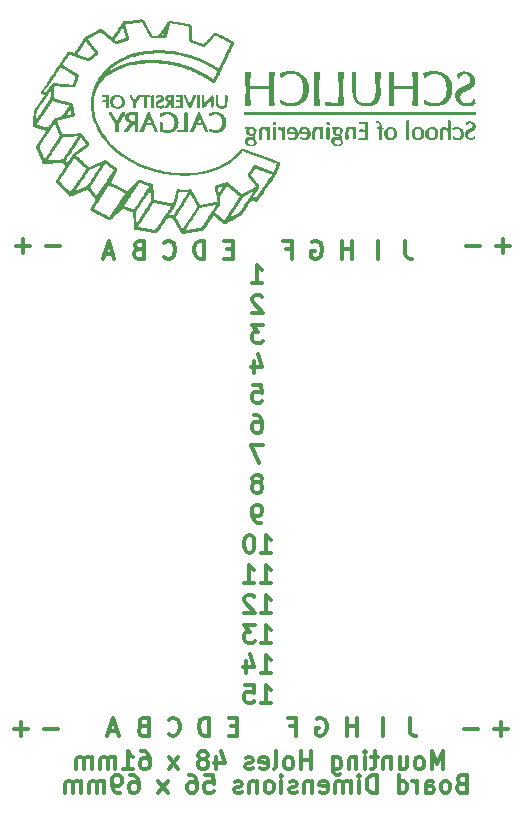
<source format=gbo>
G04 #@! TF.GenerationSoftware,KiCad,Pcbnew,8.0.2*
G04 #@! TF.CreationDate,2024-08-26T09:40:55-06:00*
G04 #@! TF.ProjectId,Perfboard_0.25,50657266-626f-4617-9264-5f302e32352e,rev?*
G04 #@! TF.SameCoordinates,Original*
G04 #@! TF.FileFunction,Legend,Bot*
G04 #@! TF.FilePolarity,Positive*
%FSLAX46Y46*%
G04 Gerber Fmt 4.6, Leading zero omitted, Abs format (unit mm)*
G04 Created by KiCad (PCBNEW 8.0.2) date 2024-08-26 09:40:55*
%MOMM*%
%LPD*%
G01*
G04 APERTURE LIST*
%ADD10C,0.300000*%
%ADD11C,0.000000*%
%ADD12C,1.803200*%
%ADD13C,2.600000*%
%ADD14C,3.800000*%
G04 APERTURE END LIST*
D10*
X140010511Y-104171114D02*
X139796225Y-104242542D01*
X139796225Y-104242542D02*
X139724796Y-104313971D01*
X139724796Y-104313971D02*
X139653368Y-104456828D01*
X139653368Y-104456828D02*
X139653368Y-104671114D01*
X139653368Y-104671114D02*
X139724796Y-104813971D01*
X139724796Y-104813971D02*
X139796225Y-104885400D01*
X139796225Y-104885400D02*
X139939082Y-104956828D01*
X139939082Y-104956828D02*
X140510511Y-104956828D01*
X140510511Y-104956828D02*
X140510511Y-103456828D01*
X140510511Y-103456828D02*
X140010511Y-103456828D01*
X140010511Y-103456828D02*
X139867654Y-103528257D01*
X139867654Y-103528257D02*
X139796225Y-103599685D01*
X139796225Y-103599685D02*
X139724796Y-103742542D01*
X139724796Y-103742542D02*
X139724796Y-103885400D01*
X139724796Y-103885400D02*
X139796225Y-104028257D01*
X139796225Y-104028257D02*
X139867654Y-104099685D01*
X139867654Y-104099685D02*
X140010511Y-104171114D01*
X140010511Y-104171114D02*
X140510511Y-104171114D01*
X159921369Y-64570828D02*
X159921369Y-63070828D01*
X166945489Y-109015114D02*
X166731203Y-109086542D01*
X166731203Y-109086542D02*
X166659774Y-109157971D01*
X166659774Y-109157971D02*
X166588346Y-109300828D01*
X166588346Y-109300828D02*
X166588346Y-109515114D01*
X166588346Y-109515114D02*
X166659774Y-109657971D01*
X166659774Y-109657971D02*
X166731203Y-109729400D01*
X166731203Y-109729400D02*
X166874060Y-109800828D01*
X166874060Y-109800828D02*
X167445489Y-109800828D01*
X167445489Y-109800828D02*
X167445489Y-108300828D01*
X167445489Y-108300828D02*
X166945489Y-108300828D01*
X166945489Y-108300828D02*
X166802632Y-108372257D01*
X166802632Y-108372257D02*
X166731203Y-108443685D01*
X166731203Y-108443685D02*
X166659774Y-108586542D01*
X166659774Y-108586542D02*
X166659774Y-108729400D01*
X166659774Y-108729400D02*
X166731203Y-108872257D01*
X166731203Y-108872257D02*
X166802632Y-108943685D01*
X166802632Y-108943685D02*
X166945489Y-109015114D01*
X166945489Y-109015114D02*
X167445489Y-109015114D01*
X165731203Y-109800828D02*
X165874060Y-109729400D01*
X165874060Y-109729400D02*
X165945489Y-109657971D01*
X165945489Y-109657971D02*
X166016917Y-109515114D01*
X166016917Y-109515114D02*
X166016917Y-109086542D01*
X166016917Y-109086542D02*
X165945489Y-108943685D01*
X165945489Y-108943685D02*
X165874060Y-108872257D01*
X165874060Y-108872257D02*
X165731203Y-108800828D01*
X165731203Y-108800828D02*
X165516917Y-108800828D01*
X165516917Y-108800828D02*
X165374060Y-108872257D01*
X165374060Y-108872257D02*
X165302632Y-108943685D01*
X165302632Y-108943685D02*
X165231203Y-109086542D01*
X165231203Y-109086542D02*
X165231203Y-109515114D01*
X165231203Y-109515114D02*
X165302632Y-109657971D01*
X165302632Y-109657971D02*
X165374060Y-109729400D01*
X165374060Y-109729400D02*
X165516917Y-109800828D01*
X165516917Y-109800828D02*
X165731203Y-109800828D01*
X163945489Y-109800828D02*
X163945489Y-109015114D01*
X163945489Y-109015114D02*
X164016917Y-108872257D01*
X164016917Y-108872257D02*
X164159774Y-108800828D01*
X164159774Y-108800828D02*
X164445489Y-108800828D01*
X164445489Y-108800828D02*
X164588346Y-108872257D01*
X163945489Y-109729400D02*
X164088346Y-109800828D01*
X164088346Y-109800828D02*
X164445489Y-109800828D01*
X164445489Y-109800828D02*
X164588346Y-109729400D01*
X164588346Y-109729400D02*
X164659774Y-109586542D01*
X164659774Y-109586542D02*
X164659774Y-109443685D01*
X164659774Y-109443685D02*
X164588346Y-109300828D01*
X164588346Y-109300828D02*
X164445489Y-109229400D01*
X164445489Y-109229400D02*
X164088346Y-109229400D01*
X164088346Y-109229400D02*
X163945489Y-109157971D01*
X163231203Y-109800828D02*
X163231203Y-108800828D01*
X163231203Y-109086542D02*
X163159774Y-108943685D01*
X163159774Y-108943685D02*
X163088346Y-108872257D01*
X163088346Y-108872257D02*
X162945488Y-108800828D01*
X162945488Y-108800828D02*
X162802631Y-108800828D01*
X161659775Y-109800828D02*
X161659775Y-108300828D01*
X161659775Y-109729400D02*
X161802632Y-109800828D01*
X161802632Y-109800828D02*
X162088346Y-109800828D01*
X162088346Y-109800828D02*
X162231203Y-109729400D01*
X162231203Y-109729400D02*
X162302632Y-109657971D01*
X162302632Y-109657971D02*
X162374060Y-109515114D01*
X162374060Y-109515114D02*
X162374060Y-109086542D01*
X162374060Y-109086542D02*
X162302632Y-108943685D01*
X162302632Y-108943685D02*
X162231203Y-108872257D01*
X162231203Y-108872257D02*
X162088346Y-108800828D01*
X162088346Y-108800828D02*
X161802632Y-108800828D01*
X161802632Y-108800828D02*
X161659775Y-108872257D01*
X159802632Y-109800828D02*
X159802632Y-108300828D01*
X159802632Y-108300828D02*
X159445489Y-108300828D01*
X159445489Y-108300828D02*
X159231203Y-108372257D01*
X159231203Y-108372257D02*
X159088346Y-108515114D01*
X159088346Y-108515114D02*
X159016917Y-108657971D01*
X159016917Y-108657971D02*
X158945489Y-108943685D01*
X158945489Y-108943685D02*
X158945489Y-109157971D01*
X158945489Y-109157971D02*
X159016917Y-109443685D01*
X159016917Y-109443685D02*
X159088346Y-109586542D01*
X159088346Y-109586542D02*
X159231203Y-109729400D01*
X159231203Y-109729400D02*
X159445489Y-109800828D01*
X159445489Y-109800828D02*
X159802632Y-109800828D01*
X158302632Y-109800828D02*
X158302632Y-108800828D01*
X158302632Y-108300828D02*
X158374060Y-108372257D01*
X158374060Y-108372257D02*
X158302632Y-108443685D01*
X158302632Y-108443685D02*
X158231203Y-108372257D01*
X158231203Y-108372257D02*
X158302632Y-108300828D01*
X158302632Y-108300828D02*
X158302632Y-108443685D01*
X157588346Y-109800828D02*
X157588346Y-108800828D01*
X157588346Y-108943685D02*
X157516917Y-108872257D01*
X157516917Y-108872257D02*
X157374060Y-108800828D01*
X157374060Y-108800828D02*
X157159774Y-108800828D01*
X157159774Y-108800828D02*
X157016917Y-108872257D01*
X157016917Y-108872257D02*
X156945489Y-109015114D01*
X156945489Y-109015114D02*
X156945489Y-109800828D01*
X156945489Y-109015114D02*
X156874060Y-108872257D01*
X156874060Y-108872257D02*
X156731203Y-108800828D01*
X156731203Y-108800828D02*
X156516917Y-108800828D01*
X156516917Y-108800828D02*
X156374060Y-108872257D01*
X156374060Y-108872257D02*
X156302631Y-109015114D01*
X156302631Y-109015114D02*
X156302631Y-109800828D01*
X155016917Y-109729400D02*
X155159774Y-109800828D01*
X155159774Y-109800828D02*
X155445489Y-109800828D01*
X155445489Y-109800828D02*
X155588346Y-109729400D01*
X155588346Y-109729400D02*
X155659774Y-109586542D01*
X155659774Y-109586542D02*
X155659774Y-109015114D01*
X155659774Y-109015114D02*
X155588346Y-108872257D01*
X155588346Y-108872257D02*
X155445489Y-108800828D01*
X155445489Y-108800828D02*
X155159774Y-108800828D01*
X155159774Y-108800828D02*
X155016917Y-108872257D01*
X155016917Y-108872257D02*
X154945489Y-109015114D01*
X154945489Y-109015114D02*
X154945489Y-109157971D01*
X154945489Y-109157971D02*
X155659774Y-109300828D01*
X154302632Y-108800828D02*
X154302632Y-109800828D01*
X154302632Y-108943685D02*
X154231203Y-108872257D01*
X154231203Y-108872257D02*
X154088346Y-108800828D01*
X154088346Y-108800828D02*
X153874060Y-108800828D01*
X153874060Y-108800828D02*
X153731203Y-108872257D01*
X153731203Y-108872257D02*
X153659775Y-109015114D01*
X153659775Y-109015114D02*
X153659775Y-109800828D01*
X153016917Y-109729400D02*
X152874060Y-109800828D01*
X152874060Y-109800828D02*
X152588346Y-109800828D01*
X152588346Y-109800828D02*
X152445489Y-109729400D01*
X152445489Y-109729400D02*
X152374060Y-109586542D01*
X152374060Y-109586542D02*
X152374060Y-109515114D01*
X152374060Y-109515114D02*
X152445489Y-109372257D01*
X152445489Y-109372257D02*
X152588346Y-109300828D01*
X152588346Y-109300828D02*
X152802632Y-109300828D01*
X152802632Y-109300828D02*
X152945489Y-109229400D01*
X152945489Y-109229400D02*
X153016917Y-109086542D01*
X153016917Y-109086542D02*
X153016917Y-109015114D01*
X153016917Y-109015114D02*
X152945489Y-108872257D01*
X152945489Y-108872257D02*
X152802632Y-108800828D01*
X152802632Y-108800828D02*
X152588346Y-108800828D01*
X152588346Y-108800828D02*
X152445489Y-108872257D01*
X151731203Y-109800828D02*
X151731203Y-108800828D01*
X151731203Y-108300828D02*
X151802631Y-108372257D01*
X151802631Y-108372257D02*
X151731203Y-108443685D01*
X151731203Y-108443685D02*
X151659774Y-108372257D01*
X151659774Y-108372257D02*
X151731203Y-108300828D01*
X151731203Y-108300828D02*
X151731203Y-108443685D01*
X150802631Y-109800828D02*
X150945488Y-109729400D01*
X150945488Y-109729400D02*
X151016917Y-109657971D01*
X151016917Y-109657971D02*
X151088345Y-109515114D01*
X151088345Y-109515114D02*
X151088345Y-109086542D01*
X151088345Y-109086542D02*
X151016917Y-108943685D01*
X151016917Y-108943685D02*
X150945488Y-108872257D01*
X150945488Y-108872257D02*
X150802631Y-108800828D01*
X150802631Y-108800828D02*
X150588345Y-108800828D01*
X150588345Y-108800828D02*
X150445488Y-108872257D01*
X150445488Y-108872257D02*
X150374060Y-108943685D01*
X150374060Y-108943685D02*
X150302631Y-109086542D01*
X150302631Y-109086542D02*
X150302631Y-109515114D01*
X150302631Y-109515114D02*
X150374060Y-109657971D01*
X150374060Y-109657971D02*
X150445488Y-109729400D01*
X150445488Y-109729400D02*
X150588345Y-109800828D01*
X150588345Y-109800828D02*
X150802631Y-109800828D01*
X149659774Y-108800828D02*
X149659774Y-109800828D01*
X149659774Y-108943685D02*
X149588345Y-108872257D01*
X149588345Y-108872257D02*
X149445488Y-108800828D01*
X149445488Y-108800828D02*
X149231202Y-108800828D01*
X149231202Y-108800828D02*
X149088345Y-108872257D01*
X149088345Y-108872257D02*
X149016917Y-109015114D01*
X149016917Y-109015114D02*
X149016917Y-109800828D01*
X148374059Y-109729400D02*
X148231202Y-109800828D01*
X148231202Y-109800828D02*
X147945488Y-109800828D01*
X147945488Y-109800828D02*
X147802631Y-109729400D01*
X147802631Y-109729400D02*
X147731202Y-109586542D01*
X147731202Y-109586542D02*
X147731202Y-109515114D01*
X147731202Y-109515114D02*
X147802631Y-109372257D01*
X147802631Y-109372257D02*
X147945488Y-109300828D01*
X147945488Y-109300828D02*
X148159774Y-109300828D01*
X148159774Y-109300828D02*
X148302631Y-109229400D01*
X148302631Y-109229400D02*
X148374059Y-109086542D01*
X148374059Y-109086542D02*
X148374059Y-109015114D01*
X148374059Y-109015114D02*
X148302631Y-108872257D01*
X148302631Y-108872257D02*
X148159774Y-108800828D01*
X148159774Y-108800828D02*
X147945488Y-108800828D01*
X147945488Y-108800828D02*
X147802631Y-108872257D01*
X145231202Y-108300828D02*
X145945488Y-108300828D01*
X145945488Y-108300828D02*
X146016916Y-109015114D01*
X146016916Y-109015114D02*
X145945488Y-108943685D01*
X145945488Y-108943685D02*
X145802631Y-108872257D01*
X145802631Y-108872257D02*
X145445488Y-108872257D01*
X145445488Y-108872257D02*
X145302631Y-108943685D01*
X145302631Y-108943685D02*
X145231202Y-109015114D01*
X145231202Y-109015114D02*
X145159773Y-109157971D01*
X145159773Y-109157971D02*
X145159773Y-109515114D01*
X145159773Y-109515114D02*
X145231202Y-109657971D01*
X145231202Y-109657971D02*
X145302631Y-109729400D01*
X145302631Y-109729400D02*
X145445488Y-109800828D01*
X145445488Y-109800828D02*
X145802631Y-109800828D01*
X145802631Y-109800828D02*
X145945488Y-109729400D01*
X145945488Y-109729400D02*
X146016916Y-109657971D01*
X143874060Y-108300828D02*
X144159774Y-108300828D01*
X144159774Y-108300828D02*
X144302631Y-108372257D01*
X144302631Y-108372257D02*
X144374060Y-108443685D01*
X144374060Y-108443685D02*
X144516917Y-108657971D01*
X144516917Y-108657971D02*
X144588345Y-108943685D01*
X144588345Y-108943685D02*
X144588345Y-109515114D01*
X144588345Y-109515114D02*
X144516917Y-109657971D01*
X144516917Y-109657971D02*
X144445488Y-109729400D01*
X144445488Y-109729400D02*
X144302631Y-109800828D01*
X144302631Y-109800828D02*
X144016917Y-109800828D01*
X144016917Y-109800828D02*
X143874060Y-109729400D01*
X143874060Y-109729400D02*
X143802631Y-109657971D01*
X143802631Y-109657971D02*
X143731202Y-109515114D01*
X143731202Y-109515114D02*
X143731202Y-109157971D01*
X143731202Y-109157971D02*
X143802631Y-109015114D01*
X143802631Y-109015114D02*
X143874060Y-108943685D01*
X143874060Y-108943685D02*
X144016917Y-108872257D01*
X144016917Y-108872257D02*
X144302631Y-108872257D01*
X144302631Y-108872257D02*
X144445488Y-108943685D01*
X144445488Y-108943685D02*
X144516917Y-109015114D01*
X144516917Y-109015114D02*
X144588345Y-109157971D01*
X142088346Y-109800828D02*
X141302632Y-108800828D01*
X142088346Y-108800828D02*
X141302632Y-109800828D01*
X138945489Y-108300828D02*
X139231203Y-108300828D01*
X139231203Y-108300828D02*
X139374060Y-108372257D01*
X139374060Y-108372257D02*
X139445489Y-108443685D01*
X139445489Y-108443685D02*
X139588346Y-108657971D01*
X139588346Y-108657971D02*
X139659774Y-108943685D01*
X139659774Y-108943685D02*
X139659774Y-109515114D01*
X139659774Y-109515114D02*
X139588346Y-109657971D01*
X139588346Y-109657971D02*
X139516917Y-109729400D01*
X139516917Y-109729400D02*
X139374060Y-109800828D01*
X139374060Y-109800828D02*
X139088346Y-109800828D01*
X139088346Y-109800828D02*
X138945489Y-109729400D01*
X138945489Y-109729400D02*
X138874060Y-109657971D01*
X138874060Y-109657971D02*
X138802631Y-109515114D01*
X138802631Y-109515114D02*
X138802631Y-109157971D01*
X138802631Y-109157971D02*
X138874060Y-109015114D01*
X138874060Y-109015114D02*
X138945489Y-108943685D01*
X138945489Y-108943685D02*
X139088346Y-108872257D01*
X139088346Y-108872257D02*
X139374060Y-108872257D01*
X139374060Y-108872257D02*
X139516917Y-108943685D01*
X139516917Y-108943685D02*
X139588346Y-109015114D01*
X139588346Y-109015114D02*
X139659774Y-109157971D01*
X138088346Y-109800828D02*
X137802632Y-109800828D01*
X137802632Y-109800828D02*
X137659775Y-109729400D01*
X137659775Y-109729400D02*
X137588346Y-109657971D01*
X137588346Y-109657971D02*
X137445489Y-109443685D01*
X137445489Y-109443685D02*
X137374060Y-109157971D01*
X137374060Y-109157971D02*
X137374060Y-108586542D01*
X137374060Y-108586542D02*
X137445489Y-108443685D01*
X137445489Y-108443685D02*
X137516918Y-108372257D01*
X137516918Y-108372257D02*
X137659775Y-108300828D01*
X137659775Y-108300828D02*
X137945489Y-108300828D01*
X137945489Y-108300828D02*
X138088346Y-108372257D01*
X138088346Y-108372257D02*
X138159775Y-108443685D01*
X138159775Y-108443685D02*
X138231203Y-108586542D01*
X138231203Y-108586542D02*
X138231203Y-108943685D01*
X138231203Y-108943685D02*
X138159775Y-109086542D01*
X138159775Y-109086542D02*
X138088346Y-109157971D01*
X138088346Y-109157971D02*
X137945489Y-109229400D01*
X137945489Y-109229400D02*
X137659775Y-109229400D01*
X137659775Y-109229400D02*
X137516918Y-109157971D01*
X137516918Y-109157971D02*
X137445489Y-109086542D01*
X137445489Y-109086542D02*
X137374060Y-108943685D01*
X136731204Y-109800828D02*
X136731204Y-108800828D01*
X136731204Y-108943685D02*
X136659775Y-108872257D01*
X136659775Y-108872257D02*
X136516918Y-108800828D01*
X136516918Y-108800828D02*
X136302632Y-108800828D01*
X136302632Y-108800828D02*
X136159775Y-108872257D01*
X136159775Y-108872257D02*
X136088347Y-109015114D01*
X136088347Y-109015114D02*
X136088347Y-109800828D01*
X136088347Y-109015114D02*
X136016918Y-108872257D01*
X136016918Y-108872257D02*
X135874061Y-108800828D01*
X135874061Y-108800828D02*
X135659775Y-108800828D01*
X135659775Y-108800828D02*
X135516918Y-108872257D01*
X135516918Y-108872257D02*
X135445489Y-109015114D01*
X135445489Y-109015114D02*
X135445489Y-109800828D01*
X134731204Y-109800828D02*
X134731204Y-108800828D01*
X134731204Y-108943685D02*
X134659775Y-108872257D01*
X134659775Y-108872257D02*
X134516918Y-108800828D01*
X134516918Y-108800828D02*
X134302632Y-108800828D01*
X134302632Y-108800828D02*
X134159775Y-108872257D01*
X134159775Y-108872257D02*
X134088347Y-109015114D01*
X134088347Y-109015114D02*
X134088347Y-109800828D01*
X134088347Y-109015114D02*
X134016918Y-108872257D01*
X134016918Y-108872257D02*
X133874061Y-108800828D01*
X133874061Y-108800828D02*
X133659775Y-108800828D01*
X133659775Y-108800828D02*
X133516918Y-108872257D01*
X133516918Y-108872257D02*
X133445489Y-109015114D01*
X133445489Y-109015114D02*
X133445489Y-109800828D01*
X150019774Y-97082828D02*
X150876917Y-97082828D01*
X150448346Y-97082828D02*
X150448346Y-95582828D01*
X150448346Y-95582828D02*
X150591203Y-95797114D01*
X150591203Y-95797114D02*
X150734060Y-95939971D01*
X150734060Y-95939971D02*
X150876917Y-96011400D01*
X149519775Y-95582828D02*
X148591203Y-95582828D01*
X148591203Y-95582828D02*
X149091203Y-96154257D01*
X149091203Y-96154257D02*
X148876918Y-96154257D01*
X148876918Y-96154257D02*
X148734061Y-96225685D01*
X148734061Y-96225685D02*
X148662632Y-96297114D01*
X148662632Y-96297114D02*
X148591203Y-96439971D01*
X148591203Y-96439971D02*
X148591203Y-96797114D01*
X148591203Y-96797114D02*
X148662632Y-96939971D01*
X148662632Y-96939971D02*
X148734061Y-97011400D01*
X148734061Y-97011400D02*
X148876918Y-97082828D01*
X148876918Y-97082828D02*
X149305489Y-97082828D01*
X149305489Y-97082828D02*
X149448346Y-97011400D01*
X149448346Y-97011400D02*
X149519775Y-96939971D01*
X170895489Y-104385400D02*
X169752632Y-104385400D01*
X170324060Y-104956828D02*
X170324060Y-103813971D01*
X152118797Y-63785114D02*
X152618797Y-63785114D01*
X152618797Y-64570828D02*
X152618797Y-63070828D01*
X152618797Y-63070828D02*
X151904511Y-63070828D01*
X168355489Y-104385400D02*
X167212632Y-104385400D01*
X162207368Y-63070828D02*
X162207368Y-64142257D01*
X162207368Y-64142257D02*
X162278797Y-64356542D01*
X162278797Y-64356542D02*
X162421654Y-64499400D01*
X162421654Y-64499400D02*
X162635940Y-64570828D01*
X162635940Y-64570828D02*
X162778797Y-64570828D01*
X150186346Y-70182828D02*
X149257774Y-70182828D01*
X149257774Y-70182828D02*
X149757774Y-70754257D01*
X149757774Y-70754257D02*
X149543489Y-70754257D01*
X149543489Y-70754257D02*
X149400632Y-70825685D01*
X149400632Y-70825685D02*
X149329203Y-70897114D01*
X149329203Y-70897114D02*
X149257774Y-71039971D01*
X149257774Y-71039971D02*
X149257774Y-71397114D01*
X149257774Y-71397114D02*
X149329203Y-71539971D01*
X149329203Y-71539971D02*
X149400632Y-71611400D01*
X149400632Y-71611400D02*
X149543489Y-71682828D01*
X149543489Y-71682828D02*
X149972060Y-71682828D01*
X149972060Y-71682828D02*
X150114917Y-71611400D01*
X150114917Y-71611400D02*
X150186346Y-71539971D01*
X152496225Y-104171114D02*
X152996225Y-104171114D01*
X152996225Y-104956828D02*
X152996225Y-103456828D01*
X152996225Y-103456828D02*
X152281939Y-103456828D01*
X165445489Y-107800828D02*
X165445489Y-106300828D01*
X165445489Y-106300828D02*
X164945489Y-107372257D01*
X164945489Y-107372257D02*
X164445489Y-106300828D01*
X164445489Y-106300828D02*
X164445489Y-107800828D01*
X163516917Y-107800828D02*
X163659774Y-107729400D01*
X163659774Y-107729400D02*
X163731203Y-107657971D01*
X163731203Y-107657971D02*
X163802631Y-107515114D01*
X163802631Y-107515114D02*
X163802631Y-107086542D01*
X163802631Y-107086542D02*
X163731203Y-106943685D01*
X163731203Y-106943685D02*
X163659774Y-106872257D01*
X163659774Y-106872257D02*
X163516917Y-106800828D01*
X163516917Y-106800828D02*
X163302631Y-106800828D01*
X163302631Y-106800828D02*
X163159774Y-106872257D01*
X163159774Y-106872257D02*
X163088346Y-106943685D01*
X163088346Y-106943685D02*
X163016917Y-107086542D01*
X163016917Y-107086542D02*
X163016917Y-107515114D01*
X163016917Y-107515114D02*
X163088346Y-107657971D01*
X163088346Y-107657971D02*
X163159774Y-107729400D01*
X163159774Y-107729400D02*
X163302631Y-107800828D01*
X163302631Y-107800828D02*
X163516917Y-107800828D01*
X161731203Y-106800828D02*
X161731203Y-107800828D01*
X162374060Y-106800828D02*
X162374060Y-107586542D01*
X162374060Y-107586542D02*
X162302631Y-107729400D01*
X162302631Y-107729400D02*
X162159774Y-107800828D01*
X162159774Y-107800828D02*
X161945488Y-107800828D01*
X161945488Y-107800828D02*
X161802631Y-107729400D01*
X161802631Y-107729400D02*
X161731203Y-107657971D01*
X161016917Y-106800828D02*
X161016917Y-107800828D01*
X161016917Y-106943685D02*
X160945488Y-106872257D01*
X160945488Y-106872257D02*
X160802631Y-106800828D01*
X160802631Y-106800828D02*
X160588345Y-106800828D01*
X160588345Y-106800828D02*
X160445488Y-106872257D01*
X160445488Y-106872257D02*
X160374060Y-107015114D01*
X160374060Y-107015114D02*
X160374060Y-107800828D01*
X159874059Y-106800828D02*
X159302631Y-106800828D01*
X159659774Y-106300828D02*
X159659774Y-107586542D01*
X159659774Y-107586542D02*
X159588345Y-107729400D01*
X159588345Y-107729400D02*
X159445488Y-107800828D01*
X159445488Y-107800828D02*
X159302631Y-107800828D01*
X158802631Y-107800828D02*
X158802631Y-106800828D01*
X158802631Y-106300828D02*
X158874059Y-106372257D01*
X158874059Y-106372257D02*
X158802631Y-106443685D01*
X158802631Y-106443685D02*
X158731202Y-106372257D01*
X158731202Y-106372257D02*
X158802631Y-106300828D01*
X158802631Y-106300828D02*
X158802631Y-106443685D01*
X158088345Y-106800828D02*
X158088345Y-107800828D01*
X158088345Y-106943685D02*
X158016916Y-106872257D01*
X158016916Y-106872257D02*
X157874059Y-106800828D01*
X157874059Y-106800828D02*
X157659773Y-106800828D01*
X157659773Y-106800828D02*
X157516916Y-106872257D01*
X157516916Y-106872257D02*
X157445488Y-107015114D01*
X157445488Y-107015114D02*
X157445488Y-107800828D01*
X156088345Y-106800828D02*
X156088345Y-108015114D01*
X156088345Y-108015114D02*
X156159773Y-108157971D01*
X156159773Y-108157971D02*
X156231202Y-108229400D01*
X156231202Y-108229400D02*
X156374059Y-108300828D01*
X156374059Y-108300828D02*
X156588345Y-108300828D01*
X156588345Y-108300828D02*
X156731202Y-108229400D01*
X156088345Y-107729400D02*
X156231202Y-107800828D01*
X156231202Y-107800828D02*
X156516916Y-107800828D01*
X156516916Y-107800828D02*
X156659773Y-107729400D01*
X156659773Y-107729400D02*
X156731202Y-107657971D01*
X156731202Y-107657971D02*
X156802630Y-107515114D01*
X156802630Y-107515114D02*
X156802630Y-107086542D01*
X156802630Y-107086542D02*
X156731202Y-106943685D01*
X156731202Y-106943685D02*
X156659773Y-106872257D01*
X156659773Y-106872257D02*
X156516916Y-106800828D01*
X156516916Y-106800828D02*
X156231202Y-106800828D01*
X156231202Y-106800828D02*
X156088345Y-106872257D01*
X154231202Y-107800828D02*
X154231202Y-106300828D01*
X154231202Y-107015114D02*
X153374059Y-107015114D01*
X153374059Y-107800828D02*
X153374059Y-106300828D01*
X152445487Y-107800828D02*
X152588344Y-107729400D01*
X152588344Y-107729400D02*
X152659773Y-107657971D01*
X152659773Y-107657971D02*
X152731201Y-107515114D01*
X152731201Y-107515114D02*
X152731201Y-107086542D01*
X152731201Y-107086542D02*
X152659773Y-106943685D01*
X152659773Y-106943685D02*
X152588344Y-106872257D01*
X152588344Y-106872257D02*
X152445487Y-106800828D01*
X152445487Y-106800828D02*
X152231201Y-106800828D01*
X152231201Y-106800828D02*
X152088344Y-106872257D01*
X152088344Y-106872257D02*
X152016916Y-106943685D01*
X152016916Y-106943685D02*
X151945487Y-107086542D01*
X151945487Y-107086542D02*
X151945487Y-107515114D01*
X151945487Y-107515114D02*
X152016916Y-107657971D01*
X152016916Y-107657971D02*
X152088344Y-107729400D01*
X152088344Y-107729400D02*
X152231201Y-107800828D01*
X152231201Y-107800828D02*
X152445487Y-107800828D01*
X151088344Y-107800828D02*
X151231201Y-107729400D01*
X151231201Y-107729400D02*
X151302630Y-107586542D01*
X151302630Y-107586542D02*
X151302630Y-106300828D01*
X149945487Y-107729400D02*
X150088344Y-107800828D01*
X150088344Y-107800828D02*
X150374059Y-107800828D01*
X150374059Y-107800828D02*
X150516916Y-107729400D01*
X150516916Y-107729400D02*
X150588344Y-107586542D01*
X150588344Y-107586542D02*
X150588344Y-107015114D01*
X150588344Y-107015114D02*
X150516916Y-106872257D01*
X150516916Y-106872257D02*
X150374059Y-106800828D01*
X150374059Y-106800828D02*
X150088344Y-106800828D01*
X150088344Y-106800828D02*
X149945487Y-106872257D01*
X149945487Y-106872257D02*
X149874059Y-107015114D01*
X149874059Y-107015114D02*
X149874059Y-107157971D01*
X149874059Y-107157971D02*
X150588344Y-107300828D01*
X149302630Y-107729400D02*
X149159773Y-107800828D01*
X149159773Y-107800828D02*
X148874059Y-107800828D01*
X148874059Y-107800828D02*
X148731202Y-107729400D01*
X148731202Y-107729400D02*
X148659773Y-107586542D01*
X148659773Y-107586542D02*
X148659773Y-107515114D01*
X148659773Y-107515114D02*
X148731202Y-107372257D01*
X148731202Y-107372257D02*
X148874059Y-107300828D01*
X148874059Y-107300828D02*
X149088345Y-107300828D01*
X149088345Y-107300828D02*
X149231202Y-107229400D01*
X149231202Y-107229400D02*
X149302630Y-107086542D01*
X149302630Y-107086542D02*
X149302630Y-107015114D01*
X149302630Y-107015114D02*
X149231202Y-106872257D01*
X149231202Y-106872257D02*
X149088345Y-106800828D01*
X149088345Y-106800828D02*
X148874059Y-106800828D01*
X148874059Y-106800828D02*
X148731202Y-106872257D01*
X146231202Y-106800828D02*
X146231202Y-107800828D01*
X146588344Y-106229400D02*
X146945487Y-107300828D01*
X146945487Y-107300828D02*
X146016916Y-107300828D01*
X145231202Y-106943685D02*
X145374059Y-106872257D01*
X145374059Y-106872257D02*
X145445488Y-106800828D01*
X145445488Y-106800828D02*
X145516916Y-106657971D01*
X145516916Y-106657971D02*
X145516916Y-106586542D01*
X145516916Y-106586542D02*
X145445488Y-106443685D01*
X145445488Y-106443685D02*
X145374059Y-106372257D01*
X145374059Y-106372257D02*
X145231202Y-106300828D01*
X145231202Y-106300828D02*
X144945488Y-106300828D01*
X144945488Y-106300828D02*
X144802631Y-106372257D01*
X144802631Y-106372257D02*
X144731202Y-106443685D01*
X144731202Y-106443685D02*
X144659773Y-106586542D01*
X144659773Y-106586542D02*
X144659773Y-106657971D01*
X144659773Y-106657971D02*
X144731202Y-106800828D01*
X144731202Y-106800828D02*
X144802631Y-106872257D01*
X144802631Y-106872257D02*
X144945488Y-106943685D01*
X144945488Y-106943685D02*
X145231202Y-106943685D01*
X145231202Y-106943685D02*
X145374059Y-107015114D01*
X145374059Y-107015114D02*
X145445488Y-107086542D01*
X145445488Y-107086542D02*
X145516916Y-107229400D01*
X145516916Y-107229400D02*
X145516916Y-107515114D01*
X145516916Y-107515114D02*
X145445488Y-107657971D01*
X145445488Y-107657971D02*
X145374059Y-107729400D01*
X145374059Y-107729400D02*
X145231202Y-107800828D01*
X145231202Y-107800828D02*
X144945488Y-107800828D01*
X144945488Y-107800828D02*
X144802631Y-107729400D01*
X144802631Y-107729400D02*
X144731202Y-107657971D01*
X144731202Y-107657971D02*
X144659773Y-107515114D01*
X144659773Y-107515114D02*
X144659773Y-107229400D01*
X144659773Y-107229400D02*
X144731202Y-107086542D01*
X144731202Y-107086542D02*
X144802631Y-107015114D01*
X144802631Y-107015114D02*
X144945488Y-106943685D01*
X143016917Y-107800828D02*
X142231203Y-106800828D01*
X143016917Y-106800828D02*
X142231203Y-107800828D01*
X139874060Y-106300828D02*
X140159774Y-106300828D01*
X140159774Y-106300828D02*
X140302631Y-106372257D01*
X140302631Y-106372257D02*
X140374060Y-106443685D01*
X140374060Y-106443685D02*
X140516917Y-106657971D01*
X140516917Y-106657971D02*
X140588345Y-106943685D01*
X140588345Y-106943685D02*
X140588345Y-107515114D01*
X140588345Y-107515114D02*
X140516917Y-107657971D01*
X140516917Y-107657971D02*
X140445488Y-107729400D01*
X140445488Y-107729400D02*
X140302631Y-107800828D01*
X140302631Y-107800828D02*
X140016917Y-107800828D01*
X140016917Y-107800828D02*
X139874060Y-107729400D01*
X139874060Y-107729400D02*
X139802631Y-107657971D01*
X139802631Y-107657971D02*
X139731202Y-107515114D01*
X139731202Y-107515114D02*
X139731202Y-107157971D01*
X139731202Y-107157971D02*
X139802631Y-107015114D01*
X139802631Y-107015114D02*
X139874060Y-106943685D01*
X139874060Y-106943685D02*
X140016917Y-106872257D01*
X140016917Y-106872257D02*
X140302631Y-106872257D01*
X140302631Y-106872257D02*
X140445488Y-106943685D01*
X140445488Y-106943685D02*
X140516917Y-107015114D01*
X140516917Y-107015114D02*
X140588345Y-107157971D01*
X138302631Y-107800828D02*
X139159774Y-107800828D01*
X138731203Y-107800828D02*
X138731203Y-106300828D01*
X138731203Y-106300828D02*
X138874060Y-106515114D01*
X138874060Y-106515114D02*
X139016917Y-106657971D01*
X139016917Y-106657971D02*
X139159774Y-106729400D01*
X137659775Y-107800828D02*
X137659775Y-106800828D01*
X137659775Y-106943685D02*
X137588346Y-106872257D01*
X137588346Y-106872257D02*
X137445489Y-106800828D01*
X137445489Y-106800828D02*
X137231203Y-106800828D01*
X137231203Y-106800828D02*
X137088346Y-106872257D01*
X137088346Y-106872257D02*
X137016918Y-107015114D01*
X137016918Y-107015114D02*
X137016918Y-107800828D01*
X137016918Y-107015114D02*
X136945489Y-106872257D01*
X136945489Y-106872257D02*
X136802632Y-106800828D01*
X136802632Y-106800828D02*
X136588346Y-106800828D01*
X136588346Y-106800828D02*
X136445489Y-106872257D01*
X136445489Y-106872257D02*
X136374060Y-107015114D01*
X136374060Y-107015114D02*
X136374060Y-107800828D01*
X135659775Y-107800828D02*
X135659775Y-106800828D01*
X135659775Y-106943685D02*
X135588346Y-106872257D01*
X135588346Y-106872257D02*
X135445489Y-106800828D01*
X135445489Y-106800828D02*
X135231203Y-106800828D01*
X135231203Y-106800828D02*
X135088346Y-106872257D01*
X135088346Y-106872257D02*
X135016918Y-107015114D01*
X135016918Y-107015114D02*
X135016918Y-107800828D01*
X135016918Y-107015114D02*
X134945489Y-106872257D01*
X134945489Y-106872257D02*
X134802632Y-106800828D01*
X134802632Y-106800828D02*
X134588346Y-106800828D01*
X134588346Y-106800828D02*
X134445489Y-106872257D01*
X134445489Y-106872257D02*
X134374060Y-107015114D01*
X134374060Y-107015114D02*
X134374060Y-107800828D01*
X150019774Y-99622828D02*
X150876917Y-99622828D01*
X150448346Y-99622828D02*
X150448346Y-98122828D01*
X150448346Y-98122828D02*
X150591203Y-98337114D01*
X150591203Y-98337114D02*
X150734060Y-98479971D01*
X150734060Y-98479971D02*
X150876917Y-98551400D01*
X148734061Y-98622828D02*
X148734061Y-99622828D01*
X149091203Y-98051400D02*
X149448346Y-99122828D01*
X149448346Y-99122828D02*
X148519775Y-99122828D01*
X149829203Y-83525685D02*
X149972060Y-83454257D01*
X149972060Y-83454257D02*
X150043489Y-83382828D01*
X150043489Y-83382828D02*
X150114917Y-83239971D01*
X150114917Y-83239971D02*
X150114917Y-83168542D01*
X150114917Y-83168542D02*
X150043489Y-83025685D01*
X150043489Y-83025685D02*
X149972060Y-82954257D01*
X149972060Y-82954257D02*
X149829203Y-82882828D01*
X149829203Y-82882828D02*
X149543489Y-82882828D01*
X149543489Y-82882828D02*
X149400632Y-82954257D01*
X149400632Y-82954257D02*
X149329203Y-83025685D01*
X149329203Y-83025685D02*
X149257774Y-83168542D01*
X149257774Y-83168542D02*
X149257774Y-83239971D01*
X149257774Y-83239971D02*
X149329203Y-83382828D01*
X149329203Y-83382828D02*
X149400632Y-83454257D01*
X149400632Y-83454257D02*
X149543489Y-83525685D01*
X149543489Y-83525685D02*
X149829203Y-83525685D01*
X149829203Y-83525685D02*
X149972060Y-83597114D01*
X149972060Y-83597114D02*
X150043489Y-83668542D01*
X150043489Y-83668542D02*
X150114917Y-83811400D01*
X150114917Y-83811400D02*
X150114917Y-84097114D01*
X150114917Y-84097114D02*
X150043489Y-84239971D01*
X150043489Y-84239971D02*
X149972060Y-84311400D01*
X149972060Y-84311400D02*
X149829203Y-84382828D01*
X149829203Y-84382828D02*
X149543489Y-84382828D01*
X149543489Y-84382828D02*
X149400632Y-84311400D01*
X149400632Y-84311400D02*
X149329203Y-84239971D01*
X149329203Y-84239971D02*
X149257774Y-84097114D01*
X149257774Y-84097114D02*
X149257774Y-83811400D01*
X149257774Y-83811400D02*
X149329203Y-83668542D01*
X149329203Y-83668542D02*
X149400632Y-83597114D01*
X149400632Y-83597114D02*
X149543489Y-83525685D01*
X171066631Y-63491400D02*
X169923774Y-63491400D01*
X170495202Y-64062828D02*
X170495202Y-62919971D01*
X137450225Y-64142257D02*
X136735940Y-64142257D01*
X137593082Y-64570828D02*
X137093082Y-63070828D01*
X137093082Y-63070828D02*
X136593082Y-64570828D01*
X141815940Y-64427971D02*
X141887368Y-64499400D01*
X141887368Y-64499400D02*
X142101654Y-64570828D01*
X142101654Y-64570828D02*
X142244511Y-64570828D01*
X142244511Y-64570828D02*
X142458797Y-64499400D01*
X142458797Y-64499400D02*
X142601654Y-64356542D01*
X142601654Y-64356542D02*
X142673083Y-64213685D01*
X142673083Y-64213685D02*
X142744511Y-63927971D01*
X142744511Y-63927971D02*
X142744511Y-63713685D01*
X142744511Y-63713685D02*
X142673083Y-63427971D01*
X142673083Y-63427971D02*
X142601654Y-63285114D01*
X142601654Y-63285114D02*
X142458797Y-63142257D01*
X142458797Y-63142257D02*
X142244511Y-63070828D01*
X142244511Y-63070828D02*
X142101654Y-63070828D01*
X142101654Y-63070828D02*
X141887368Y-63142257D01*
X141887368Y-63142257D02*
X141815940Y-63213685D01*
X132966631Y-63491400D02*
X131823774Y-63491400D01*
X149400632Y-73222828D02*
X149400632Y-74222828D01*
X149757774Y-72651400D02*
X150114917Y-73722828D01*
X150114917Y-73722828D02*
X149186346Y-73722828D01*
X142193368Y-104813971D02*
X142264796Y-104885400D01*
X142264796Y-104885400D02*
X142479082Y-104956828D01*
X142479082Y-104956828D02*
X142621939Y-104956828D01*
X142621939Y-104956828D02*
X142836225Y-104885400D01*
X142836225Y-104885400D02*
X142979082Y-104742542D01*
X142979082Y-104742542D02*
X143050511Y-104599685D01*
X143050511Y-104599685D02*
X143121939Y-104313971D01*
X143121939Y-104313971D02*
X143121939Y-104099685D01*
X143121939Y-104099685D02*
X143050511Y-103813971D01*
X143050511Y-103813971D02*
X142979082Y-103671114D01*
X142979082Y-103671114D02*
X142836225Y-103528257D01*
X142836225Y-103528257D02*
X142621939Y-103456828D01*
X142621939Y-103456828D02*
X142479082Y-103456828D01*
X142479082Y-103456828D02*
X142264796Y-103528257D01*
X142264796Y-103528257D02*
X142193368Y-103599685D01*
X150114917Y-67785685D02*
X150043489Y-67714257D01*
X150043489Y-67714257D02*
X149900632Y-67642828D01*
X149900632Y-67642828D02*
X149543489Y-67642828D01*
X149543489Y-67642828D02*
X149400632Y-67714257D01*
X149400632Y-67714257D02*
X149329203Y-67785685D01*
X149329203Y-67785685D02*
X149257774Y-67928542D01*
X149257774Y-67928542D02*
X149257774Y-68071400D01*
X149257774Y-68071400D02*
X149329203Y-68285685D01*
X149329203Y-68285685D02*
X150186346Y-69142828D01*
X150186346Y-69142828D02*
X149257774Y-69142828D01*
X147987654Y-104171114D02*
X147487654Y-104171114D01*
X147273368Y-104956828D02*
X147987654Y-104956828D01*
X147987654Y-104956828D02*
X147987654Y-103456828D01*
X147987654Y-103456828D02*
X147273368Y-103456828D01*
X168526631Y-63491400D02*
X167383774Y-63491400D01*
X139633083Y-63785114D02*
X139418797Y-63856542D01*
X139418797Y-63856542D02*
X139347368Y-63927971D01*
X139347368Y-63927971D02*
X139275940Y-64070828D01*
X139275940Y-64070828D02*
X139275940Y-64285114D01*
X139275940Y-64285114D02*
X139347368Y-64427971D01*
X139347368Y-64427971D02*
X139418797Y-64499400D01*
X139418797Y-64499400D02*
X139561654Y-64570828D01*
X139561654Y-64570828D02*
X140133083Y-64570828D01*
X140133083Y-64570828D02*
X140133083Y-63070828D01*
X140133083Y-63070828D02*
X139633083Y-63070828D01*
X139633083Y-63070828D02*
X139490226Y-63142257D01*
X139490226Y-63142257D02*
X139418797Y-63213685D01*
X139418797Y-63213685D02*
X139347368Y-63356542D01*
X139347368Y-63356542D02*
X139347368Y-63499400D01*
X139347368Y-63499400D02*
X139418797Y-63642257D01*
X139418797Y-63642257D02*
X139490226Y-63713685D01*
X139490226Y-63713685D02*
X139633083Y-63785114D01*
X139633083Y-63785114D02*
X140133083Y-63785114D01*
X157730512Y-64570828D02*
X157730512Y-63070828D01*
X157730512Y-63785114D02*
X156873369Y-63785114D01*
X156873369Y-64570828D02*
X156873369Y-63070828D01*
X149329203Y-75262828D02*
X150043489Y-75262828D01*
X150043489Y-75262828D02*
X150114917Y-75977114D01*
X150114917Y-75977114D02*
X150043489Y-75905685D01*
X150043489Y-75905685D02*
X149900632Y-75834257D01*
X149900632Y-75834257D02*
X149543489Y-75834257D01*
X149543489Y-75834257D02*
X149400632Y-75905685D01*
X149400632Y-75905685D02*
X149329203Y-75977114D01*
X149329203Y-75977114D02*
X149257774Y-76119971D01*
X149257774Y-76119971D02*
X149257774Y-76477114D01*
X149257774Y-76477114D02*
X149329203Y-76619971D01*
X149329203Y-76619971D02*
X149400632Y-76691400D01*
X149400632Y-76691400D02*
X149543489Y-76762828D01*
X149543489Y-76762828D02*
X149900632Y-76762828D01*
X149900632Y-76762828D02*
X150043489Y-76691400D01*
X150043489Y-76691400D02*
X150114917Y-76619971D01*
X137827653Y-104528257D02*
X137113368Y-104528257D01*
X137970510Y-104956828D02*
X137470510Y-103456828D01*
X137470510Y-103456828D02*
X136970510Y-104956828D01*
X132795489Y-104385400D02*
X131652632Y-104385400D01*
X149257774Y-66602828D02*
X150114917Y-66602828D01*
X149686346Y-66602828D02*
X149686346Y-65102828D01*
X149686346Y-65102828D02*
X149829203Y-65317114D01*
X149829203Y-65317114D02*
X149972060Y-65459971D01*
X149972060Y-65459971D02*
X150114917Y-65531400D01*
X149400632Y-77802828D02*
X149686346Y-77802828D01*
X149686346Y-77802828D02*
X149829203Y-77874257D01*
X149829203Y-77874257D02*
X149900632Y-77945685D01*
X149900632Y-77945685D02*
X150043489Y-78159971D01*
X150043489Y-78159971D02*
X150114917Y-78445685D01*
X150114917Y-78445685D02*
X150114917Y-79017114D01*
X150114917Y-79017114D02*
X150043489Y-79159971D01*
X150043489Y-79159971D02*
X149972060Y-79231400D01*
X149972060Y-79231400D02*
X149829203Y-79302828D01*
X149829203Y-79302828D02*
X149543489Y-79302828D01*
X149543489Y-79302828D02*
X149400632Y-79231400D01*
X149400632Y-79231400D02*
X149329203Y-79159971D01*
X149329203Y-79159971D02*
X149257774Y-79017114D01*
X149257774Y-79017114D02*
X149257774Y-78659971D01*
X149257774Y-78659971D02*
X149329203Y-78517114D01*
X149329203Y-78517114D02*
X149400632Y-78445685D01*
X149400632Y-78445685D02*
X149543489Y-78374257D01*
X149543489Y-78374257D02*
X149829203Y-78374257D01*
X149829203Y-78374257D02*
X149972060Y-78445685D01*
X149972060Y-78445685D02*
X150043489Y-78517114D01*
X150043489Y-78517114D02*
X150114917Y-78659971D01*
X162584796Y-103456828D02*
X162584796Y-104528257D01*
X162584796Y-104528257D02*
X162656225Y-104742542D01*
X162656225Y-104742542D02*
X162799082Y-104885400D01*
X162799082Y-104885400D02*
X163013368Y-104956828D01*
X163013368Y-104956828D02*
X163156225Y-104956828D01*
X147610226Y-63785114D02*
X147110226Y-63785114D01*
X146895940Y-64570828D02*
X147610226Y-64570828D01*
X147610226Y-64570828D02*
X147610226Y-63070828D01*
X147610226Y-63070828D02*
X146895940Y-63070828D01*
X145213083Y-64570828D02*
X145213083Y-63070828D01*
X145213083Y-63070828D02*
X144855940Y-63070828D01*
X144855940Y-63070828D02*
X144641654Y-63142257D01*
X144641654Y-63142257D02*
X144498797Y-63285114D01*
X144498797Y-63285114D02*
X144427368Y-63427971D01*
X144427368Y-63427971D02*
X144355940Y-63713685D01*
X144355940Y-63713685D02*
X144355940Y-63927971D01*
X144355940Y-63927971D02*
X144427368Y-64213685D01*
X144427368Y-64213685D02*
X144498797Y-64356542D01*
X144498797Y-64356542D02*
X144641654Y-64499400D01*
X144641654Y-64499400D02*
X144855940Y-64570828D01*
X144855940Y-64570828D02*
X145213083Y-64570828D01*
X154333368Y-63142257D02*
X154476226Y-63070828D01*
X154476226Y-63070828D02*
X154690511Y-63070828D01*
X154690511Y-63070828D02*
X154904797Y-63142257D01*
X154904797Y-63142257D02*
X155047654Y-63285114D01*
X155047654Y-63285114D02*
X155119083Y-63427971D01*
X155119083Y-63427971D02*
X155190511Y-63713685D01*
X155190511Y-63713685D02*
X155190511Y-63927971D01*
X155190511Y-63927971D02*
X155119083Y-64213685D01*
X155119083Y-64213685D02*
X155047654Y-64356542D01*
X155047654Y-64356542D02*
X154904797Y-64499400D01*
X154904797Y-64499400D02*
X154690511Y-64570828D01*
X154690511Y-64570828D02*
X154547654Y-64570828D01*
X154547654Y-64570828D02*
X154333368Y-64499400D01*
X154333368Y-64499400D02*
X154261940Y-64427971D01*
X154261940Y-64427971D02*
X154261940Y-63927971D01*
X154261940Y-63927971D02*
X154547654Y-63927971D01*
X160298797Y-104956828D02*
X160298797Y-103456828D01*
X154710796Y-103528257D02*
X154853654Y-103456828D01*
X154853654Y-103456828D02*
X155067939Y-103456828D01*
X155067939Y-103456828D02*
X155282225Y-103528257D01*
X155282225Y-103528257D02*
X155425082Y-103671114D01*
X155425082Y-103671114D02*
X155496511Y-103813971D01*
X155496511Y-103813971D02*
X155567939Y-104099685D01*
X155567939Y-104099685D02*
X155567939Y-104313971D01*
X155567939Y-104313971D02*
X155496511Y-104599685D01*
X155496511Y-104599685D02*
X155425082Y-104742542D01*
X155425082Y-104742542D02*
X155282225Y-104885400D01*
X155282225Y-104885400D02*
X155067939Y-104956828D01*
X155067939Y-104956828D02*
X154925082Y-104956828D01*
X154925082Y-104956828D02*
X154710796Y-104885400D01*
X154710796Y-104885400D02*
X154639368Y-104813971D01*
X154639368Y-104813971D02*
X154639368Y-104313971D01*
X154639368Y-104313971D02*
X154925082Y-104313971D01*
X145590511Y-104956828D02*
X145590511Y-103456828D01*
X145590511Y-103456828D02*
X145233368Y-103456828D01*
X145233368Y-103456828D02*
X145019082Y-103528257D01*
X145019082Y-103528257D02*
X144876225Y-103671114D01*
X144876225Y-103671114D02*
X144804796Y-103813971D01*
X144804796Y-103813971D02*
X144733368Y-104099685D01*
X144733368Y-104099685D02*
X144733368Y-104313971D01*
X144733368Y-104313971D02*
X144804796Y-104599685D01*
X144804796Y-104599685D02*
X144876225Y-104742542D01*
X144876225Y-104742542D02*
X145019082Y-104885400D01*
X145019082Y-104885400D02*
X145233368Y-104956828D01*
X145233368Y-104956828D02*
X145590511Y-104956828D01*
X150019774Y-89462828D02*
X150876917Y-89462828D01*
X150448346Y-89462828D02*
X150448346Y-87962828D01*
X150448346Y-87962828D02*
X150591203Y-88177114D01*
X150591203Y-88177114D02*
X150734060Y-88319971D01*
X150734060Y-88319971D02*
X150876917Y-88391400D01*
X149091203Y-87962828D02*
X148948346Y-87962828D01*
X148948346Y-87962828D02*
X148805489Y-88034257D01*
X148805489Y-88034257D02*
X148734061Y-88105685D01*
X148734061Y-88105685D02*
X148662632Y-88248542D01*
X148662632Y-88248542D02*
X148591203Y-88534257D01*
X148591203Y-88534257D02*
X148591203Y-88891400D01*
X148591203Y-88891400D02*
X148662632Y-89177114D01*
X148662632Y-89177114D02*
X148734061Y-89319971D01*
X148734061Y-89319971D02*
X148805489Y-89391400D01*
X148805489Y-89391400D02*
X148948346Y-89462828D01*
X148948346Y-89462828D02*
X149091203Y-89462828D01*
X149091203Y-89462828D02*
X149234061Y-89391400D01*
X149234061Y-89391400D02*
X149305489Y-89319971D01*
X149305489Y-89319971D02*
X149376918Y-89177114D01*
X149376918Y-89177114D02*
X149448346Y-88891400D01*
X149448346Y-88891400D02*
X149448346Y-88534257D01*
X149448346Y-88534257D02*
X149376918Y-88248542D01*
X149376918Y-88248542D02*
X149305489Y-88105685D01*
X149305489Y-88105685D02*
X149234061Y-88034257D01*
X149234061Y-88034257D02*
X149091203Y-87962828D01*
X130426631Y-63491400D02*
X129283774Y-63491400D01*
X129855202Y-64062828D02*
X129855202Y-62919971D01*
X130255489Y-104385400D02*
X129112632Y-104385400D01*
X129684060Y-104956828D02*
X129684060Y-103813971D01*
X150019774Y-94542828D02*
X150876917Y-94542828D01*
X150448346Y-94542828D02*
X150448346Y-93042828D01*
X150448346Y-93042828D02*
X150591203Y-93257114D01*
X150591203Y-93257114D02*
X150734060Y-93399971D01*
X150734060Y-93399971D02*
X150876917Y-93471400D01*
X149448346Y-93185685D02*
X149376918Y-93114257D01*
X149376918Y-93114257D02*
X149234061Y-93042828D01*
X149234061Y-93042828D02*
X148876918Y-93042828D01*
X148876918Y-93042828D02*
X148734061Y-93114257D01*
X148734061Y-93114257D02*
X148662632Y-93185685D01*
X148662632Y-93185685D02*
X148591203Y-93328542D01*
X148591203Y-93328542D02*
X148591203Y-93471400D01*
X148591203Y-93471400D02*
X148662632Y-93685685D01*
X148662632Y-93685685D02*
X149519775Y-94542828D01*
X149519775Y-94542828D02*
X148591203Y-94542828D01*
X150019774Y-102162828D02*
X150876917Y-102162828D01*
X150448346Y-102162828D02*
X150448346Y-100662828D01*
X150448346Y-100662828D02*
X150591203Y-100877114D01*
X150591203Y-100877114D02*
X150734060Y-101019971D01*
X150734060Y-101019971D02*
X150876917Y-101091400D01*
X148662632Y-100662828D02*
X149376918Y-100662828D01*
X149376918Y-100662828D02*
X149448346Y-101377114D01*
X149448346Y-101377114D02*
X149376918Y-101305685D01*
X149376918Y-101305685D02*
X149234061Y-101234257D01*
X149234061Y-101234257D02*
X148876918Y-101234257D01*
X148876918Y-101234257D02*
X148734061Y-101305685D01*
X148734061Y-101305685D02*
X148662632Y-101377114D01*
X148662632Y-101377114D02*
X148591203Y-101519971D01*
X148591203Y-101519971D02*
X148591203Y-101877114D01*
X148591203Y-101877114D02*
X148662632Y-102019971D01*
X148662632Y-102019971D02*
X148734061Y-102091400D01*
X148734061Y-102091400D02*
X148876918Y-102162828D01*
X148876918Y-102162828D02*
X149234061Y-102162828D01*
X149234061Y-102162828D02*
X149376918Y-102091400D01*
X149376918Y-102091400D02*
X149448346Y-102019971D01*
X158107940Y-104956828D02*
X158107940Y-103456828D01*
X158107940Y-104171114D02*
X157250797Y-104171114D01*
X157250797Y-104956828D02*
X157250797Y-103456828D01*
X150186346Y-80342828D02*
X149186346Y-80342828D01*
X149186346Y-80342828D02*
X149829203Y-81842828D01*
X150019774Y-92002828D02*
X150876917Y-92002828D01*
X150448346Y-92002828D02*
X150448346Y-90502828D01*
X150448346Y-90502828D02*
X150591203Y-90717114D01*
X150591203Y-90717114D02*
X150734060Y-90859971D01*
X150734060Y-90859971D02*
X150876917Y-90931400D01*
X148591203Y-92002828D02*
X149448346Y-92002828D01*
X149019775Y-92002828D02*
X149019775Y-90502828D01*
X149019775Y-90502828D02*
X149162632Y-90717114D01*
X149162632Y-90717114D02*
X149305489Y-90859971D01*
X149305489Y-90859971D02*
X149448346Y-90931400D01*
X149972060Y-86922828D02*
X149686346Y-86922828D01*
X149686346Y-86922828D02*
X149543489Y-86851400D01*
X149543489Y-86851400D02*
X149472060Y-86779971D01*
X149472060Y-86779971D02*
X149329203Y-86565685D01*
X149329203Y-86565685D02*
X149257774Y-86279971D01*
X149257774Y-86279971D02*
X149257774Y-85708542D01*
X149257774Y-85708542D02*
X149329203Y-85565685D01*
X149329203Y-85565685D02*
X149400632Y-85494257D01*
X149400632Y-85494257D02*
X149543489Y-85422828D01*
X149543489Y-85422828D02*
X149829203Y-85422828D01*
X149829203Y-85422828D02*
X149972060Y-85494257D01*
X149972060Y-85494257D02*
X150043489Y-85565685D01*
X150043489Y-85565685D02*
X150114917Y-85708542D01*
X150114917Y-85708542D02*
X150114917Y-86065685D01*
X150114917Y-86065685D02*
X150043489Y-86208542D01*
X150043489Y-86208542D02*
X149972060Y-86279971D01*
X149972060Y-86279971D02*
X149829203Y-86351400D01*
X149829203Y-86351400D02*
X149543489Y-86351400D01*
X149543489Y-86351400D02*
X149400632Y-86279971D01*
X149400632Y-86279971D02*
X149329203Y-86208542D01*
X149329203Y-86208542D02*
X149257774Y-86065685D01*
D11*
G36*
X138503971Y-52174545D02*
G01*
X138498761Y-52179754D01*
X138493552Y-52174545D01*
X138498761Y-52169336D01*
X138503971Y-52174545D01*
G37*
G36*
X142827597Y-50705554D02*
G01*
X142822387Y-50710763D01*
X142817178Y-50705554D01*
X142822387Y-50700345D01*
X142827597Y-50705554D01*
G37*
G36*
X137701232Y-53903672D02*
G01*
X137705038Y-53907139D01*
X137705959Y-53921251D01*
X137701307Y-53925833D01*
X137688251Y-53920704D01*
X137682458Y-53911320D01*
X137686442Y-53901242D01*
X137701232Y-53903672D01*
G37*
G36*
X138935507Y-50690744D02*
G01*
X138936333Y-50700345D01*
X138934195Y-50703463D01*
X138925300Y-50710763D01*
X138924260Y-50710492D01*
X138920706Y-50700345D01*
X138921130Y-50697489D01*
X138931739Y-50689926D01*
X138935507Y-50690744D01*
G37*
G36*
X141708677Y-51523876D02*
G01*
X141718039Y-51533815D01*
X141719667Y-51537851D01*
X141713445Y-51544233D01*
X141710421Y-51543833D01*
X141702412Y-51533815D01*
X141702531Y-51531457D01*
X141707006Y-51523397D01*
X141708677Y-51523876D01*
G37*
G36*
X143530011Y-50690744D02*
G01*
X143530837Y-50700345D01*
X143528699Y-50703463D01*
X143519804Y-50710763D01*
X143518764Y-50710492D01*
X143515209Y-50700345D01*
X143515633Y-50697489D01*
X143526243Y-50689926D01*
X143530011Y-50690744D01*
G37*
G36*
X151174182Y-52962696D02*
G01*
X151226799Y-52977824D01*
X151265569Y-53008250D01*
X151289535Y-53053018D01*
X151297736Y-53111172D01*
X151297437Y-53130882D01*
X151293601Y-53160538D01*
X151282372Y-53184027D01*
X151260059Y-53211143D01*
X151256160Y-53215446D01*
X151235360Y-53236507D01*
X151217022Y-53247673D01*
X151193382Y-53252075D01*
X151156675Y-53252847D01*
X151139479Y-53252665D01*
X151105479Y-53249790D01*
X151081449Y-53241760D01*
X151059608Y-53226460D01*
X151057201Y-53224358D01*
X151032796Y-53195387D01*
X151016069Y-53163169D01*
X151009179Y-53132974D01*
X151010850Y-53081240D01*
X151027955Y-53034391D01*
X151058028Y-52996224D01*
X151098604Y-52970538D01*
X151147217Y-52961132D01*
X151174182Y-52962696D01*
G37*
G36*
X155715212Y-52964365D02*
G01*
X155763100Y-52980297D01*
X155800275Y-53010318D01*
X155825572Y-53050278D01*
X155837828Y-53096027D01*
X155835877Y-53143417D01*
X155818555Y-53188297D01*
X155784698Y-53226520D01*
X155782786Y-53228011D01*
X155758052Y-53243254D01*
X155729814Y-53250709D01*
X155689521Y-53252731D01*
X155658889Y-53252123D01*
X155632961Y-53247710D01*
X155612196Y-53236184D01*
X155587941Y-53214268D01*
X155587791Y-53214121D01*
X155565940Y-53191261D01*
X155554155Y-53171822D01*
X155549349Y-53147723D01*
X155548433Y-53110884D01*
X155548551Y-53097144D01*
X155551250Y-53061953D01*
X155559117Y-53037302D01*
X155574268Y-53015375D01*
X155605909Y-52986315D01*
X155653770Y-52965862D01*
X155710983Y-52963827D01*
X155715212Y-52964365D01*
G37*
G36*
X151160571Y-53440478D02*
G01*
X151202844Y-53441653D01*
X151230305Y-53444651D01*
X151247108Y-53450096D01*
X151257410Y-53458610D01*
X151259772Y-53466022D01*
X151262961Y-53492937D01*
X151265682Y-53536529D01*
X151267938Y-53594299D01*
X151269732Y-53663745D01*
X151271067Y-53742367D01*
X151271946Y-53827665D01*
X151272370Y-53917137D01*
X151272345Y-54008282D01*
X151271871Y-54098601D01*
X151270952Y-54185593D01*
X151269590Y-54266756D01*
X151267789Y-54339590D01*
X151265551Y-54401594D01*
X151262879Y-54450268D01*
X151259776Y-54483111D01*
X151256245Y-54497623D01*
X151253118Y-54500247D01*
X151230997Y-54507584D01*
X151195532Y-54512374D01*
X151152393Y-54514612D01*
X151107249Y-54514291D01*
X151065770Y-54511403D01*
X151033628Y-54505943D01*
X151016491Y-54497904D01*
X151014096Y-54488759D01*
X151011374Y-54460368D01*
X151009048Y-54415559D01*
X151007118Y-54356817D01*
X151005581Y-54286624D01*
X151004435Y-54207464D01*
X151003680Y-54121819D01*
X151003313Y-54032175D01*
X151003333Y-53941013D01*
X151003737Y-53850816D01*
X151004525Y-53764069D01*
X151005695Y-53683255D01*
X151007244Y-53610856D01*
X151009171Y-53549356D01*
X151011475Y-53501238D01*
X151014153Y-53468987D01*
X151017205Y-53455083D01*
X151025278Y-53449438D01*
X151046506Y-53444151D01*
X151082360Y-53441257D01*
X151135912Y-53440378D01*
X151160571Y-53440478D01*
G37*
G36*
X143715615Y-52190510D02*
G01*
X143752147Y-52192106D01*
X143776252Y-52195659D01*
X143792375Y-52201864D01*
X143804959Y-52211415D01*
X143827761Y-52232658D01*
X143827761Y-53028373D01*
X143827761Y-53824087D01*
X143804319Y-53850830D01*
X143780878Y-53877573D01*
X143347875Y-53877761D01*
X143289929Y-53877813D01*
X143187142Y-53877921D01*
X143102554Y-53877685D01*
X143034400Y-53876689D01*
X142980914Y-53874517D01*
X142940332Y-53870751D01*
X142910887Y-53864974D01*
X142890816Y-53856771D01*
X142878352Y-53845723D01*
X142871731Y-53831415D01*
X142869187Y-53813429D01*
X142868955Y-53791349D01*
X142869270Y-53764758D01*
X142869706Y-53735988D01*
X142872729Y-53706420D01*
X142880044Y-53687033D01*
X142893283Y-53671491D01*
X142896830Y-53668202D01*
X142904843Y-53661923D01*
X142914819Y-53657355D01*
X142929453Y-53654376D01*
X142951438Y-53652863D01*
X142983469Y-53652692D01*
X143028238Y-53653741D01*
X143088439Y-53655886D01*
X143166766Y-53659005D01*
X143208932Y-53660686D01*
X143279522Y-53663405D01*
X143343536Y-53665753D01*
X143397412Y-53667607D01*
X143437592Y-53668841D01*
X143460513Y-53669330D01*
X143504791Y-53669582D01*
X143504791Y-52957444D01*
X143504791Y-52245307D01*
X143530339Y-52217740D01*
X143536310Y-52211464D01*
X143548333Y-52201401D01*
X143563090Y-52195139D01*
X143585108Y-52191780D01*
X143618910Y-52190425D01*
X143669023Y-52190173D01*
X143715615Y-52190510D01*
G37*
G36*
X140857044Y-50721208D02*
G01*
X140901617Y-50723053D01*
X140930057Y-50728278D01*
X140946336Y-50737553D01*
X140949200Y-50741451D01*
X140952457Y-50750103D01*
X140955154Y-50764296D01*
X140957342Y-50785728D01*
X140959073Y-50816101D01*
X140960397Y-50857112D01*
X140961365Y-50910462D01*
X140962029Y-50977851D01*
X140962440Y-51060977D01*
X140962649Y-51161541D01*
X140962707Y-51281242D01*
X140962707Y-51320843D01*
X140962679Y-51432874D01*
X140962556Y-51526396D01*
X140962263Y-51603177D01*
X140961730Y-51664987D01*
X140960882Y-51713593D01*
X140959648Y-51750763D01*
X140957954Y-51778267D01*
X140955729Y-51797872D01*
X140952898Y-51811346D01*
X140949391Y-51820459D01*
X140945134Y-51826978D01*
X140940054Y-51832672D01*
X140929632Y-51842392D01*
X140912201Y-51851482D01*
X140886695Y-51855733D01*
X140846763Y-51856785D01*
X140814193Y-51856209D01*
X140786093Y-51852834D01*
X140766802Y-51844797D01*
X140749604Y-51830265D01*
X140723085Y-51803746D01*
X140723085Y-51286576D01*
X140723085Y-51262699D01*
X140723106Y-51149450D01*
X140723218Y-51054910D01*
X140723494Y-50977291D01*
X140724010Y-50914806D01*
X140724840Y-50865668D01*
X140726060Y-50828090D01*
X140727743Y-50800285D01*
X140729965Y-50780465D01*
X140732801Y-50766843D01*
X140736325Y-50757632D01*
X140740612Y-50751045D01*
X140745737Y-50745294D01*
X140747234Y-50743722D01*
X140761483Y-50731865D01*
X140779417Y-50725043D01*
X140806746Y-50721925D01*
X140849177Y-50721182D01*
X140857044Y-50721208D01*
G37*
G36*
X155689689Y-53440423D02*
G01*
X155737427Y-53441447D01*
X155769098Y-53444179D01*
X155788400Y-53449097D01*
X155799032Y-53456678D01*
X155799694Y-53457612D01*
X155802797Y-53466848D01*
X155805331Y-53484535D01*
X155807331Y-53512220D01*
X155808829Y-53551453D01*
X155809856Y-53603779D01*
X155810446Y-53670749D01*
X155810631Y-53753908D01*
X155810443Y-53854807D01*
X155809916Y-53974992D01*
X155809646Y-54024448D01*
X155808947Y-54133320D01*
X155808156Y-54223804D01*
X155807209Y-54297647D01*
X155806043Y-54356594D01*
X155804592Y-54402392D01*
X155802793Y-54436785D01*
X155800583Y-54461521D01*
X155797897Y-54478344D01*
X155794670Y-54489001D01*
X155790840Y-54495238D01*
X155790543Y-54495556D01*
X155771369Y-54504610D01*
X155737873Y-54510898D01*
X155695870Y-54514347D01*
X155651181Y-54514880D01*
X155609624Y-54512423D01*
X155577017Y-54506900D01*
X155559178Y-54498236D01*
X155557377Y-54494390D01*
X155554574Y-54479299D01*
X155552240Y-54452509D01*
X155550344Y-54412716D01*
X155548854Y-54358614D01*
X155547738Y-54288898D01*
X155546963Y-54202263D01*
X155546497Y-54097403D01*
X155546310Y-53973014D01*
X155546306Y-53961715D01*
X155546431Y-53860963D01*
X155546815Y-53766676D01*
X155547432Y-53680908D01*
X155548256Y-53605712D01*
X155549260Y-53543140D01*
X155550417Y-53495245D01*
X155551700Y-53464082D01*
X155553083Y-53451701D01*
X155556784Y-53449121D01*
X155579012Y-53444418D01*
X155618497Y-53441426D01*
X155672793Y-53440378D01*
X155689689Y-53440423D01*
G37*
G36*
X144767691Y-50720661D02*
G01*
X144785444Y-50723089D01*
X144799704Y-50729536D01*
X144810867Y-50741681D01*
X144819331Y-50761208D01*
X144825492Y-50789797D01*
X144829747Y-50829129D01*
X144832495Y-50880886D01*
X144834131Y-50946749D01*
X144835053Y-51028400D01*
X144835657Y-51127519D01*
X144836342Y-51245788D01*
X144836793Y-51327337D01*
X144837079Y-51423035D01*
X144837083Y-51511719D01*
X144836817Y-51591087D01*
X144836296Y-51658833D01*
X144835531Y-51712654D01*
X144834538Y-51750247D01*
X144833327Y-51769308D01*
X144832100Y-51776259D01*
X144821366Y-51809447D01*
X144806272Y-51834423D01*
X144796175Y-51843600D01*
X144778765Y-51851850D01*
X144752386Y-51855782D01*
X144711132Y-51856785D01*
X144688524Y-51857257D01*
X144667589Y-51857853D01*
X144650160Y-51856965D01*
X144635920Y-51852982D01*
X144624549Y-51844291D01*
X144615728Y-51829279D01*
X144609138Y-51806333D01*
X144604462Y-51773840D01*
X144601379Y-51730189D01*
X144599572Y-51673767D01*
X144598721Y-51602961D01*
X144598508Y-51516158D01*
X144598614Y-51411746D01*
X144598720Y-51288112D01*
X144598759Y-51186599D01*
X144598936Y-51082095D01*
X144599302Y-50995337D01*
X144599909Y-50924636D01*
X144600806Y-50868306D01*
X144602043Y-50824657D01*
X144603671Y-50792002D01*
X144605739Y-50768652D01*
X144608299Y-50752919D01*
X144611400Y-50743116D01*
X144615092Y-50737553D01*
X144616908Y-50735883D01*
X144634709Y-50727270D01*
X144665232Y-50722592D01*
X144712452Y-50721182D01*
X144720115Y-50721135D01*
X144746047Y-50720570D01*
X144767691Y-50720661D01*
G37*
G36*
X162504290Y-52872378D02*
G01*
X162532729Y-52875227D01*
X162545612Y-52879790D01*
X162545757Y-52880248D01*
X162546731Y-52894921D01*
X162547652Y-52928574D01*
X162548506Y-52979582D01*
X162549282Y-53046326D01*
X162549968Y-53127182D01*
X162550553Y-53220529D01*
X162551022Y-53324745D01*
X162551366Y-53438208D01*
X162551571Y-53559296D01*
X162551626Y-53686388D01*
X162551525Y-53837815D01*
X162551262Y-53975046D01*
X162550821Y-54093571D01*
X162550185Y-54194471D01*
X162549337Y-54278829D01*
X162548259Y-54347729D01*
X162546935Y-54402252D01*
X162545347Y-54443482D01*
X162543479Y-54472502D01*
X162541314Y-54490394D01*
X162538834Y-54498240D01*
X162535236Y-54501044D01*
X162512926Y-54507763D01*
X162477491Y-54512198D01*
X162434568Y-54514325D01*
X162389793Y-54514120D01*
X162348803Y-54511558D01*
X162317234Y-54506616D01*
X162300724Y-54499268D01*
X162300255Y-54498297D01*
X162297995Y-54481473D01*
X162295941Y-54446210D01*
X162294094Y-54394474D01*
X162292456Y-54328227D01*
X162291030Y-54249434D01*
X162289817Y-54160058D01*
X162288822Y-54062062D01*
X162288044Y-53957410D01*
X162287487Y-53848066D01*
X162287154Y-53735994D01*
X162287046Y-53623157D01*
X162287165Y-53511519D01*
X162287514Y-53403043D01*
X162288095Y-53299693D01*
X162288911Y-53203433D01*
X162289964Y-53116226D01*
X162291255Y-53040037D01*
X162292788Y-52976828D01*
X162294564Y-52928563D01*
X162296586Y-52897207D01*
X162298856Y-52884721D01*
X162310829Y-52880208D01*
X162339018Y-52876045D01*
X162377660Y-52873077D01*
X162421554Y-52871407D01*
X162465498Y-52871139D01*
X162504290Y-52872378D01*
G37*
G36*
X143400134Y-50748993D02*
G01*
X143404927Y-50755447D01*
X143409117Y-50763031D01*
X143412533Y-50773265D01*
X143415241Y-50787968D01*
X143417304Y-50808958D01*
X143418787Y-50838055D01*
X143419756Y-50877077D01*
X143420273Y-50927842D01*
X143420404Y-50992169D01*
X143420213Y-51071876D01*
X143419764Y-51168783D01*
X143419123Y-51284707D01*
X143416235Y-51792610D01*
X143391411Y-51819027D01*
X143387507Y-51823023D01*
X143368090Y-51837283D01*
X143342269Y-51845171D01*
X143302854Y-51849134D01*
X143301799Y-51849194D01*
X143270388Y-51850407D01*
X143222841Y-51851580D01*
X143163640Y-51852630D01*
X143097264Y-51853479D01*
X143028192Y-51854045D01*
X142817262Y-51855266D01*
X142785965Y-51823969D01*
X142763702Y-51791813D01*
X142754622Y-51752579D01*
X142760248Y-51713977D01*
X142778918Y-51680652D01*
X142808970Y-51657250D01*
X142848745Y-51648417D01*
X142855817Y-51648576D01*
X142881624Y-51652112D01*
X142895316Y-51658835D01*
X142906357Y-51662788D01*
X142935138Y-51666200D01*
X142977981Y-51668446D01*
X143031370Y-51669254D01*
X143160985Y-51669254D01*
X143160985Y-51501052D01*
X143160985Y-51332850D01*
X143010968Y-51340143D01*
X142860951Y-51347436D01*
X142833855Y-51320341D01*
X142824846Y-51310462D01*
X142810645Y-51283793D01*
X142806760Y-51247580D01*
X142806769Y-51243602D01*
X142808067Y-51217093D01*
X142813509Y-51197754D01*
X142825878Y-51184459D01*
X142847955Y-51176080D01*
X142882521Y-51171491D01*
X142932357Y-51169564D01*
X143000244Y-51169172D01*
X143160985Y-51169172D01*
X143160985Y-51027494D01*
X143160985Y-50885816D01*
X142986477Y-50893184D01*
X142811969Y-50900553D01*
X142788528Y-50868590D01*
X142769846Y-50832743D01*
X142767849Y-50792133D01*
X142786632Y-50751440D01*
X142808179Y-50721182D01*
X143093218Y-50721182D01*
X143378258Y-50721182D01*
X143400134Y-50748993D01*
G37*
G36*
X137128036Y-50751440D02*
G01*
X137132179Y-50757589D01*
X137136415Y-50765771D01*
X137139902Y-50776532D01*
X137142712Y-50791698D01*
X137144918Y-50813095D01*
X137146593Y-50842549D01*
X137147810Y-50881884D01*
X137148642Y-50932928D01*
X137149163Y-50997506D01*
X137149444Y-51077442D01*
X137149560Y-51174565D01*
X137149582Y-51290698D01*
X137149582Y-51799696D01*
X137123114Y-51828240D01*
X137107818Y-51842806D01*
X137090397Y-51851876D01*
X137065612Y-51855823D01*
X137026744Y-51856625D01*
X136999417Y-51856330D01*
X136966303Y-51853762D01*
X136945174Y-51846464D01*
X136930468Y-51831970D01*
X136916622Y-51807815D01*
X136914269Y-51802835D01*
X136908942Y-51786673D01*
X136905028Y-51764367D01*
X136902330Y-51732980D01*
X136900648Y-51689574D01*
X136899784Y-51631211D01*
X136899541Y-51554954D01*
X136899541Y-51335435D01*
X136744391Y-51341985D01*
X136719847Y-51343008D01*
X136666573Y-51344935D01*
X136629205Y-51345411D01*
X136604169Y-51344124D01*
X136587887Y-51340763D01*
X136576782Y-51335016D01*
X136567279Y-51326573D01*
X136559550Y-51317549D01*
X136548508Y-51291765D01*
X136545316Y-51253263D01*
X136545339Y-51245863D01*
X136546697Y-51218250D01*
X136552171Y-51198208D01*
X136564546Y-51184525D01*
X136586611Y-51175992D01*
X136621150Y-51171395D01*
X136670951Y-51169526D01*
X136738800Y-51169172D01*
X136899541Y-51169172D01*
X136899541Y-51033733D01*
X136899541Y-50898294D01*
X136724022Y-50898294D01*
X136707119Y-50898284D01*
X136646050Y-50897944D01*
X136601745Y-50896877D01*
X136570899Y-50894758D01*
X136550208Y-50891262D01*
X136536367Y-50886064D01*
X136526073Y-50878840D01*
X136522136Y-50874903D01*
X136507906Y-50846319D01*
X136502886Y-50809030D01*
X136507353Y-50771485D01*
X136521585Y-50742137D01*
X136525318Y-50738108D01*
X136532567Y-50732747D01*
X136543467Y-50728654D01*
X136560471Y-50725660D01*
X136586037Y-50723592D01*
X136622618Y-50722282D01*
X136672670Y-50721557D01*
X136738649Y-50721247D01*
X136823009Y-50721182D01*
X137106489Y-50721182D01*
X137128036Y-50751440D01*
G37*
G36*
X151541091Y-53413926D02*
G01*
X151594229Y-53424025D01*
X151664236Y-53453435D01*
X151722285Y-53499873D01*
X151756145Y-53535627D01*
X151756145Y-53507055D01*
X151758847Y-53481440D01*
X151770162Y-53461171D01*
X151793117Y-53448595D01*
X151830702Y-53442176D01*
X151885905Y-53440378D01*
X151887830Y-53440379D01*
X151939818Y-53441926D01*
X151975907Y-53446186D01*
X151993683Y-53452880D01*
X151996462Y-53464314D01*
X151999120Y-53494506D01*
X152001401Y-53540802D01*
X152003303Y-53600742D01*
X152004829Y-53671861D01*
X152005977Y-53751698D01*
X152006747Y-53837790D01*
X152007139Y-53927674D01*
X152007154Y-54018889D01*
X152006792Y-54108970D01*
X152006052Y-54195456D01*
X152004935Y-54275885D01*
X152003439Y-54347793D01*
X152001567Y-54408718D01*
X151999317Y-54456197D01*
X151996689Y-54487768D01*
X151993683Y-54500968D01*
X151992422Y-54502019D01*
X151972997Y-54508351D01*
X151939730Y-54512339D01*
X151898384Y-54514036D01*
X151854722Y-54513493D01*
X151814508Y-54510762D01*
X151783504Y-54505894D01*
X151767474Y-54498941D01*
X151766444Y-54497225D01*
X151762932Y-54481761D01*
X151760205Y-54451443D01*
X151758224Y-54405077D01*
X151756951Y-54341468D01*
X151756347Y-54259420D01*
X151756372Y-54157739D01*
X151756411Y-54142431D01*
X151756324Y-54040985D01*
X151755540Y-53958786D01*
X151754013Y-53894440D01*
X151751698Y-53846555D01*
X151748550Y-53813740D01*
X151744522Y-53794602D01*
X151727717Y-53756954D01*
X151696546Y-53713038D01*
X151660292Y-53684194D01*
X151641098Y-53677200D01*
X151608805Y-53671486D01*
X151575054Y-53669890D01*
X151547088Y-53672649D01*
X151532149Y-53680000D01*
X151523966Y-53686138D01*
X151501251Y-53690089D01*
X151475300Y-53687257D01*
X151456095Y-53677917D01*
X151452428Y-53672076D01*
X151446098Y-53648166D01*
X151443593Y-53616201D01*
X151443114Y-53600658D01*
X151438670Y-53555816D01*
X151431077Y-53512763D01*
X151424626Y-53482427D01*
X151424000Y-53462716D01*
X151431441Y-53448653D01*
X151448600Y-53432700D01*
X151463458Y-53420965D01*
X151481453Y-53412609D01*
X151504797Y-53410777D01*
X151541091Y-53413926D01*
G37*
G36*
X164999713Y-53793548D02*
G01*
X164999785Y-53947746D01*
X164999516Y-53984802D01*
X164996046Y-54063747D01*
X164987729Y-54128722D01*
X164973506Y-54184418D01*
X164952314Y-54235527D01*
X164923091Y-54286743D01*
X164872104Y-54352637D01*
X164800426Y-54416635D01*
X164718255Y-54466121D01*
X164629923Y-54497973D01*
X164588265Y-54505075D01*
X164528409Y-54510014D01*
X164461132Y-54511807D01*
X164393380Y-54510448D01*
X164332101Y-54505930D01*
X164284241Y-54498249D01*
X164275391Y-54496053D01*
X164181457Y-54461469D01*
X164097756Y-54409530D01*
X164025997Y-54341819D01*
X163967888Y-54259919D01*
X163925138Y-54165415D01*
X163923947Y-54161866D01*
X163909777Y-54098542D01*
X163903180Y-54022880D01*
X163904102Y-53941499D01*
X163905788Y-53925317D01*
X164197505Y-53925317D01*
X164199153Y-54013388D01*
X164206748Y-54094331D01*
X164225429Y-54180986D01*
X164254038Y-54250958D01*
X164292273Y-54303546D01*
X164339829Y-54338050D01*
X164347869Y-54341678D01*
X164399628Y-54356906D01*
X164458816Y-54364195D01*
X164516797Y-54362982D01*
X164564935Y-54352705D01*
X164565780Y-54352390D01*
X164607258Y-54333571D01*
X164639146Y-54309664D01*
X164666567Y-54275693D01*
X164694643Y-54226680D01*
X164732231Y-54154036D01*
X164732231Y-53971715D01*
X164732231Y-53789393D01*
X164697933Y-53719265D01*
X164692804Y-53709122D01*
X164652640Y-53649178D01*
X164603755Y-53607701D01*
X164544454Y-53583607D01*
X164473041Y-53575817D01*
X164443935Y-53576717D01*
X164375705Y-53588577D01*
X164320657Y-53615318D01*
X164276490Y-53658362D01*
X164240903Y-53719128D01*
X164236499Y-53729018D01*
X164215446Y-53788294D01*
X164202692Y-53852006D01*
X164197505Y-53925317D01*
X163905788Y-53925317D01*
X163912488Y-53861015D01*
X163928282Y-53788047D01*
X163939405Y-53754126D01*
X163982395Y-53665025D01*
X164040574Y-53588361D01*
X164112193Y-53525029D01*
X164195502Y-53475921D01*
X164288752Y-53441931D01*
X164390195Y-53423953D01*
X164498080Y-53422879D01*
X164610658Y-53439602D01*
X164660769Y-53451437D01*
X164709372Y-53465235D01*
X164747243Y-53480485D01*
X164779835Y-53499986D01*
X164812595Y-53526533D01*
X164850974Y-53562924D01*
X164897375Y-53612339D01*
X164932787Y-53660446D01*
X164962096Y-53714339D01*
X164997740Y-53789393D01*
X164999713Y-53793548D01*
G37*
G36*
X154590991Y-48775201D02*
G01*
X154644087Y-48780831D01*
X154704665Y-48786663D01*
X154770544Y-48787345D01*
X154843383Y-48781460D01*
X154845017Y-48781274D01*
X154891811Y-48776297D01*
X154922658Y-48774336D01*
X154942141Y-48775699D01*
X154954841Y-48780693D01*
X154965341Y-48789624D01*
X154971756Y-48796899D01*
X154977442Y-48807978D01*
X154980399Y-48824477D01*
X154980877Y-48850230D01*
X154979124Y-48889075D01*
X154975387Y-48944849D01*
X154971638Y-49003184D01*
X154966319Y-49106360D01*
X154961479Y-49224811D01*
X154957144Y-49355959D01*
X154953341Y-49497226D01*
X154950097Y-49646033D01*
X154947438Y-49799803D01*
X154945391Y-49955957D01*
X154943983Y-50111917D01*
X154943241Y-50265105D01*
X154943191Y-50412943D01*
X154943860Y-50552852D01*
X154945275Y-50682255D01*
X154947462Y-50798572D01*
X154950449Y-50899227D01*
X154954262Y-50981641D01*
X154958690Y-51060959D01*
X154963927Y-51166760D01*
X154968051Y-51265459D01*
X154971019Y-51355099D01*
X154972791Y-51433726D01*
X154973327Y-51499385D01*
X154972587Y-51550119D01*
X154970528Y-51583975D01*
X154967111Y-51598996D01*
X154958495Y-51602987D01*
X154931312Y-51607675D01*
X154889991Y-51611312D01*
X154838415Y-51613881D01*
X154780466Y-51615368D01*
X154720026Y-51615758D01*
X154660978Y-51615036D01*
X154607204Y-51613187D01*
X154562586Y-51610197D01*
X154531006Y-51606049D01*
X154516347Y-51600730D01*
X154512685Y-51592410D01*
X154509828Y-51573339D01*
X154508460Y-51542115D01*
X154508552Y-51496578D01*
X154510073Y-51434570D01*
X154512995Y-51353930D01*
X154513298Y-51345801D01*
X154514685Y-51294931D01*
X154515966Y-51225578D01*
X154517137Y-51139687D01*
X154518196Y-51039205D01*
X154519138Y-50926076D01*
X154519960Y-50802247D01*
X154520659Y-50669663D01*
X154521232Y-50530269D01*
X154521675Y-50386013D01*
X154521984Y-50238838D01*
X154522157Y-50090692D01*
X154522191Y-49943520D01*
X154522081Y-49799267D01*
X154521824Y-49659879D01*
X154521417Y-49527302D01*
X154520857Y-49403481D01*
X154520140Y-49290363D01*
X154519262Y-49189893D01*
X154518222Y-49104017D01*
X154517014Y-49034680D01*
X154516093Y-48990196D01*
X154514931Y-48922430D01*
X154514583Y-48871527D01*
X154515174Y-48834914D01*
X154516831Y-48810014D01*
X154519680Y-48794253D01*
X154523844Y-48785058D01*
X154529451Y-48779852D01*
X154533927Y-48777645D01*
X154555258Y-48774147D01*
X154590991Y-48775201D01*
G37*
G36*
X166671545Y-53409873D02*
G01*
X166689645Y-53412148D01*
X166795239Y-53435611D01*
X166889027Y-53475693D01*
X166972846Y-53533368D01*
X167048534Y-53609608D01*
X167068261Y-53633810D01*
X167090644Y-53664848D01*
X167109649Y-53697500D01*
X167127579Y-53736363D01*
X167146735Y-53786036D01*
X167169418Y-53851115D01*
X167174888Y-53867314D01*
X167189912Y-53913927D01*
X167199051Y-53948796D01*
X167203310Y-53978013D01*
X167203692Y-54007669D01*
X167201203Y-54043855D01*
X167191959Y-54114029D01*
X167167365Y-54205164D01*
X167128331Y-54285376D01*
X167073369Y-54358327D01*
X167023311Y-54407983D01*
X166951614Y-54458987D01*
X166871754Y-54493086D01*
X166779442Y-54512530D01*
X166760330Y-54514814D01*
X166648205Y-54520775D01*
X166544321Y-54513522D01*
X166450986Y-54493519D01*
X166370505Y-54461229D01*
X166305186Y-54417117D01*
X166285535Y-54399059D01*
X166268237Y-54377473D01*
X166258962Y-54352439D01*
X166253285Y-54315271D01*
X166250750Y-54272292D01*
X166256441Y-54242340D01*
X166272204Y-54226432D01*
X166299429Y-54221756D01*
X166327859Y-54230199D01*
X166361245Y-54256712D01*
X166375332Y-54269467D01*
X166411177Y-54294881D01*
X166449241Y-54315375D01*
X166471219Y-54325036D01*
X166503611Y-54339385D01*
X166525664Y-54349293D01*
X166527817Y-54350134D01*
X166551404Y-54354267D01*
X166587721Y-54356267D01*
X166629848Y-54355709D01*
X166702857Y-54347085D01*
X166763768Y-54326421D01*
X166812449Y-54291683D01*
X166851906Y-54240701D01*
X166885145Y-54171302D01*
X166898078Y-54123691D01*
X166906509Y-54061806D01*
X166910189Y-53992453D01*
X166909006Y-53922096D01*
X166902846Y-53857198D01*
X166891594Y-53804223D01*
X166861874Y-53729368D01*
X166818558Y-53663325D01*
X166763988Y-53614670D01*
X166697851Y-53583133D01*
X166619836Y-53568442D01*
X166578379Y-53567281D01*
X166531887Y-53573540D01*
X166488946Y-53590578D01*
X166444497Y-53620566D01*
X166393485Y-53665676D01*
X166391677Y-53667395D01*
X166350109Y-53702217D01*
X166316668Y-53719446D01*
X166289402Y-53719661D01*
X166266362Y-53703442D01*
X166256996Y-53688778D01*
X166243023Y-53656090D01*
X166230078Y-53616023D01*
X166220556Y-53576260D01*
X166216850Y-53544487D01*
X166217954Y-53534183D01*
X166234106Y-53504054D01*
X166267374Y-53476456D01*
X166314990Y-53452209D01*
X166374191Y-53432130D01*
X166442212Y-53417038D01*
X166516288Y-53407753D01*
X166593654Y-53405091D01*
X166671545Y-53409873D01*
G37*
G36*
X161514264Y-53992552D02*
G01*
X161510877Y-54041322D01*
X161500156Y-54123263D01*
X161482450Y-54191898D01*
X161455932Y-54251918D01*
X161418773Y-54308014D01*
X161369145Y-54364877D01*
X161314169Y-54414940D01*
X161235967Y-54464248D01*
X161146317Y-54497835D01*
X161127145Y-54501804D01*
X161085414Y-54506986D01*
X161034557Y-54510646D01*
X160981616Y-54512173D01*
X160943941Y-54511892D01*
X160849854Y-54505637D01*
X160769901Y-54490282D01*
X160700114Y-54464501D01*
X160636524Y-54426966D01*
X160575164Y-54376354D01*
X160514435Y-54309067D01*
X160465504Y-54227843D01*
X160433604Y-54136675D01*
X160419628Y-54043109D01*
X160716286Y-54043109D01*
X160716962Y-54082486D01*
X160719448Y-54112518D01*
X160724211Y-54137720D01*
X160731721Y-54162604D01*
X160742446Y-54191684D01*
X160769846Y-54252869D01*
X160800744Y-54298216D01*
X160837577Y-54329534D01*
X160883405Y-54350263D01*
X160928871Y-54361515D01*
X160998542Y-54366069D01*
X161063950Y-54355870D01*
X161121630Y-54332038D01*
X161168114Y-54295694D01*
X161199935Y-54247958D01*
X161202307Y-54242554D01*
X161221229Y-54197765D01*
X161234331Y-54160833D01*
X161242667Y-54126020D01*
X161247285Y-54087589D01*
X161249237Y-54039802D01*
X161249574Y-53976924D01*
X161247331Y-53893830D01*
X161239084Y-53813597D01*
X161224153Y-53748428D01*
X161201885Y-53695614D01*
X161171631Y-53652443D01*
X161141224Y-53624593D01*
X161084826Y-53593991D01*
X161019639Y-53577686D01*
X160950312Y-53576648D01*
X160881495Y-53591849D01*
X160858228Y-53601360D01*
X160816364Y-53628584D01*
X160781886Y-53668552D01*
X160750838Y-53725307D01*
X160746318Y-53735228D01*
X160736264Y-53759473D01*
X160729168Y-53782757D01*
X160724397Y-53809440D01*
X160721319Y-53843880D01*
X160719300Y-53890438D01*
X160717707Y-53953471D01*
X160716949Y-53989874D01*
X160716286Y-54043109D01*
X160419628Y-54043109D01*
X160418318Y-54034342D01*
X160419229Y-53919623D01*
X160419709Y-53913332D01*
X160433347Y-53816679D01*
X160458790Y-53733585D01*
X160497865Y-53659528D01*
X160552400Y-53589985D01*
X160579163Y-53563107D01*
X160655377Y-53505846D01*
X160742027Y-53463214D01*
X160835998Y-53435257D01*
X160934176Y-53422018D01*
X161033448Y-53423542D01*
X161130699Y-53439873D01*
X161222815Y-53471057D01*
X161306682Y-53517137D01*
X161379185Y-53578159D01*
X161400120Y-53600871D01*
X161449338Y-53665509D01*
X161484083Y-53733073D01*
X161505633Y-53807487D01*
X161515267Y-53892672D01*
X161514421Y-53976924D01*
X161514264Y-53992552D01*
G37*
G36*
X159830116Y-52871219D02*
G01*
X159869555Y-52876689D01*
X159908459Y-52884597D01*
X159953341Y-52897531D01*
X159988058Y-52911563D01*
X160035476Y-52941241D01*
X160099341Y-53001380D01*
X160153244Y-53079384D01*
X160196992Y-53174888D01*
X160230394Y-53287527D01*
X160253258Y-53416936D01*
X160260224Y-53471633D01*
X160319308Y-53471633D01*
X160344159Y-53472697D01*
X160374125Y-53477238D01*
X160390894Y-53484135D01*
X160395840Y-53493867D01*
X160401281Y-53520494D01*
X160403396Y-53554980D01*
X160402371Y-53579086D01*
X160397831Y-53609017D01*
X160390894Y-53625825D01*
X160380230Y-53631011D01*
X160353009Y-53636284D01*
X160317966Y-53638327D01*
X160257539Y-53638327D01*
X160257539Y-53921638D01*
X160257766Y-53980821D01*
X160258803Y-54067202D01*
X160260563Y-54152103D01*
X160262918Y-54230685D01*
X160265740Y-54298108D01*
X160268899Y-54349535D01*
X160272757Y-54400593D01*
X160275330Y-54443767D01*
X160275701Y-54473036D01*
X160273717Y-54492081D01*
X160269226Y-54504580D01*
X160262075Y-54514214D01*
X160257167Y-54519065D01*
X160243967Y-54526894D01*
X160223652Y-54531528D01*
X160191655Y-54533741D01*
X160143406Y-54534307D01*
X160138521Y-54534298D01*
X160084918Y-54532691D01*
X160048254Y-54528457D01*
X160030418Y-54521805D01*
X160027606Y-54514941D01*
X160024813Y-54496222D01*
X160022551Y-54464726D01*
X160020784Y-54419112D01*
X160019474Y-54358036D01*
X160018584Y-54280155D01*
X160018077Y-54184126D01*
X160017916Y-54068606D01*
X160017916Y-53627908D01*
X159931678Y-53627908D01*
X159908783Y-53627720D01*
X159860733Y-53624663D01*
X159828958Y-53616103D01*
X159810243Y-53599783D01*
X159801373Y-53573444D01*
X159799131Y-53534828D01*
X159799686Y-53514725D01*
X159804258Y-53480833D01*
X159812717Y-53462908D01*
X159818654Y-53460179D01*
X159843179Y-53455158D01*
X159880336Y-53451071D01*
X159924715Y-53448609D01*
X160023126Y-53445587D01*
X160030081Y-53388286D01*
X160032512Y-53368775D01*
X160038504Y-53323323D01*
X160044056Y-53284102D01*
X160045383Y-53271782D01*
X160042164Y-53221734D01*
X160027620Y-53172450D01*
X160004264Y-53130504D01*
X159974612Y-53102474D01*
X159962784Y-53096347D01*
X159920448Y-53085411D01*
X159879229Y-53088953D01*
X159846284Y-53106735D01*
X159831598Y-53116964D01*
X159800733Y-53126471D01*
X159769981Y-53125421D01*
X159747910Y-53113248D01*
X159741788Y-53094885D01*
X159738603Y-53057215D01*
X159738820Y-53002339D01*
X159740399Y-52961140D01*
X159743082Y-52929599D01*
X159747920Y-52909752D01*
X159756176Y-52896733D01*
X159769114Y-52885673D01*
X159771087Y-52884217D01*
X159787228Y-52874415D01*
X159804789Y-52870272D01*
X159830116Y-52871219D01*
G37*
G36*
X163842274Y-54048981D02*
G01*
X163831881Y-54122781D01*
X163810770Y-54194479D01*
X163767861Y-54281530D01*
X163709873Y-54357706D01*
X163638979Y-54420769D01*
X163557354Y-54468478D01*
X163467172Y-54498591D01*
X163437698Y-54503650D01*
X163380155Y-54509178D01*
X163314594Y-54511815D01*
X163248169Y-54511492D01*
X163188032Y-54508141D01*
X163141337Y-54501695D01*
X163082486Y-54485016D01*
X162994119Y-54443152D01*
X162914693Y-54384266D01*
X162846697Y-54310348D01*
X162792624Y-54223384D01*
X162776865Y-54191086D01*
X162765283Y-54163547D01*
X162757871Y-54137481D01*
X162753483Y-54107311D01*
X162750971Y-54067463D01*
X162749186Y-54012358D01*
X162748628Y-53968788D01*
X162750591Y-53931670D01*
X163029415Y-53931670D01*
X163030501Y-53995400D01*
X163031537Y-54039774D01*
X163033187Y-54088786D01*
X163035733Y-54124630D01*
X163039956Y-54151820D01*
X163046638Y-54174871D01*
X163056559Y-54198300D01*
X163070501Y-54226620D01*
X163078995Y-54243085D01*
X163101858Y-54280863D01*
X163125486Y-54307339D01*
X163155169Y-54328906D01*
X163170909Y-54337646D01*
X163229679Y-54358030D01*
X163294100Y-54365385D01*
X163358467Y-54360017D01*
X163417075Y-54342232D01*
X163464219Y-54312335D01*
X163477480Y-54297767D01*
X163502552Y-54259456D01*
X163526850Y-54210857D01*
X163547290Y-54158473D01*
X163560786Y-54108807D01*
X163566382Y-54069772D01*
X163569902Y-54003780D01*
X163568313Y-53932684D01*
X163562043Y-53862901D01*
X163551517Y-53800844D01*
X163537160Y-53752929D01*
X163520526Y-53714674D01*
X163498242Y-53671709D01*
X163475674Y-53641317D01*
X163449257Y-53619029D01*
X163415427Y-53600379D01*
X163394490Y-53590997D01*
X163362656Y-53580601D01*
X163329380Y-53576754D01*
X163285090Y-53577798D01*
X163284330Y-53577840D01*
X163214465Y-53587654D01*
X163158587Y-53609652D01*
X163114144Y-53645912D01*
X163078580Y-53698509D01*
X163049342Y-53769522D01*
X163042549Y-53791145D01*
X163035861Y-53818492D01*
X163031704Y-53847903D01*
X163029685Y-53884067D01*
X163029415Y-53931670D01*
X162750591Y-53931670D01*
X162753836Y-53870333D01*
X162769458Y-53785805D01*
X162796656Y-53711644D01*
X162836593Y-53644294D01*
X162890432Y-53580195D01*
X162907547Y-53563227D01*
X162980941Y-53506638D01*
X163066423Y-53464693D01*
X163166431Y-53436119D01*
X163212204Y-53427912D01*
X163289763Y-53420954D01*
X163367084Y-53424199D01*
X163450048Y-53438065D01*
X163544537Y-53462968D01*
X163549853Y-53464656D01*
X163601754Y-53489424D01*
X163656825Y-53528087D01*
X163710014Y-53576138D01*
X163756268Y-53629072D01*
X163790536Y-53682383D01*
X163809912Y-53730304D01*
X163827989Y-53801742D01*
X163839776Y-53882585D01*
X163844722Y-53966956D01*
X163843623Y-54003780D01*
X163842274Y-54048981D01*
G37*
G36*
X145148846Y-50721929D02*
G01*
X145165497Y-50725496D01*
X145178332Y-50733854D01*
X145187848Y-50749007D01*
X145194539Y-50772962D01*
X145198902Y-50807725D01*
X145201433Y-50855301D01*
X145202626Y-50917697D01*
X145202979Y-50996916D01*
X145202986Y-51094967D01*
X145202994Y-51160066D01*
X145203100Y-51237919D01*
X145203440Y-51298356D01*
X145204149Y-51343398D01*
X145205365Y-51375067D01*
X145207224Y-51395385D01*
X145209863Y-51406375D01*
X145213418Y-51410056D01*
X145218026Y-51408453D01*
X145223823Y-51403585D01*
X145237727Y-51389002D01*
X145244660Y-51376942D01*
X145248476Y-51370506D01*
X145264109Y-51351364D01*
X145289022Y-51323374D01*
X145320193Y-51290018D01*
X145334235Y-51275256D01*
X145378549Y-51228218D01*
X145424266Y-51179166D01*
X145463446Y-51136601D01*
X145591663Y-50997342D01*
X145765737Y-50812342D01*
X145793542Y-50783348D01*
X145822755Y-50754191D01*
X145844095Y-50735938D01*
X145861240Y-50726046D01*
X145877868Y-50721974D01*
X145897656Y-50721182D01*
X145935221Y-50725694D01*
X145963528Y-50742018D01*
X145967721Y-50746634D01*
X145971752Y-50753172D01*
X145975073Y-50762797D01*
X145977750Y-50777282D01*
X145979853Y-50798404D01*
X145981450Y-50827936D01*
X145982608Y-50867655D01*
X145983396Y-50919335D01*
X145983881Y-50984751D01*
X145984133Y-51065679D01*
X145984218Y-51163893D01*
X145984205Y-51281169D01*
X145984194Y-51299502D01*
X145983962Y-51400712D01*
X145983458Y-51495322D01*
X145982711Y-51581300D01*
X145981752Y-51656610D01*
X145980610Y-51719220D01*
X145979316Y-51767096D01*
X145977900Y-51798202D01*
X145976391Y-51810506D01*
X145964170Y-51822821D01*
X145942977Y-51839156D01*
X145929382Y-51847221D01*
X145895355Y-51855435D01*
X145859198Y-51845783D01*
X145817670Y-51817711D01*
X145816746Y-51812334D01*
X145815224Y-51788544D01*
X145813579Y-51748052D01*
X145811887Y-51693322D01*
X145810219Y-51626819D01*
X145808650Y-51551005D01*
X145807252Y-51468346D01*
X145802043Y-51123289D01*
X145727437Y-51200927D01*
X145706468Y-51222862D01*
X145640687Y-51292954D01*
X145574972Y-51364695D01*
X145514248Y-51432662D01*
X145463446Y-51491431D01*
X145460518Y-51494886D01*
X145428522Y-51531555D01*
X145390498Y-51573763D01*
X145354053Y-51613053D01*
X145338887Y-51629116D01*
X145279971Y-51692323D01*
X145235875Y-51741152D01*
X145206496Y-51775717D01*
X145191734Y-51796135D01*
X145178862Y-51811622D01*
X145149319Y-51833313D01*
X145114707Y-51850067D01*
X145084076Y-51856785D01*
X145057267Y-51849602D01*
X145030609Y-51831212D01*
X145005037Y-51805640D01*
X145005037Y-51284653D01*
X145005037Y-50763667D01*
X145027838Y-50742424D01*
X145043702Y-50731169D01*
X145070317Y-50723387D01*
X145110595Y-50721182D01*
X145127884Y-50721147D01*
X145148846Y-50721929D01*
G37*
G36*
X156618524Y-48774126D02*
G01*
X156667392Y-48779725D01*
X156745420Y-48785292D01*
X156867332Y-48780915D01*
X156896606Y-48778449D01*
X156938713Y-48775848D01*
X156966214Y-48776136D01*
X156983084Y-48779476D01*
X156993299Y-48786029D01*
X156996403Y-48790480D01*
X156999573Y-48800488D01*
X157001769Y-48817134D01*
X157002999Y-48842443D01*
X157003274Y-48878440D01*
X157002600Y-48927153D01*
X157000989Y-48990605D01*
X156998447Y-49070823D01*
X156994985Y-49169833D01*
X156994064Y-49196559D01*
X156990680Y-49317456D01*
X156987881Y-49455331D01*
X156985667Y-49607096D01*
X156984037Y-49769660D01*
X156982991Y-49939931D01*
X156982527Y-50114820D01*
X156982645Y-50291236D01*
X156983344Y-50466090D01*
X156984623Y-50636289D01*
X156986482Y-50798745D01*
X156988919Y-50950366D01*
X156991933Y-51088062D01*
X156995524Y-51208742D01*
X156999094Y-51318725D01*
X157001619Y-51416367D01*
X157002805Y-51493274D01*
X157002652Y-51549429D01*
X157001160Y-51584820D01*
X156998328Y-51599431D01*
X156994719Y-51601149D01*
X156980914Y-51603438D01*
X156956065Y-51605409D01*
X156919084Y-51607078D01*
X156868882Y-51608463D01*
X156804371Y-51609583D01*
X156724464Y-51610453D01*
X156628073Y-51611092D01*
X156514109Y-51611517D01*
X156381485Y-51611746D01*
X156229113Y-51611796D01*
X156117259Y-51611696D01*
X155998568Y-51611415D01*
X155887383Y-51610970D01*
X155785371Y-51610377D01*
X155694199Y-51609652D01*
X155615532Y-51608810D01*
X155551037Y-51607867D01*
X155502380Y-51606838D01*
X155471227Y-51605739D01*
X155459244Y-51604585D01*
X155455580Y-51596751D01*
X155451719Y-51569444D01*
X155449415Y-51524913D01*
X155448826Y-51465233D01*
X155448862Y-51458302D01*
X155449588Y-51404202D01*
X155451319Y-51367032D01*
X155454501Y-51343268D01*
X155459581Y-51329386D01*
X155467006Y-51321862D01*
X155476756Y-51318808D01*
X155501627Y-51317152D01*
X155541845Y-51318209D01*
X155599173Y-51322037D01*
X155675374Y-51328693D01*
X155768867Y-51336878D01*
X155904347Y-51346959D01*
X156041718Y-51355315D01*
X156175349Y-51361654D01*
X156299610Y-51365680D01*
X156408868Y-51367098D01*
X156555644Y-51367121D01*
X156562522Y-51015501D01*
X156563943Y-50937998D01*
X156566315Y-50778446D01*
X156568058Y-50615460D01*
X156569182Y-50451244D01*
X156569698Y-50288006D01*
X156569620Y-50127950D01*
X156568957Y-49973283D01*
X156567723Y-49826210D01*
X156565928Y-49688939D01*
X156563585Y-49563674D01*
X156560704Y-49452622D01*
X156557297Y-49357989D01*
X156553377Y-49281981D01*
X156551313Y-49247943D01*
X156547085Y-49167915D01*
X156543705Y-49089185D01*
X156541343Y-49016625D01*
X156540169Y-48955105D01*
X156540354Y-48909495D01*
X156541214Y-48877566D01*
X156543821Y-48829735D01*
X156550031Y-48798361D01*
X156562669Y-48780559D01*
X156584558Y-48773442D01*
X156618524Y-48774126D01*
G37*
G36*
X153166984Y-53888509D02*
G01*
X153180769Y-54013671D01*
X153181481Y-54032583D01*
X153181609Y-54099149D01*
X153176159Y-54152560D01*
X153163673Y-54198718D01*
X153142694Y-54243522D01*
X153111764Y-54292873D01*
X153079776Y-54336393D01*
X153012836Y-54406623D01*
X152938075Y-54458565D01*
X152853298Y-54493580D01*
X152756309Y-54513027D01*
X152734748Y-54515382D01*
X152627875Y-54521224D01*
X152534440Y-54515186D01*
X152451057Y-54496850D01*
X152374341Y-54465798D01*
X152369514Y-54463356D01*
X152319576Y-54436029D01*
X152285721Y-54411469D01*
X152264664Y-54385772D01*
X152253123Y-54355035D01*
X152247813Y-54315352D01*
X152247003Y-54295591D01*
X152251964Y-54252371D01*
X152266980Y-54227248D01*
X152291298Y-54220556D01*
X152324159Y-54232627D01*
X152364809Y-54263795D01*
X152377619Y-54274996D01*
X152442004Y-54317022D01*
X152513272Y-54343969D01*
X152587509Y-54355548D01*
X152660799Y-54351468D01*
X152729229Y-54331440D01*
X152788884Y-54295175D01*
X152824873Y-54255833D01*
X152857882Y-54201654D01*
X152884326Y-54139276D01*
X152900975Y-54075045D01*
X152906714Y-54040229D01*
X152910961Y-54012636D01*
X152912584Y-53999512D01*
X152906043Y-53998187D01*
X152880982Y-53996658D01*
X152839382Y-53995304D01*
X152783626Y-53994169D01*
X152716095Y-53993301D01*
X152639171Y-53992747D01*
X152555234Y-53992552D01*
X152456531Y-53992363D01*
X152371024Y-53991724D01*
X152303557Y-53990584D01*
X152252695Y-53988895D01*
X152217002Y-53986609D01*
X152195042Y-53983676D01*
X152185382Y-53980049D01*
X152184513Y-53979025D01*
X152178359Y-53959869D01*
X152174526Y-53925711D01*
X152173057Y-53881665D01*
X152173998Y-53832844D01*
X152175903Y-53805636D01*
X152412502Y-53805636D01*
X152412502Y-53846694D01*
X152640599Y-53846694D01*
X152868696Y-53846694D01*
X152859016Y-53802416D01*
X152846079Y-53757036D01*
X152817129Y-53693757D01*
X152779367Y-53640226D01*
X152735588Y-53600137D01*
X152688589Y-53577185D01*
X152660630Y-53573371D01*
X152617698Y-53574174D01*
X152571440Y-53579706D01*
X152529889Y-53588951D01*
X152501076Y-53600893D01*
X152482091Y-53618310D01*
X152458294Y-53652624D01*
X152440399Y-53691503D01*
X152433339Y-53725853D01*
X152430936Y-53743801D01*
X152422921Y-53758138D01*
X152420939Y-53760113D01*
X152414924Y-53777894D01*
X152412502Y-53805636D01*
X152175903Y-53805636D01*
X152177393Y-53784360D01*
X152183287Y-53741328D01*
X152201869Y-53675021D01*
X152237621Y-53605633D01*
X152291473Y-53537010D01*
X152298983Y-53528936D01*
X152351849Y-53480937D01*
X152408666Y-53446090D01*
X152473322Y-53422940D01*
X152549706Y-53410031D01*
X152641706Y-53405909D01*
X152644496Y-53405906D01*
X152734137Y-53410187D01*
X152809385Y-53424237D01*
X152875007Y-53449906D01*
X152935768Y-53489041D01*
X152996435Y-53543492D01*
X153030509Y-53581175D01*
X153091338Y-53670944D01*
X153137002Y-53773828D01*
X153156052Y-53846694D01*
X153166984Y-53888509D01*
G37*
G36*
X154213853Y-53913721D02*
G01*
X154219327Y-54018597D01*
X154219091Y-54054001D01*
X154215665Y-54120352D01*
X154206906Y-54174128D01*
X154191189Y-54220880D01*
X154166888Y-54266161D01*
X154132378Y-54315521D01*
X154129358Y-54319496D01*
X154059355Y-54396816D01*
X153982297Y-54454716D01*
X153897514Y-54493601D01*
X153804332Y-54513878D01*
X153751093Y-54517905D01*
X153675055Y-54518428D01*
X153598275Y-54514002D01*
X153527844Y-54505088D01*
X153470853Y-54492149D01*
X153441097Y-54481186D01*
X153392266Y-54458085D01*
X153349667Y-54432631D01*
X153292855Y-54392995D01*
X153289730Y-54327303D01*
X153289290Y-54301200D01*
X153292110Y-54266461D01*
X153298819Y-54246892D01*
X153305316Y-54240688D01*
X153331689Y-54232745D01*
X153364713Y-54241118D01*
X153400556Y-54265120D01*
X153423990Y-54282809D01*
X153462720Y-54306771D01*
X153503282Y-54327631D01*
X153576988Y-54351877D01*
X153652015Y-54358111D01*
X153722826Y-54346072D01*
X153787302Y-54317071D01*
X153843326Y-54272420D01*
X153888780Y-54213428D01*
X153921545Y-54141406D01*
X153939503Y-54057666D01*
X153946695Y-53992552D01*
X153587191Y-53992552D01*
X153523934Y-53992513D01*
X153438206Y-53992255D01*
X153370001Y-53991678D01*
X153317277Y-53990694D01*
X153277995Y-53989217D01*
X153250114Y-53987159D01*
X153231594Y-53984434D01*
X153220394Y-53980953D01*
X153214473Y-53976630D01*
X153214351Y-53976481D01*
X153208518Y-53962471D01*
X153205447Y-53936443D01*
X153204983Y-53895500D01*
X153206634Y-53846694D01*
X153454340Y-53846694D01*
X153683544Y-53846694D01*
X153714265Y-53846624D01*
X153777781Y-53845999D01*
X153832348Y-53844811D01*
X153874994Y-53843161D01*
X153902747Y-53841150D01*
X153912636Y-53838881D01*
X153910653Y-53826389D01*
X153902371Y-53796894D01*
X153889868Y-53760148D01*
X153875576Y-53723153D01*
X153861926Y-53692908D01*
X153856363Y-53682940D01*
X153829074Y-53646408D01*
X153794620Y-53612391D01*
X153758819Y-53586089D01*
X153727488Y-53572705D01*
X153716170Y-53571113D01*
X153675188Y-53570659D01*
X153629154Y-53575526D01*
X153586672Y-53584522D01*
X153556349Y-53596452D01*
X153531864Y-53614992D01*
X153506988Y-53640463D01*
X153494428Y-53663258D01*
X153480266Y-53700928D01*
X153467481Y-53745056D01*
X153458186Y-53788283D01*
X153454494Y-53823253D01*
X153454340Y-53846694D01*
X153206634Y-53846694D01*
X153206971Y-53836744D01*
X153208070Y-53813856D01*
X153211120Y-53765813D01*
X153215365Y-53730770D01*
X153222010Y-53703052D01*
X153232262Y-53676987D01*
X153247326Y-53646903D01*
X153271791Y-53605708D01*
X153316022Y-53547637D01*
X153365782Y-53497292D01*
X153416953Y-53458659D01*
X153465416Y-53435728D01*
X153554911Y-53414046D01*
X153665309Y-53402598D01*
X153769140Y-53409365D01*
X153865171Y-53434000D01*
X153952164Y-53476158D01*
X154028885Y-53535493D01*
X154094097Y-53611660D01*
X154120876Y-53651971D01*
X154166394Y-53736147D01*
X154196798Y-53821484D01*
X154200015Y-53838881D01*
X154213853Y-53913721D01*
G37*
G36*
X150305738Y-53400249D02*
G01*
X150388186Y-53425851D01*
X150461661Y-53468210D01*
X150471531Y-53475535D01*
X150487985Y-53486230D01*
X150494418Y-53484992D01*
X150495521Y-53472403D01*
X150495934Y-53465998D01*
X150506127Y-53445385D01*
X150531284Y-53431852D01*
X150573140Y-53424784D01*
X150633429Y-53423567D01*
X150643110Y-53423830D01*
X150687591Y-53426663D01*
X150720310Y-53431529D01*
X150736738Y-53437804D01*
X150739198Y-53447354D01*
X150741782Y-53475915D01*
X150743957Y-53520786D01*
X150745729Y-53579496D01*
X150747103Y-53649574D01*
X150748084Y-53728549D01*
X150748678Y-53813950D01*
X150748890Y-53903306D01*
X150748725Y-53994147D01*
X150748189Y-54084001D01*
X150747287Y-54170398D01*
X150746024Y-54250866D01*
X150744406Y-54322934D01*
X150742438Y-54384133D01*
X150740125Y-54431990D01*
X150737473Y-54464035D01*
X150734487Y-54477797D01*
X150731429Y-54480385D01*
X150709331Y-54487676D01*
X150673863Y-54492205D01*
X150630690Y-54494029D01*
X150585474Y-54493204D01*
X150543877Y-54489788D01*
X150511562Y-54483835D01*
X150494192Y-54475403D01*
X150492381Y-54472610D01*
X150488558Y-54460696D01*
X150485545Y-54439981D01*
X150483256Y-54408461D01*
X150481607Y-54364128D01*
X150480511Y-54304978D01*
X150479882Y-54229004D01*
X150479637Y-54134201D01*
X150479614Y-54112399D01*
X150479360Y-54023542D01*
X150478767Y-53952528D01*
X150477715Y-53896897D01*
X150476080Y-53854187D01*
X150473742Y-53821938D01*
X150470579Y-53797688D01*
X150466469Y-53778979D01*
X150461290Y-53763347D01*
X150455816Y-53749091D01*
X150444407Y-53718932D01*
X150437074Y-53698934D01*
X150434597Y-53694160D01*
X150417940Y-53675822D01*
X150392910Y-53656429D01*
X150347482Y-53631128D01*
X150286435Y-53610863D01*
X150229090Y-53606895D01*
X150178125Y-53618913D01*
X150136213Y-53646608D01*
X150106030Y-53689668D01*
X150101298Y-53700366D01*
X150096353Y-53714082D01*
X150092451Y-53730163D01*
X150089469Y-53750916D01*
X150087283Y-53778652D01*
X150085771Y-53815679D01*
X150084810Y-53864307D01*
X150084275Y-53926844D01*
X150084045Y-54005599D01*
X150083995Y-54102882D01*
X150083863Y-54200204D01*
X150083400Y-54282849D01*
X150082535Y-54348381D01*
X150081197Y-54398697D01*
X150079315Y-54435695D01*
X150076818Y-54461273D01*
X150073635Y-54477327D01*
X150069697Y-54485758D01*
X150061955Y-54492447D01*
X150043999Y-54498833D01*
X150014021Y-54502121D01*
X149967644Y-54503052D01*
X149943490Y-54502941D01*
X149907817Y-54501561D01*
X149884620Y-54497560D01*
X149868325Y-54489645D01*
X149853359Y-54476521D01*
X149826828Y-54449990D01*
X149831456Y-54062390D01*
X149833169Y-53946385D01*
X149835353Y-53846469D01*
X149837963Y-53764997D01*
X149840977Y-53702566D01*
X149844370Y-53659774D01*
X149848119Y-53637219D01*
X149872130Y-53581896D01*
X149907505Y-53527093D01*
X149949050Y-53480523D01*
X149992061Y-53448362D01*
X150040729Y-53425515D01*
X150128394Y-53399928D01*
X150217936Y-53391557D01*
X150305738Y-53400249D01*
G37*
G36*
X158943133Y-52988971D02*
G01*
X158985556Y-52989877D01*
X159016489Y-52991382D01*
X159037998Y-52993568D01*
X159052150Y-52996518D01*
X159061013Y-53000314D01*
X159066654Y-53005037D01*
X159070402Y-53010035D01*
X159074865Y-53021018D01*
X159077670Y-53038361D01*
X159078916Y-53064954D01*
X159078701Y-53103686D01*
X159077124Y-53157444D01*
X159074282Y-53229118D01*
X159072566Y-53280082D01*
X159070901Y-53349968D01*
X159069374Y-53434619D01*
X159068021Y-53530959D01*
X159066881Y-53635914D01*
X159065991Y-53746409D01*
X159065389Y-53859367D01*
X159065114Y-53971715D01*
X159065068Y-54005104D01*
X159064720Y-54107432D01*
X159064090Y-54202972D01*
X159063210Y-54289718D01*
X159062114Y-54365663D01*
X159060832Y-54428799D01*
X159059399Y-54477119D01*
X159057846Y-54508616D01*
X159056206Y-54521284D01*
X159050484Y-54523603D01*
X159026233Y-54526807D01*
X158985801Y-54529506D01*
X158932020Y-54531697D01*
X158867724Y-54533380D01*
X158795746Y-54534552D01*
X158718919Y-54535212D01*
X158640076Y-54535357D01*
X158562050Y-54534985D01*
X158487675Y-54534095D01*
X158419783Y-54532685D01*
X158361208Y-54530753D01*
X158314782Y-54528297D01*
X158283340Y-54525315D01*
X158269713Y-54521805D01*
X158266315Y-54516902D01*
X158259662Y-54492084D01*
X158257201Y-54456709D01*
X158258769Y-54418016D01*
X158264204Y-54383244D01*
X158273345Y-54359633D01*
X158289479Y-54336599D01*
X158559850Y-54343360D01*
X158830222Y-54350120D01*
X158830222Y-54081364D01*
X158830222Y-53812607D01*
X158592625Y-53820136D01*
X158552091Y-53821374D01*
X158482065Y-53823143D01*
X158429332Y-53823778D01*
X158391519Y-53823215D01*
X158366251Y-53821396D01*
X158351152Y-53818257D01*
X158343849Y-53813739D01*
X158337641Y-53798711D01*
X158330851Y-53768701D01*
X158325560Y-53731291D01*
X158325234Y-53728173D01*
X158322375Y-53698954D01*
X158322210Y-53676414D01*
X158327008Y-53659735D01*
X158339036Y-53648097D01*
X158360561Y-53640681D01*
X158393852Y-53636668D01*
X158441176Y-53635240D01*
X158504802Y-53635576D01*
X158586995Y-53636858D01*
X158819803Y-53640598D01*
X158819803Y-53405049D01*
X158819803Y-53169500D01*
X158775525Y-53169687D01*
X158773411Y-53169705D01*
X158746935Y-53170395D01*
X158704181Y-53171955D01*
X158649138Y-53174220D01*
X158585798Y-53177028D01*
X158518152Y-53180215D01*
X158447608Y-53183409D01*
X158389308Y-53185383D01*
X158347099Y-53185802D01*
X158318546Y-53184635D01*
X158301214Y-53181852D01*
X158292669Y-53177423D01*
X158285992Y-53163109D01*
X158278802Y-53133626D01*
X158273445Y-53096571D01*
X158271588Y-53079888D01*
X158269012Y-53056465D01*
X158268648Y-53037583D01*
X158272358Y-53022741D01*
X158282003Y-53011438D01*
X158299446Y-53003173D01*
X158326548Y-52997446D01*
X158365172Y-52993756D01*
X158417180Y-52991601D01*
X158484433Y-52990482D01*
X158568793Y-52989897D01*
X158672124Y-52989346D01*
X158726242Y-52989027D01*
X158815543Y-52988628D01*
X158887151Y-52988583D01*
X158943133Y-52988971D01*
G37*
G36*
X154834013Y-53392007D02*
G01*
X154922423Y-53420894D01*
X155004073Y-53467705D01*
X155017831Y-53477024D01*
X155026024Y-53477848D01*
X155027514Y-53464569D01*
X155030149Y-53446459D01*
X155040879Y-53432986D01*
X155062881Y-53424762D01*
X155099315Y-53420658D01*
X155153343Y-53419541D01*
X155197732Y-53420131D01*
X155233613Y-53422624D01*
X155255583Y-53427550D01*
X155267352Y-53435427D01*
X155269481Y-53443443D01*
X155272063Y-53470712D01*
X155274240Y-53514515D01*
X155276017Y-53572363D01*
X155277400Y-53641763D01*
X155278394Y-53720226D01*
X155279005Y-53805259D01*
X155279236Y-53894372D01*
X155279095Y-53985075D01*
X155278585Y-54074875D01*
X155277713Y-54161282D01*
X155276484Y-54241804D01*
X155274902Y-54313952D01*
X155272974Y-54375233D01*
X155270704Y-54423157D01*
X155268098Y-54455233D01*
X155265161Y-54468969D01*
X155257930Y-54473036D01*
X155232517Y-54478241D01*
X155195102Y-54481512D01*
X155151144Y-54482853D01*
X155106099Y-54482262D01*
X155065427Y-54479742D01*
X155034585Y-54475294D01*
X155019031Y-54468919D01*
X155016123Y-54458193D01*
X155012964Y-54426751D01*
X155010217Y-54375732D01*
X155007911Y-54305824D01*
X155006074Y-54217714D01*
X155004732Y-54112090D01*
X155003890Y-54025676D01*
X155002992Y-53948999D01*
X155001946Y-53888535D01*
X155000571Y-53841870D01*
X154998690Y-53806589D01*
X154996123Y-53780279D01*
X154992692Y-53760526D01*
X154988217Y-53744915D01*
X154982520Y-53731033D01*
X154975423Y-53716465D01*
X154973800Y-53713251D01*
X154953658Y-53680323D01*
X154929000Y-53656755D01*
X154892076Y-53634971D01*
X154883819Y-53630799D01*
X154847337Y-53615310D01*
X154814665Y-53609042D01*
X154774729Y-53609600D01*
X154752933Y-53611793D01*
X154704131Y-53625372D01*
X154667294Y-53652486D01*
X154637540Y-53696218D01*
X154633430Y-53704415D01*
X154628458Y-53716668D01*
X154624532Y-53731440D01*
X154621528Y-53751020D01*
X154619323Y-53777698D01*
X154617795Y-53813764D01*
X154616820Y-53861507D01*
X154616276Y-53923218D01*
X154616040Y-54001186D01*
X154615989Y-54097701D01*
X154615872Y-54188343D01*
X154615424Y-54271430D01*
X154614571Y-54337304D01*
X154613239Y-54387877D01*
X154611358Y-54425059D01*
X154608854Y-54450761D01*
X154605656Y-54466893D01*
X154601690Y-54475367D01*
X154591466Y-54483389D01*
X154572405Y-54488975D01*
X154541036Y-54491831D01*
X154493117Y-54492634D01*
X154464897Y-54492990D01*
X154436747Y-54493290D01*
X154414147Y-54491665D01*
X154396492Y-54486226D01*
X154383176Y-54475081D01*
X154373597Y-54456340D01*
X154367150Y-54428111D01*
X154363230Y-54388505D01*
X154361234Y-54335631D01*
X154360556Y-54267598D01*
X154360592Y-54182515D01*
X154360738Y-54078492D01*
X154360773Y-54019692D01*
X154361052Y-53927470D01*
X154361685Y-53852571D01*
X154362758Y-53792727D01*
X154364362Y-53745672D01*
X154366585Y-53709138D01*
X154369514Y-53680856D01*
X154373239Y-53658559D01*
X154377848Y-53639980D01*
X154400787Y-53578990D01*
X154444615Y-53509368D01*
X154503170Y-53454484D01*
X154576436Y-53414350D01*
X154664399Y-53388980D01*
X154742629Y-53381921D01*
X154834013Y-53392007D01*
G37*
G36*
X157623564Y-53392062D02*
G01*
X157706984Y-53416303D01*
X157778408Y-53456331D01*
X157790064Y-53464511D01*
X157809770Y-53474155D01*
X157818279Y-53469372D01*
X157824478Y-53453471D01*
X157838333Y-53436396D01*
X157861163Y-53426041D01*
X157896881Y-53420918D01*
X157949400Y-53419541D01*
X157951325Y-53419542D01*
X158003312Y-53421090D01*
X158039401Y-53425350D01*
X158057178Y-53432043D01*
X158059715Y-53441670D01*
X158062417Y-53470317D01*
X158064739Y-53515263D01*
X158066678Y-53574034D01*
X158068237Y-53644154D01*
X158069413Y-53723147D01*
X158070208Y-53808538D01*
X158070622Y-53897852D01*
X158070654Y-53988613D01*
X158070305Y-54078344D01*
X158069574Y-54164572D01*
X158068462Y-54244819D01*
X158066968Y-54316611D01*
X158065093Y-54377472D01*
X158062836Y-54424926D01*
X158060198Y-54456499D01*
X158057178Y-54469713D01*
X158048106Y-54473985D01*
X158021373Y-54478724D01*
X157983455Y-54481636D01*
X157939677Y-54482733D01*
X157895364Y-54482025D01*
X157855839Y-54479525D01*
X157826427Y-54475244D01*
X157812454Y-54469192D01*
X157811416Y-54465089D01*
X157809430Y-54442501D01*
X157807660Y-54402983D01*
X157806169Y-54349155D01*
X157805023Y-54283635D01*
X157804287Y-54209040D01*
X157804025Y-54127990D01*
X157804015Y-54075634D01*
X157803887Y-53994500D01*
X157803482Y-53930294D01*
X157802636Y-53880488D01*
X157801186Y-53842556D01*
X157798970Y-53813968D01*
X157795824Y-53792198D01*
X157791586Y-53774717D01*
X157786092Y-53758997D01*
X157779179Y-53742511D01*
X157767345Y-53718515D01*
X157745146Y-53683041D01*
X157723596Y-53657665D01*
X157687683Y-53633843D01*
X157635626Y-53615590D01*
X157579453Y-53608713D01*
X157525826Y-53613920D01*
X157481407Y-53631920D01*
X157471883Y-53639987D01*
X157451043Y-53666049D01*
X157432707Y-53698332D01*
X157427842Y-53709257D01*
X157422685Y-53723059D01*
X157418667Y-53738745D01*
X157415670Y-53758683D01*
X157413574Y-53785242D01*
X157412258Y-53820793D01*
X157411605Y-53867703D01*
X157411493Y-53928342D01*
X157411804Y-54005078D01*
X157412417Y-54100282D01*
X157412502Y-54112672D01*
X157413049Y-54206072D01*
X157413237Y-54281063D01*
X157412973Y-54339813D01*
X157412168Y-54384493D01*
X157410731Y-54417270D01*
X157408570Y-54440314D01*
X157405595Y-54455795D01*
X157401716Y-54465880D01*
X157396842Y-54472739D01*
X157393349Y-54476301D01*
X157380394Y-54484651D01*
X157360570Y-54489621D01*
X157329227Y-54492014D01*
X157281718Y-54492634D01*
X157278833Y-54492638D01*
X157247231Y-54493054D01*
X157221264Y-54492858D01*
X157200405Y-54490214D01*
X157184126Y-54483281D01*
X157171898Y-54470222D01*
X157163192Y-54449198D01*
X157157482Y-54418369D01*
X157154238Y-54375898D01*
X157152932Y-54319945D01*
X157153036Y-54248672D01*
X157154022Y-54160241D01*
X157155361Y-54052812D01*
X157156461Y-53963163D01*
X157157786Y-53876352D01*
X157159265Y-53806341D01*
X157161010Y-53750958D01*
X157163130Y-53708034D01*
X157165736Y-53675396D01*
X157168940Y-53650874D01*
X157172853Y-53632295D01*
X157177584Y-53617490D01*
X157191154Y-53585613D01*
X157236201Y-53513072D01*
X157294650Y-53456243D01*
X157365815Y-53415563D01*
X157449011Y-53391469D01*
X157543552Y-53384397D01*
X157623564Y-53392062D01*
G37*
G36*
X168190541Y-52171654D02*
G01*
X168196845Y-52185578D01*
X168203748Y-52219229D01*
X168207366Y-52262483D01*
X168207727Y-52309302D01*
X168204855Y-52353645D01*
X168198776Y-52389472D01*
X168189517Y-52410743D01*
X168189205Y-52411053D01*
X168187547Y-52412099D01*
X168184693Y-52413106D01*
X168180250Y-52414074D01*
X168173827Y-52415003D01*
X168165029Y-52415896D01*
X168153464Y-52416751D01*
X168138740Y-52417571D01*
X168120463Y-52418356D01*
X168098240Y-52419107D01*
X168071680Y-52419824D01*
X168040388Y-52420508D01*
X168003972Y-52421161D01*
X167962040Y-52421782D01*
X167914198Y-52422372D01*
X167860054Y-52422933D01*
X167799215Y-52423465D01*
X167731288Y-52423969D01*
X167655880Y-52424446D01*
X167572598Y-52424895D01*
X167481050Y-52425319D01*
X167380843Y-52425718D01*
X167271584Y-52426092D01*
X167152879Y-52426443D01*
X167024337Y-52426771D01*
X166885565Y-52427077D01*
X166736169Y-52427362D01*
X166575757Y-52427626D01*
X166403936Y-52427871D01*
X166220313Y-52428096D01*
X166024495Y-52428303D01*
X165816090Y-52428493D01*
X165594704Y-52428666D01*
X165359946Y-52428823D01*
X165111421Y-52428965D01*
X164848738Y-52429092D01*
X164571503Y-52429206D01*
X164279324Y-52429307D01*
X163971807Y-52429396D01*
X163648561Y-52429473D01*
X163309191Y-52429540D01*
X162953306Y-52429597D01*
X162580512Y-52429645D01*
X162190417Y-52429685D01*
X161782628Y-52429717D01*
X161356752Y-52429742D01*
X160912396Y-52429762D01*
X160449167Y-52429776D01*
X159966673Y-52429785D01*
X159464520Y-52429791D01*
X158942317Y-52429794D01*
X158399669Y-52429795D01*
X158325597Y-52429795D01*
X157784377Y-52429793D01*
X157263551Y-52429787D01*
X156762731Y-52429777D01*
X156281526Y-52429761D01*
X155819546Y-52429740D01*
X155376401Y-52429712D01*
X154951702Y-52429676D01*
X154545059Y-52429633D01*
X154156082Y-52429581D01*
X153784381Y-52429520D01*
X153429566Y-52429449D01*
X153091248Y-52429367D01*
X152769037Y-52429274D01*
X152462543Y-52429168D01*
X152171375Y-52429050D01*
X151895145Y-52428919D01*
X151633463Y-52428773D01*
X151385938Y-52428613D01*
X151152181Y-52428437D01*
X150931801Y-52428245D01*
X150724411Y-52428036D01*
X150529618Y-52427809D01*
X150347034Y-52427565D01*
X150176269Y-52427301D01*
X150016932Y-52427018D01*
X149868635Y-52426714D01*
X149730987Y-52426390D01*
X149603599Y-52426044D01*
X149486080Y-52425675D01*
X149378041Y-52425284D01*
X149279092Y-52424868D01*
X149188843Y-52424429D01*
X149106904Y-52423964D01*
X149032887Y-52423473D01*
X148966399Y-52422956D01*
X148907053Y-52422412D01*
X148854458Y-52421840D01*
X148808224Y-52421239D01*
X148767962Y-52420609D01*
X148733281Y-52419950D01*
X148703793Y-52419259D01*
X148679106Y-52418538D01*
X148658831Y-52417784D01*
X148642579Y-52416998D01*
X148629960Y-52416178D01*
X148620583Y-52415325D01*
X148614059Y-52414436D01*
X148609998Y-52413513D01*
X148608011Y-52412553D01*
X148604681Y-52409251D01*
X148596716Y-52396294D01*
X148591924Y-52375920D01*
X148589579Y-52343664D01*
X148588958Y-52295060D01*
X148589194Y-52267637D01*
X148591499Y-52221664D01*
X148596661Y-52190923D01*
X148605177Y-52171654D01*
X148621395Y-52148499D01*
X158397859Y-52148499D01*
X168174323Y-52148499D01*
X168190541Y-52171654D01*
G37*
G36*
X142650461Y-51170091D02*
G01*
X142650484Y-51288227D01*
X142650484Y-51813599D01*
X142623033Y-51835192D01*
X142603492Y-51846072D01*
X142562407Y-51856162D01*
X142515756Y-51857744D01*
X142471732Y-51850813D01*
X142438526Y-51835360D01*
X142411289Y-51813935D01*
X142408471Y-51603551D01*
X142405652Y-51393167D01*
X142379606Y-51420520D01*
X142363063Y-51438484D01*
X142322696Y-51485834D01*
X142283597Y-51535828D01*
X142273995Y-51548404D01*
X142252135Y-51576167D01*
X142227514Y-51606744D01*
X142211799Y-51626842D01*
X142191109Y-51655969D01*
X142178599Y-51677068D01*
X142169702Y-51692161D01*
X142159416Y-51700509D01*
X142159285Y-51700512D01*
X142148949Y-51709069D01*
X142136089Y-51729159D01*
X142125571Y-51746127D01*
X142103594Y-51775949D01*
X142077635Y-51807297D01*
X142034029Y-51856785D01*
X141946780Y-51856785D01*
X141917241Y-51856624D01*
X141884117Y-51855099D01*
X141862751Y-51850789D01*
X141847586Y-51842302D01*
X141833063Y-51828240D01*
X141819367Y-51810875D01*
X141808072Y-51778623D01*
X141815778Y-51744467D01*
X141842705Y-51705608D01*
X141857154Y-51688507D01*
X141885124Y-51654278D01*
X141918123Y-51613022D01*
X141951688Y-51570279D01*
X141968004Y-51549308D01*
X142004638Y-51502499D01*
X142034151Y-51465355D01*
X142060563Y-51432851D01*
X142087892Y-51399962D01*
X142089237Y-51398342D01*
X142106744Y-51375961D01*
X142126556Y-51349141D01*
X142149593Y-51316968D01*
X142107713Y-51300211D01*
X142103865Y-51298664D01*
X142078597Y-51287672D01*
X142057601Y-51275757D01*
X142036194Y-51259399D01*
X142009694Y-51235079D01*
X141973416Y-51199277D01*
X141937013Y-51158793D01*
X141908868Y-51112864D01*
X141894175Y-51062416D01*
X141890255Y-51004894D01*
X142136122Y-51004894D01*
X142140159Y-51055220D01*
X142159343Y-51095141D01*
X142196267Y-51133471D01*
X142245592Y-51162828D01*
X142302994Y-51179900D01*
X142314716Y-51181862D01*
X142353144Y-51188342D01*
X142379751Y-51190583D01*
X142396690Y-51185823D01*
X142406110Y-51171301D01*
X142410165Y-51144255D01*
X142411004Y-51101924D01*
X142410780Y-51041547D01*
X142410699Y-50893085D01*
X142382657Y-50880062D01*
X142358567Y-50871042D01*
X142329205Y-50867926D01*
X142311887Y-50877457D01*
X142310315Y-50879150D01*
X142293151Y-50885363D01*
X142265930Y-50887876D01*
X142218166Y-50896760D01*
X142178031Y-50921799D01*
X142149715Y-50959132D01*
X142136122Y-51004894D01*
X141890255Y-51004894D01*
X141889943Y-51000320D01*
X141890985Y-50970565D01*
X141904876Y-50897304D01*
X141935433Y-50836250D01*
X141983286Y-50786396D01*
X142049069Y-50746736D01*
X142054024Y-50744443D01*
X142071257Y-50737020D01*
X142088369Y-50731387D01*
X142108355Y-50727296D01*
X142134207Y-50724498D01*
X142168920Y-50722746D01*
X142215488Y-50721792D01*
X142276905Y-50721387D01*
X142356165Y-50721283D01*
X142358746Y-50721282D01*
X142437441Y-50721343D01*
X142498027Y-50721726D01*
X142543153Y-50722630D01*
X142575470Y-50724258D01*
X142597628Y-50726810D01*
X142612277Y-50730486D01*
X142622067Y-50735489D01*
X142629647Y-50742018D01*
X142634174Y-50747068D01*
X142638125Y-50753757D01*
X142641381Y-50763661D01*
X142644009Y-50778542D01*
X142646075Y-50800162D01*
X142647648Y-50830284D01*
X142648795Y-50870669D01*
X142649582Y-50923080D01*
X142650078Y-50989279D01*
X142650348Y-51071029D01*
X142650383Y-51101924D01*
X142650461Y-51170091D01*
G37*
G36*
X167790367Y-52939723D02*
G01*
X167884848Y-52962856D01*
X167968170Y-53001468D01*
X168039099Y-53054778D01*
X168096402Y-53122002D01*
X168138841Y-53202357D01*
X168165184Y-53295062D01*
X168170504Y-53337963D01*
X168169816Y-53417737D01*
X168157445Y-53497896D01*
X168134601Y-53571907D01*
X168102497Y-53633233D01*
X168081530Y-53659578D01*
X168029093Y-53708004D01*
X167961033Y-53754952D01*
X167880634Y-53797984D01*
X167865301Y-53805170D01*
X167830711Y-53821082D01*
X167805743Y-53832135D01*
X167794991Y-53836276D01*
X167782767Y-53839494D01*
X167755689Y-53851145D01*
X167720635Y-53868603D01*
X167683041Y-53889011D01*
X167648343Y-53909510D01*
X167621978Y-53927242D01*
X167575085Y-53971292D01*
X167540179Y-54027741D01*
X167525040Y-54089776D01*
X167529962Y-54156078D01*
X167555243Y-54225324D01*
X167581549Y-54268755D01*
X167628325Y-54316980D01*
X167686592Y-54348301D01*
X167758042Y-54363875D01*
X167783293Y-54364946D01*
X167849480Y-54356318D01*
X167915692Y-54333686D01*
X167973829Y-54299469D01*
X167983237Y-54291690D01*
X168010747Y-54263169D01*
X168035736Y-54230193D01*
X168053892Y-54198905D01*
X168060903Y-54175447D01*
X168064602Y-54164865D01*
X168079634Y-54150585D01*
X168098460Y-54142386D01*
X168112546Y-54145257D01*
X168115622Y-54149291D01*
X168128924Y-54175991D01*
X168142413Y-54214659D01*
X168153917Y-54258377D01*
X168161260Y-54300231D01*
X168163406Y-54320756D01*
X168163627Y-54347940D01*
X168157427Y-54366623D01*
X168143122Y-54384633D01*
X168123856Y-54401929D01*
X168077712Y-54431243D01*
X168020696Y-54457122D01*
X167959087Y-54476433D01*
X167948543Y-54478772D01*
X167890317Y-54486864D01*
X167821156Y-54490737D01*
X167748827Y-54490380D01*
X167681098Y-54485780D01*
X167625736Y-54476926D01*
X167582189Y-54464517D01*
X167492731Y-54424244D01*
X167413735Y-54367752D01*
X167347817Y-54297132D01*
X167297595Y-54214480D01*
X167293427Y-54205571D01*
X167280048Y-54174479D01*
X167271199Y-54146444D01*
X167265728Y-54115491D01*
X167262486Y-54075649D01*
X167260321Y-54020943D01*
X167259604Y-53967960D01*
X167263285Y-53904372D01*
X167274149Y-53853025D01*
X167293943Y-53809071D01*
X167324412Y-53767663D01*
X167367302Y-53723953D01*
X167376104Y-53715866D01*
X167416613Y-53682591D01*
X167461879Y-53652424D01*
X167515746Y-53623239D01*
X167582054Y-53592908D01*
X167664646Y-53559304D01*
X167694433Y-53547132D01*
X167778066Y-53505235D01*
X167841497Y-53459555D01*
X167885017Y-53409685D01*
X167908916Y-53355217D01*
X167913484Y-53295746D01*
X167899013Y-53230863D01*
X167879962Y-53190237D01*
X167838337Y-53141037D01*
X167781347Y-53105793D01*
X167764991Y-53099139D01*
X167720098Y-53087920D01*
X167676842Y-53090736D01*
X167626799Y-53107691D01*
X167576233Y-53134106D01*
X167540788Y-53165405D01*
X167518269Y-53204389D01*
X167504688Y-53232677D01*
X167489770Y-53255451D01*
X167481083Y-53262903D01*
X167455107Y-53272258D01*
X167427374Y-53271715D01*
X167407573Y-53260661D01*
X167400935Y-53248743D01*
X167388941Y-53218703D01*
X167376049Y-53179750D01*
X167364305Y-53138689D01*
X167355757Y-53102326D01*
X167352453Y-53077465D01*
X167353986Y-53063738D01*
X167371546Y-53029945D01*
X167407168Y-52999469D01*
X167458911Y-52973386D01*
X167524832Y-52952773D01*
X167602988Y-52938705D01*
X167685964Y-52932853D01*
X167790367Y-52939723D01*
G37*
G36*
X146320933Y-50720576D02*
G01*
X146351643Y-50727642D01*
X146369478Y-50741333D01*
X146372023Y-50752362D01*
X146374884Y-50784231D01*
X146377178Y-50834713D01*
X146378866Y-50902553D01*
X146379907Y-50986495D01*
X146380263Y-51085281D01*
X146380319Y-51121191D01*
X146380847Y-51199604D01*
X146381871Y-51270640D01*
X146383319Y-51331606D01*
X146385119Y-51379810D01*
X146387197Y-51412561D01*
X146389480Y-51427168D01*
X146389768Y-51427744D01*
X146397667Y-51447272D01*
X146409150Y-51479653D01*
X146421835Y-51518187D01*
X146428652Y-51539042D01*
X146444963Y-51580475D01*
X146463479Y-51610304D01*
X146488808Y-51634843D01*
X146525555Y-51660412D01*
X146544169Y-51671742D01*
X146565775Y-51681635D01*
X146589981Y-51687162D01*
X146622863Y-51689566D01*
X146670497Y-51690091D01*
X146694802Y-51689974D01*
X146736262Y-51688492D01*
X146765804Y-51684415D01*
X146789553Y-51676624D01*
X146813634Y-51664004D01*
X146825951Y-51656170D01*
X146857246Y-51631508D01*
X146880008Y-51607217D01*
X146890326Y-51591949D01*
X146901774Y-51571455D01*
X146910944Y-51548511D01*
X146918085Y-51520822D01*
X146923447Y-51486087D01*
X146927280Y-51442009D01*
X146929834Y-51386290D01*
X146931359Y-51316630D01*
X146932106Y-51230733D01*
X146932324Y-51126299D01*
X146932363Y-51059262D01*
X146932540Y-50977449D01*
X146932973Y-50912694D01*
X146933793Y-50862754D01*
X146935127Y-50825387D01*
X146937105Y-50798348D01*
X146939855Y-50779396D01*
X146943506Y-50766288D01*
X146948188Y-50756781D01*
X146954029Y-50748633D01*
X146959770Y-50741642D01*
X146972375Y-50730481D01*
X146989161Y-50724333D01*
X147015675Y-50721724D01*
X147057469Y-50721182D01*
X147073520Y-50721290D01*
X147114664Y-50723401D01*
X147140806Y-50728785D01*
X147156329Y-50738195D01*
X147159432Y-50742074D01*
X147163142Y-50750482D01*
X147166073Y-50764045D01*
X147168290Y-50784722D01*
X147169855Y-50814474D01*
X147170831Y-50855260D01*
X147171280Y-50909041D01*
X147171265Y-50977777D01*
X147170850Y-51063428D01*
X147170097Y-51167953D01*
X147166850Y-51580698D01*
X147136112Y-51641413D01*
X147126977Y-51657776D01*
X147097755Y-51699299D01*
X147061690Y-51740667D01*
X147023213Y-51777473D01*
X146986752Y-51805315D01*
X146956737Y-51819787D01*
X146933329Y-51828173D01*
X146911600Y-51841199D01*
X146908470Y-51843572D01*
X146885104Y-51853598D01*
X146854299Y-51860183D01*
X146847867Y-51860778D01*
X146816597Y-51862147D01*
X146771238Y-51862860D01*
X146716841Y-51862867D01*
X146658458Y-51862119D01*
X146608592Y-51860871D01*
X146557305Y-51858495D01*
X146521802Y-51855039D01*
X146499185Y-51850191D01*
X146486555Y-51843640D01*
X146484078Y-51841641D01*
X146460240Y-51827892D01*
X146429898Y-51815669D01*
X146424690Y-51813783D01*
X146389225Y-51793057D01*
X146349073Y-51759272D01*
X146308648Y-51716968D01*
X146272361Y-51670687D01*
X146244622Y-51624968D01*
X146237753Y-51610840D01*
X146225708Y-51582704D01*
X146215991Y-51553245D01*
X146208359Y-51520025D01*
X146202570Y-51480606D01*
X146198379Y-51432549D01*
X146195543Y-51373414D01*
X146193819Y-51300762D01*
X146192963Y-51212155D01*
X146192732Y-51105154D01*
X146192749Y-51028286D01*
X146192895Y-50950177D01*
X146193309Y-50888868D01*
X146194133Y-50842123D01*
X146195506Y-50807709D01*
X146197570Y-50783393D01*
X146200464Y-50766940D01*
X146204329Y-50756117D01*
X146209305Y-50748690D01*
X146215533Y-50742424D01*
X146220189Y-50738640D01*
X146248342Y-50726123D01*
X146284212Y-50720086D01*
X146320933Y-50720576D01*
G37*
G36*
X165968381Y-52872226D02*
G01*
X166009731Y-52874010D01*
X166041656Y-52877083D01*
X166058655Y-52881428D01*
X166058908Y-52881618D01*
X166061463Y-52887178D01*
X166063666Y-52900004D01*
X166065535Y-52921329D01*
X166067085Y-52952386D01*
X166068336Y-52994410D01*
X166069304Y-53048634D01*
X166070006Y-53116292D01*
X166070459Y-53198618D01*
X166070682Y-53296845D01*
X166070692Y-53412207D01*
X166070505Y-53545938D01*
X166070139Y-53699271D01*
X166069998Y-53746248D01*
X166069375Y-53898451D01*
X166068540Y-54035909D01*
X166067507Y-54157860D01*
X166066285Y-54263542D01*
X166064887Y-54352195D01*
X166063324Y-54423057D01*
X166061607Y-54475367D01*
X166059749Y-54508363D01*
X166057760Y-54521284D01*
X166050317Y-54525459D01*
X166024925Y-54530525D01*
X165987628Y-54533682D01*
X165943852Y-54534935D01*
X165899023Y-54534289D01*
X165858567Y-54531751D01*
X165827909Y-54527326D01*
X165812477Y-54521021D01*
X165809670Y-54510978D01*
X165806486Y-54480217D01*
X165803714Y-54429942D01*
X165801386Y-54360891D01*
X165799530Y-54273799D01*
X165798178Y-54169401D01*
X165794906Y-53831067D01*
X165767552Y-53768556D01*
X165757731Y-53747139D01*
X165740091Y-53717420D01*
X165718508Y-53696360D01*
X165686440Y-53676537D01*
X165645019Y-53658146D01*
X165584838Y-53645921D01*
X165528069Y-53650621D01*
X165478197Y-53671789D01*
X165438703Y-53708970D01*
X165420791Y-53735952D01*
X165405455Y-53767291D01*
X165394170Y-53803457D01*
X165386390Y-53847645D01*
X165381568Y-53903048D01*
X165379159Y-53972859D01*
X165378616Y-54060271D01*
X165379101Y-54123507D01*
X165380460Y-54199516D01*
X165382509Y-54272555D01*
X165385078Y-54336668D01*
X165387993Y-54385902D01*
X165388792Y-54396483D01*
X165392018Y-54444977D01*
X165392867Y-54477729D01*
X165391036Y-54498979D01*
X165386222Y-54512970D01*
X165378120Y-54523945D01*
X165374547Y-54527632D01*
X165361558Y-54536447D01*
X165342257Y-54541640D01*
X165311808Y-54544103D01*
X165265379Y-54544725D01*
X165239980Y-54545018D01*
X165211211Y-54545370D01*
X165188104Y-54543933D01*
X165170043Y-54538805D01*
X165156412Y-54528079D01*
X165146597Y-54509852D01*
X165139980Y-54482220D01*
X165135948Y-54443278D01*
X165133883Y-54391123D01*
X165133170Y-54323849D01*
X165133194Y-54239553D01*
X165133339Y-54136331D01*
X165133464Y-54035050D01*
X165134089Y-53940430D01*
X165135539Y-53862413D01*
X165138134Y-53798772D01*
X165142197Y-53747280D01*
X165148051Y-53705711D01*
X165156016Y-53671836D01*
X165166417Y-53643430D01*
X165179573Y-53618265D01*
X165195809Y-53594115D01*
X165215446Y-53568752D01*
X165224444Y-53557853D01*
X165272007Y-53511190D01*
X165326365Y-53476987D01*
X165342552Y-53469051D01*
X165367682Y-53458298D01*
X165391921Y-53451496D01*
X165420701Y-53447739D01*
X165459454Y-53446120D01*
X165513610Y-53445732D01*
X165568805Y-53446147D01*
X165609734Y-53448054D01*
X165640438Y-53452180D01*
X165666271Y-53459251D01*
X165692584Y-53469992D01*
X165714295Y-53480686D01*
X165744979Y-53498823D01*
X165764523Y-53514270D01*
X165778343Y-53527189D01*
X165791311Y-53534143D01*
X165792324Y-53532012D01*
X165794418Y-53513337D01*
X165796286Y-53477480D01*
X165797858Y-53426953D01*
X165799066Y-53364265D01*
X165799841Y-53291927D01*
X165800115Y-53212449D01*
X165800286Y-53123899D01*
X165800906Y-53045201D01*
X165802046Y-52984053D01*
X165803771Y-52938738D01*
X165806150Y-52907539D01*
X165809250Y-52888738D01*
X165813138Y-52880619D01*
X165818703Y-52878350D01*
X165842766Y-52874794D01*
X165879399Y-52872600D01*
X165923104Y-52871750D01*
X165968381Y-52872226D01*
G37*
G36*
X138462941Y-51379220D02*
G01*
X138449808Y-51462102D01*
X138420565Y-51550617D01*
X138374740Y-51630742D01*
X138310292Y-51706860D01*
X138294512Y-51721928D01*
X138253999Y-51755074D01*
X138210217Y-51785197D01*
X138169148Y-51808375D01*
X138136773Y-51820684D01*
X138136493Y-51820745D01*
X138108604Y-51829157D01*
X138088938Y-51839175D01*
X138085136Y-51841659D01*
X138062269Y-51850719D01*
X138031637Y-51858214D01*
X138024404Y-51859225D01*
X137992155Y-51861445D01*
X137945965Y-51862730D01*
X137890889Y-51862980D01*
X137831985Y-51862098D01*
X137828396Y-51862007D01*
X137767311Y-51860165D01*
X137722020Y-51857734D01*
X137687722Y-51853993D01*
X137659616Y-51848221D01*
X137632903Y-51839700D01*
X137602781Y-51827707D01*
X137540091Y-51798368D01*
X137476828Y-51761126D01*
X137428519Y-51723422D01*
X137412609Y-51707997D01*
X137345652Y-51631802D01*
X137297235Y-51555290D01*
X137268408Y-51480053D01*
X137259315Y-51447345D01*
X137249616Y-51418794D01*
X137242338Y-51404106D01*
X137241461Y-51402919D01*
X137236782Y-51384471D01*
X137233825Y-51351015D01*
X137232504Y-51307533D01*
X137232584Y-51290339D01*
X137493242Y-51290339D01*
X137500916Y-51369246D01*
X137517703Y-51441721D01*
X137543652Y-51502560D01*
X137589197Y-51572498D01*
X137639619Y-51628300D01*
X137695366Y-51668271D01*
X137759318Y-51694980D01*
X137784860Y-51701508D01*
X137864079Y-51708943D01*
X137945217Y-51699638D01*
X138021275Y-51674149D01*
X138040954Y-51662739D01*
X138080108Y-51630898D01*
X138119147Y-51589902D01*
X138152381Y-51546029D01*
X138174117Y-51505558D01*
X138180499Y-51489249D01*
X138194401Y-51455367D01*
X138205372Y-51430640D01*
X138208798Y-51419290D01*
X138213338Y-51387184D01*
X138216365Y-51342128D01*
X138217465Y-51288963D01*
X138217448Y-51276035D01*
X138216595Y-51225194D01*
X138213594Y-51187716D01*
X138207252Y-51157433D01*
X138196379Y-51128177D01*
X138179785Y-51093780D01*
X138175136Y-51082594D01*
X138170583Y-51060856D01*
X138168566Y-51051667D01*
X138154109Y-51025997D01*
X138128940Y-50993938D01*
X138096877Y-50959729D01*
X138061741Y-50927613D01*
X138027352Y-50901830D01*
X137999150Y-50884298D01*
X137974569Y-50872295D01*
X137948835Y-50865207D01*
X137915387Y-50861261D01*
X137867667Y-50858684D01*
X137830169Y-50857330D01*
X137792562Y-50857607D01*
X137763906Y-50861233D01*
X137737400Y-50869212D01*
X137706240Y-50882551D01*
X137672666Y-50900109D01*
X137605827Y-50951412D01*
X137548167Y-51020831D01*
X137524415Y-51067060D01*
X137505040Y-51134042D01*
X137494633Y-51210203D01*
X137493242Y-51290339D01*
X137232584Y-51290339D01*
X137232731Y-51259006D01*
X137234419Y-51210418D01*
X137237483Y-51166751D01*
X137241834Y-51132987D01*
X137247387Y-51114109D01*
X137248129Y-51112890D01*
X137259895Y-51085675D01*
X137268462Y-51053212D01*
X137274387Y-51030924D01*
X137297443Y-50981595D01*
X137333232Y-50927526D01*
X137378661Y-50873112D01*
X137430637Y-50822748D01*
X137430958Y-50822471D01*
X137465620Y-50798542D01*
X137513466Y-50773010D01*
X137567480Y-50748998D01*
X137620650Y-50729626D01*
X137665960Y-50718016D01*
X137698981Y-50711276D01*
X137723601Y-50704069D01*
X137733011Y-50698229D01*
X137733083Y-50697879D01*
X137744148Y-50694295D01*
X137770529Y-50691818D01*
X137807159Y-50690430D01*
X137848970Y-50690110D01*
X137890894Y-50690839D01*
X137927864Y-50692598D01*
X137954812Y-50695367D01*
X137966672Y-50699127D01*
X137973481Y-50703317D01*
X137996453Y-50709896D01*
X138028787Y-50715378D01*
X138088017Y-50728459D01*
X138166016Y-50761349D01*
X138241522Y-50809473D01*
X138310766Y-50869900D01*
X138369978Y-50939700D01*
X138415390Y-51015943D01*
X138432280Y-51056111D01*
X138457659Y-51151271D01*
X138467826Y-51258568D01*
X138466595Y-51288963D01*
X138462941Y-51379220D01*
G37*
G36*
X141425179Y-50691150D02*
G01*
X141460001Y-50694298D01*
X141481163Y-50699654D01*
X141489404Y-50703287D01*
X141516672Y-50712270D01*
X141550376Y-50721052D01*
X141565293Y-50725046D01*
X141602950Y-50739260D01*
X141632316Y-50755603D01*
X141653480Y-50772588D01*
X141681860Y-50798311D01*
X141707663Y-50824357D01*
X141726421Y-50846161D01*
X141733667Y-50859160D01*
X141734554Y-50863557D01*
X141741986Y-50883469D01*
X141754504Y-50911172D01*
X141763795Y-50934256D01*
X141772658Y-50976594D01*
X141775341Y-51032080D01*
X141774839Y-51053061D01*
X141762485Y-51129638D01*
X141732810Y-51196062D01*
X141684793Y-51254846D01*
X141671836Y-51266279D01*
X141639317Y-51290265D01*
X141601132Y-51314513D01*
X141562848Y-51335810D01*
X141530033Y-51350944D01*
X141508255Y-51356702D01*
X141492964Y-51359917D01*
X141461970Y-51372955D01*
X141424532Y-51392897D01*
X141386427Y-51416357D01*
X141353435Y-51439952D01*
X141331335Y-51460297D01*
X141311660Y-51492362D01*
X141301196Y-51538543D01*
X141307813Y-51584426D01*
X141331504Y-51624186D01*
X141336212Y-51629366D01*
X141352165Y-51648875D01*
X141358606Y-51660202D01*
X141358646Y-51660847D01*
X141369066Y-51671666D01*
X141393542Y-51682187D01*
X141425742Y-51690711D01*
X141459335Y-51695535D01*
X141487988Y-51694959D01*
X141514886Y-51687456D01*
X141547017Y-51673553D01*
X141577305Y-51656734D01*
X141599823Y-51640308D01*
X141608647Y-51627584D01*
X141608971Y-51626096D01*
X141618180Y-51612320D01*
X141636113Y-51592537D01*
X141645152Y-51584584D01*
X141680744Y-51567580D01*
X141718281Y-51566975D01*
X141751109Y-51583302D01*
X141766213Y-51605781D01*
X141779412Y-51642033D01*
X141788498Y-51683834D01*
X141791801Y-51723420D01*
X141787649Y-51753029D01*
X141768380Y-51782425D01*
X141731876Y-51813092D01*
X141683951Y-51839186D01*
X141629483Y-51857484D01*
X141610479Y-51860169D01*
X141572803Y-51862435D01*
X141525063Y-51863341D01*
X141473208Y-51862689D01*
X141459971Y-51862293D01*
X141409995Y-51860157D01*
X141373732Y-51856670D01*
X141345329Y-51850688D01*
X141318933Y-51841068D01*
X141288691Y-51826668D01*
X141258428Y-51809583D01*
X141207966Y-51773304D01*
X141163076Y-51731924D01*
X141128297Y-51689850D01*
X141108168Y-51651487D01*
X141106075Y-51645246D01*
X141094490Y-51616527D01*
X141083765Y-51597332D01*
X141081587Y-51593098D01*
X141076628Y-51569300D01*
X141073310Y-51530983D01*
X141072100Y-51482730D01*
X141072681Y-51440772D01*
X141075619Y-51399870D01*
X141081749Y-51370181D01*
X141091855Y-51346284D01*
X141117938Y-51307024D01*
X141169986Y-51253585D01*
X141233046Y-51209565D01*
X141301304Y-51179590D01*
X141306417Y-51177945D01*
X141342770Y-51163954D01*
X141374233Y-51148688D01*
X141374554Y-51148504D01*
X141407246Y-51131708D01*
X141441953Y-51116468D01*
X141450813Y-51112451D01*
X141482888Y-51092100D01*
X141512277Y-51066512D01*
X141534687Y-51035894D01*
X141547642Y-50993606D01*
X141541757Y-50952374D01*
X141516916Y-50915871D01*
X141511730Y-50911067D01*
X141490560Y-50894548D01*
X141476110Y-50887876D01*
X141471908Y-50887122D01*
X141460358Y-50875374D01*
X141457378Y-50870924D01*
X141438630Y-50864054D01*
X141409198Y-50864046D01*
X141375462Y-50870483D01*
X141343801Y-50882952D01*
X141335476Y-50887600D01*
X141314794Y-50901011D01*
X141306514Y-50909560D01*
X141306293Y-50910654D01*
X141297852Y-50923794D01*
X141280965Y-50943655D01*
X141264907Y-50957949D01*
X141230517Y-50971429D01*
X141194922Y-50964629D01*
X141160069Y-50937646D01*
X141154722Y-50931647D01*
X141138609Y-50908682D01*
X141131192Y-50883303D01*
X141129401Y-50846378D01*
X141131544Y-50815847D01*
X141146832Y-50771749D01*
X141177856Y-50740769D01*
X141225837Y-50721326D01*
X141235743Y-50718720D01*
X141266805Y-50708999D01*
X141288140Y-50700105D01*
X141307994Y-50694797D01*
X141342253Y-50691416D01*
X141383623Y-50690195D01*
X141425179Y-50691150D01*
G37*
G36*
X144413041Y-50721590D02*
G01*
X144445204Y-50724484D01*
X144466599Y-50731335D01*
X144483325Y-50743515D01*
X144494430Y-50755455D01*
X144503036Y-50776270D01*
X144501800Y-50806834D01*
X144500852Y-50812909D01*
X144492448Y-50843676D01*
X144481131Y-50865243D01*
X144473634Y-50876795D01*
X144460302Y-50905196D01*
X144447457Y-50939967D01*
X144439064Y-50963376D01*
X144423764Y-50998092D01*
X144409654Y-51022115D01*
X144396344Y-51043110D01*
X144390353Y-51060875D01*
X144389950Y-51065544D01*
X144387472Y-51075115D01*
X144381759Y-51090540D01*
X144371698Y-51114427D01*
X144356181Y-51149384D01*
X144334097Y-51198018D01*
X144304337Y-51262937D01*
X144297925Y-51277092D01*
X144277646Y-51323396D01*
X144255010Y-51376705D01*
X144233825Y-51428097D01*
X144222498Y-51455457D01*
X144205501Y-51494099D01*
X144191592Y-51522860D01*
X144182998Y-51536969D01*
X144178417Y-51542792D01*
X144171567Y-51563131D01*
X144171197Y-51566677D01*
X144164434Y-51588150D01*
X144151847Y-51615743D01*
X144149364Y-51620564D01*
X144134025Y-51651379D01*
X144114361Y-51691963D01*
X144093994Y-51734857D01*
X144070356Y-51780792D01*
X144046371Y-51815579D01*
X144022554Y-51836397D01*
X144009373Y-51843568D01*
X143966343Y-51854652D01*
X143927335Y-51846074D01*
X143894477Y-51818710D01*
X143869893Y-51773438D01*
X143866992Y-51765681D01*
X143852574Y-51729505D01*
X143836946Y-51692809D01*
X143831045Y-51679236D01*
X143821223Y-51654964D01*
X143817342Y-51642654D01*
X143815076Y-51635156D01*
X143806163Y-51613022D01*
X143792804Y-51582635D01*
X143783875Y-51562265D01*
X143767333Y-51521362D01*
X143754982Y-51486932D01*
X143751981Y-51477828D01*
X143741886Y-51450802D01*
X143734102Y-51434840D01*
X143729995Y-51427390D01*
X143719652Y-51403767D01*
X143707515Y-51372330D01*
X143700289Y-51353521D01*
X143686305Y-51321334D01*
X143674795Y-51299688D01*
X143666507Y-51284520D01*
X143661067Y-51265609D01*
X143661013Y-51264718D01*
X143655991Y-51247453D01*
X143644394Y-51217923D01*
X143628500Y-51181975D01*
X143627421Y-51179652D01*
X143610301Y-51142344D01*
X143596060Y-51110586D01*
X143587686Y-51091034D01*
X143583991Y-51082039D01*
X143570469Y-51050787D01*
X143551278Y-51007674D01*
X143528579Y-50957525D01*
X143504528Y-50905164D01*
X143492885Y-50878126D01*
X143476070Y-50821358D01*
X143475647Y-50777380D01*
X143491652Y-50746092D01*
X143524123Y-50727392D01*
X143573098Y-50721182D01*
X143593273Y-50721475D01*
X143621231Y-50724954D01*
X143641182Y-50734950D01*
X143661560Y-50754655D01*
X143678035Y-50776311D01*
X143695574Y-50810689D01*
X143712121Y-50857878D01*
X143729279Y-50921834D01*
X143736277Y-50942744D01*
X143744604Y-50955713D01*
X143750088Y-50964166D01*
X143759822Y-50987961D01*
X143770513Y-51020729D01*
X143778466Y-51045829D01*
X143793115Y-51085996D01*
X143806671Y-51117080D01*
X143808426Y-51120599D01*
X143824461Y-51157465D01*
X143837945Y-51195218D01*
X143839710Y-51200829D01*
X143853928Y-51240422D01*
X143869858Y-51278565D01*
X143873353Y-51286387D01*
X143887187Y-51321475D01*
X143896604Y-51351493D01*
X143899589Y-51361757D01*
X143912151Y-51394297D01*
X143928471Y-51428578D01*
X143936400Y-51444300D01*
X143948156Y-51471531D01*
X143952781Y-51488484D01*
X143955635Y-51502327D01*
X143963706Y-51499473D01*
X143975303Y-51480680D01*
X143988731Y-51447863D01*
X143996848Y-51425578D01*
X144007870Y-51397857D01*
X144015138Y-51382748D01*
X144022040Y-51368300D01*
X144033335Y-51340207D01*
X144046546Y-51304611D01*
X144059723Y-51269198D01*
X144071134Y-51241043D01*
X144078223Y-51226473D01*
X144084775Y-51213830D01*
X144093513Y-51190008D01*
X144095358Y-51184266D01*
X144106331Y-51154962D01*
X144120176Y-51122289D01*
X144127088Y-51105892D01*
X144142098Y-51065285D01*
X144155247Y-51024142D01*
X144162318Y-51001545D01*
X144174763Y-50968197D01*
X144185589Y-50946004D01*
X144187683Y-50942477D01*
X144198815Y-50915393D01*
X144207317Y-50882666D01*
X144208358Y-50877605D01*
X144219393Y-50843242D01*
X144236521Y-50805194D01*
X144256535Y-50769310D01*
X144276228Y-50741443D01*
X144292393Y-50727443D01*
X144292843Y-50727280D01*
X144311793Y-50724201D01*
X144344454Y-50722014D01*
X144384031Y-50721182D01*
X144413041Y-50721590D01*
G37*
G36*
X152712528Y-48695622D02*
G01*
X152871456Y-48715739D01*
X152909746Y-48723368D01*
X152961276Y-48735348D01*
X153017842Y-48749755D01*
X153074367Y-48765199D01*
X153125778Y-48780288D01*
X153166998Y-48793632D01*
X153192955Y-48803841D01*
X153195566Y-48805101D01*
X153216277Y-48814763D01*
X153248771Y-48829670D01*
X153287248Y-48847158D01*
X153300984Y-48853521D01*
X153406617Y-48911390D01*
X153513327Y-48984284D01*
X153616023Y-49068097D01*
X153709615Y-49158722D01*
X153789016Y-49252051D01*
X153824710Y-49303523D01*
X153876358Y-49392384D01*
X153924919Y-49491888D01*
X153967756Y-49596004D01*
X154002235Y-49698701D01*
X154025722Y-49793946D01*
X154037931Y-49863923D01*
X154048903Y-49948792D01*
X154055256Y-50035333D01*
X154057415Y-50129845D01*
X154055806Y-50238626D01*
X154050896Y-50349529D01*
X154040607Y-50464481D01*
X154024470Y-50568211D01*
X154001490Y-50665696D01*
X153970669Y-50761910D01*
X153931012Y-50861830D01*
X153872575Y-50979680D01*
X153791011Y-51106572D01*
X153695449Y-51224047D01*
X153588206Y-51329850D01*
X153471598Y-51421725D01*
X153347941Y-51497415D01*
X153219552Y-51554664D01*
X153213863Y-51556701D01*
X153152577Y-51575944D01*
X153077910Y-51595706D01*
X152996465Y-51614455D01*
X152914846Y-51630660D01*
X152839656Y-51642789D01*
X152726937Y-51654024D01*
X152578703Y-51658541D01*
X152424046Y-51653452D01*
X152269347Y-51639189D01*
X152120987Y-51616186D01*
X151985349Y-51584875D01*
X151904063Y-51560840D01*
X151824236Y-51532833D01*
X151762045Y-51504847D01*
X151715783Y-51475963D01*
X151683744Y-51445259D01*
X151664220Y-51411817D01*
X151660850Y-51401728D01*
X151652437Y-51365255D01*
X151644400Y-51316982D01*
X151637596Y-51263303D01*
X151632885Y-51210609D01*
X151631124Y-51165292D01*
X151632591Y-51137759D01*
X151642451Y-51103339D01*
X151662007Y-51086511D01*
X151691748Y-51087197D01*
X151732160Y-51105318D01*
X151783730Y-51140797D01*
X151812108Y-51161962D01*
X151886323Y-51212326D01*
X151965749Y-51260362D01*
X152045187Y-51303197D01*
X152119436Y-51337953D01*
X152183298Y-51361757D01*
X152258727Y-51381931D01*
X152400404Y-51405481D01*
X152542943Y-51411599D01*
X152683763Y-51400716D01*
X152820285Y-51373262D01*
X152949929Y-51329667D01*
X153070116Y-51270361D01*
X153178265Y-51195776D01*
X153193845Y-51182738D01*
X153259264Y-51119647D01*
X153322277Y-51046564D01*
X153379026Y-50968677D01*
X153425652Y-50891176D01*
X153458295Y-50819249D01*
X153464869Y-50801205D01*
X153476824Y-50769069D01*
X153485269Y-50747228D01*
X153493560Y-50725056D01*
X153512361Y-50662913D01*
X153531460Y-50584503D01*
X153550068Y-50492924D01*
X153560936Y-50417421D01*
X153568767Y-50325320D01*
X153573126Y-50224534D01*
X153573969Y-50120902D01*
X153571251Y-50020262D01*
X153564929Y-49928452D01*
X153554956Y-49851311D01*
X153533760Y-49743227D01*
X153500260Y-49614190D01*
X153459628Y-49499983D01*
X153410524Y-49397491D01*
X153351608Y-49303597D01*
X153281541Y-49215184D01*
X153243451Y-49176124D01*
X153187621Y-49127551D01*
X153126184Y-49081007D01*
X153065407Y-49041190D01*
X153011559Y-49012800D01*
X152991409Y-49003885D01*
X152961233Y-48990132D01*
X152941954Y-48980822D01*
X152936428Y-48978218D01*
X152906320Y-48967426D01*
X152862469Y-48954527D01*
X152810072Y-48940830D01*
X152754329Y-48927648D01*
X152700437Y-48916293D01*
X152653596Y-48908075D01*
X152555039Y-48900432D01*
X152442672Y-48905414D01*
X152327513Y-48923377D01*
X152296659Y-48930949D01*
X152211557Y-48959909D01*
X152120377Y-49000577D01*
X152028424Y-49049959D01*
X151941004Y-49105064D01*
X151863419Y-49162896D01*
X151800976Y-49220464D01*
X151777447Y-49241763D01*
X151741279Y-49260696D01*
X151708177Y-49261751D01*
X151680907Y-49244377D01*
X151674441Y-49232148D01*
X151664198Y-49202178D01*
X151653049Y-49160756D01*
X151642479Y-49112956D01*
X151634646Y-49075907D01*
X151623517Y-49029668D01*
X151613042Y-48992539D01*
X151604730Y-48970221D01*
X151592374Y-48936894D01*
X151592002Y-48901416D01*
X151607683Y-48875391D01*
X151608383Y-48874808D01*
X151636245Y-48857378D01*
X151679912Y-48836619D01*
X151735152Y-48814250D01*
X151797734Y-48791990D01*
X151863427Y-48771557D01*
X151866091Y-48770792D01*
X152023350Y-48733373D01*
X152192304Y-48706832D01*
X152367272Y-48691484D01*
X152542573Y-48687642D01*
X152712528Y-48695622D01*
G37*
G36*
X137176463Y-52178403D02*
G01*
X137176174Y-52181811D01*
X137187624Y-52186614D01*
X137216337Y-52189322D01*
X137264066Y-52190173D01*
X137305185Y-52190465D01*
X137336540Y-52192209D01*
X137356824Y-52196608D01*
X137371215Y-52204862D01*
X137384892Y-52218171D01*
X137400291Y-52237956D01*
X137422092Y-52271832D01*
X137442897Y-52309332D01*
X137471259Y-52364776D01*
X137499603Y-52419023D01*
X137521131Y-52458769D01*
X137534713Y-52481887D01*
X137539375Y-52489764D01*
X137552967Y-52514496D01*
X137571844Y-52549942D01*
X137593419Y-52591280D01*
X137607055Y-52617240D01*
X137628142Y-52655776D01*
X137645453Y-52685494D01*
X137656196Y-52701493D01*
X137664392Y-52712340D01*
X137670501Y-52725774D01*
X137674346Y-52735302D01*
X137686939Y-52757894D01*
X137705257Y-52787464D01*
X137720521Y-52811288D01*
X137743300Y-52847364D01*
X137760800Y-52875674D01*
X137781586Y-52910026D01*
X137808041Y-52870464D01*
X137811682Y-52864999D01*
X137841161Y-52819269D01*
X137867979Y-52775277D01*
X137889903Y-52736915D01*
X137904696Y-52708076D01*
X137910123Y-52692654D01*
X137910736Y-52688068D01*
X137919326Y-52679836D01*
X137925179Y-52676993D01*
X137934509Y-52661604D01*
X137936753Y-52656046D01*
X137948078Y-52632820D01*
X137965858Y-52599070D01*
X137987371Y-52560025D01*
X138012372Y-52515515D01*
X138039360Y-52467190D01*
X138061966Y-52426238D01*
X138083581Y-52386507D01*
X138107595Y-52341845D01*
X138143773Y-52277971D01*
X138175161Y-52230829D01*
X138200235Y-52203196D01*
X138201818Y-52202104D01*
X138223116Y-52195820D01*
X138259012Y-52191604D01*
X138304455Y-52189398D01*
X138354391Y-52189147D01*
X138403768Y-52190792D01*
X138447533Y-52194278D01*
X138480634Y-52199548D01*
X138498017Y-52206544D01*
X138501790Y-52211243D01*
X138511448Y-52238098D01*
X138514200Y-52272839D01*
X138509989Y-52306304D01*
X138498761Y-52329332D01*
X138489625Y-52339639D01*
X138483134Y-52351120D01*
X138481314Y-52356103D01*
X138471031Y-52374912D01*
X138454696Y-52401352D01*
X138454026Y-52402391D01*
X138408525Y-52473647D01*
X138368869Y-52537186D01*
X138337013Y-52589835D01*
X138314910Y-52628421D01*
X138311693Y-52634219D01*
X138292840Y-52665992D01*
X138272103Y-52698562D01*
X138262650Y-52712998D01*
X138239157Y-52749912D01*
X138216332Y-52786848D01*
X138207785Y-52800822D01*
X138184629Y-52838113D01*
X138156680Y-52882619D01*
X138128225Y-52927496D01*
X138116902Y-52945342D01*
X138084358Y-52997364D01*
X138051979Y-53049982D01*
X138025347Y-53094155D01*
X138017902Y-53106581D01*
X137997073Y-53139952D01*
X137980533Y-53164462D01*
X137971334Y-53175512D01*
X137970150Y-53179033D01*
X137968013Y-53200320D01*
X137966110Y-53238582D01*
X137964509Y-53291283D01*
X137963281Y-53355885D01*
X137962493Y-53429851D01*
X137962215Y-53510645D01*
X137962209Y-53554443D01*
X137962099Y-53637382D01*
X137961742Y-53702816D01*
X137960995Y-53753036D01*
X137959716Y-53790339D01*
X137957764Y-53817019D01*
X137954996Y-53835369D01*
X137951271Y-53847684D01*
X137946445Y-53856259D01*
X137940378Y-53863387D01*
X137939994Y-53863794D01*
X137928343Y-53874157D01*
X137913975Y-53880819D01*
X137892360Y-53884583D01*
X137858972Y-53886253D01*
X137809280Y-53886631D01*
X137790900Y-53886757D01*
X137755705Y-53887243D01*
X137727420Y-53886421D01*
X137705293Y-53882337D01*
X137688576Y-53873040D01*
X137676520Y-53856579D01*
X137668375Y-53831000D01*
X137663391Y-53794353D01*
X137660819Y-53744685D01*
X137659910Y-53680044D01*
X137659914Y-53598479D01*
X137660082Y-53498037D01*
X137660082Y-53149380D01*
X137621013Y-53080251D01*
X137598396Y-53040124D01*
X137575704Y-52999683D01*
X137558318Y-52968510D01*
X137551703Y-52956870D01*
X137534361Y-52928573D01*
X137521012Y-52909656D01*
X137516277Y-52903293D01*
X137500901Y-52880014D01*
X137479799Y-52846234D01*
X137456082Y-52806881D01*
X137455021Y-52805089D01*
X137422694Y-52750638D01*
X137397639Y-52708898D01*
X137376668Y-52674758D01*
X137356595Y-52643107D01*
X137334231Y-52608832D01*
X137306391Y-52566823D01*
X137292537Y-52545884D01*
X137265259Y-52504094D01*
X137241734Y-52467361D01*
X137225899Y-52441803D01*
X137220957Y-52433635D01*
X137204389Y-52407892D01*
X137192367Y-52391517D01*
X137170942Y-52363021D01*
X137147942Y-52314757D01*
X137140241Y-52268310D01*
X137144401Y-52220818D01*
X137154408Y-52187004D01*
X137169551Y-52171361D01*
X137176387Y-52170400D01*
X137176463Y-52178403D01*
G37*
G36*
X164791541Y-48691754D02*
G01*
X164953244Y-48707399D01*
X165105388Y-48734708D01*
X165244233Y-48773847D01*
X165264640Y-48780858D01*
X165305721Y-48794859D01*
X165338512Y-48805886D01*
X165357314Y-48812015D01*
X165364633Y-48814795D01*
X165390077Y-48826353D01*
X165425868Y-48843888D01*
X165466707Y-48864841D01*
X165563923Y-48920285D01*
X165701246Y-49016910D01*
X165822225Y-49126455D01*
X165926839Y-49248887D01*
X166015061Y-49384173D01*
X166086870Y-49532280D01*
X166142240Y-49693173D01*
X166181149Y-49866820D01*
X166183819Y-49883356D01*
X166188657Y-49920892D01*
X166192024Y-49962030D01*
X166194032Y-50010213D01*
X166194793Y-50068884D01*
X166194419Y-50141487D01*
X166193022Y-50231463D01*
X166191731Y-50296176D01*
X166189949Y-50366437D01*
X166187823Y-50421859D01*
X166185059Y-50465864D01*
X166181365Y-50501875D01*
X166176447Y-50533313D01*
X166170011Y-50563601D01*
X166161766Y-50596161D01*
X166151429Y-50634333D01*
X166123356Y-50729484D01*
X166096955Y-50805602D01*
X166071809Y-50863931D01*
X166065325Y-50877470D01*
X166054453Y-50902788D01*
X166050156Y-50917038D01*
X166048569Y-50923178D01*
X166037222Y-50945899D01*
X166017006Y-50979755D01*
X165990359Y-51021106D01*
X165959716Y-51066314D01*
X165927515Y-51111743D01*
X165896193Y-51153754D01*
X165868186Y-51188709D01*
X165856096Y-51202750D01*
X165816577Y-51246106D01*
X165775722Y-51287943D01*
X165740675Y-51320857D01*
X165666792Y-51382208D01*
X165584432Y-51441940D01*
X165500886Y-51492128D01*
X165412885Y-51534121D01*
X165317165Y-51569270D01*
X165210458Y-51598924D01*
X165089498Y-51624433D01*
X164951017Y-51647147D01*
X164938371Y-51648811D01*
X164881367Y-51653551D01*
X164810321Y-51656370D01*
X164730479Y-51657307D01*
X164647084Y-51656405D01*
X164565381Y-51653703D01*
X164490614Y-51649243D01*
X164428028Y-51643066D01*
X164338777Y-51629537D01*
X164244997Y-51611407D01*
X164152745Y-51590007D01*
X164065865Y-51566383D01*
X163988200Y-51541584D01*
X163923593Y-51516654D01*
X163875886Y-51492643D01*
X163858393Y-51480746D01*
X163834643Y-51457138D01*
X163817356Y-51425931D01*
X163804389Y-51382714D01*
X163793603Y-51323072D01*
X163783554Y-51244663D01*
X163779677Y-51183320D01*
X163782310Y-51141430D01*
X163791452Y-51119164D01*
X163805030Y-51109775D01*
X163836867Y-51107046D01*
X163878010Y-51122833D01*
X163928539Y-51157158D01*
X163958542Y-51179609D01*
X164020312Y-51221301D01*
X164090359Y-51264367D01*
X164161813Y-51304653D01*
X164227801Y-51338007D01*
X164256153Y-51350652D01*
X164384165Y-51394263D01*
X164518994Y-51420223D01*
X164657702Y-51428847D01*
X164797352Y-51420447D01*
X164935005Y-51395336D01*
X165067726Y-51353829D01*
X165192576Y-51296239D01*
X165306619Y-51222879D01*
X165349917Y-51188218D01*
X165438436Y-51101395D01*
X165513539Y-51002451D01*
X165576171Y-50889797D01*
X165627281Y-50761842D01*
X165667816Y-50616998D01*
X165681048Y-50556767D01*
X165703263Y-50430435D01*
X165715859Y-50308956D01*
X165719506Y-50184245D01*
X165714871Y-50048220D01*
X165709092Y-49971734D01*
X165686928Y-49807743D01*
X165651877Y-49658173D01*
X165603351Y-49521228D01*
X165540765Y-49395111D01*
X165463531Y-49278024D01*
X165457401Y-49269980D01*
X165381891Y-49187606D01*
X165289984Y-49112610D01*
X165185194Y-49047213D01*
X165071034Y-48993634D01*
X164951017Y-48954095D01*
X164902966Y-48942895D01*
X164792776Y-48925912D01*
X164680955Y-48919434D01*
X164573917Y-48923668D01*
X164478080Y-48938822D01*
X164462552Y-48942622D01*
X164410400Y-48957175D01*
X164360756Y-48973335D01*
X164322582Y-48988253D01*
X164295628Y-49000427D01*
X164257934Y-49017336D01*
X164229380Y-49030014D01*
X164192858Y-49049165D01*
X164145375Y-49078688D01*
X164093073Y-49114410D01*
X164041393Y-49152470D01*
X163995776Y-49189001D01*
X163961663Y-49220141D01*
X163949986Y-49231857D01*
X163921597Y-49256872D01*
X163898817Y-49269524D01*
X163876468Y-49273027D01*
X163871136Y-49272877D01*
X163841607Y-49264293D01*
X163819236Y-49241099D01*
X163802710Y-49201302D01*
X163790715Y-49142911D01*
X163782565Y-49098048D01*
X163770620Y-49046984D01*
X163758156Y-49004976D01*
X163753802Y-48992324D01*
X163740247Y-48943408D01*
X163738876Y-48907546D01*
X163751345Y-48880515D01*
X163779313Y-48858092D01*
X163824434Y-48836053D01*
X163830009Y-48833680D01*
X163970530Y-48782774D01*
X164123932Y-48742551D01*
X164286473Y-48713173D01*
X164454416Y-48694805D01*
X164624018Y-48687611D01*
X164791541Y-48691754D01*
G37*
G36*
X139627731Y-52421299D02*
G01*
X139628326Y-52485647D01*
X139628727Y-52563654D01*
X139628972Y-52656755D01*
X139629099Y-52766388D01*
X139629148Y-52893986D01*
X139629155Y-53040985D01*
X139629155Y-53831280D01*
X139603412Y-53859043D01*
X139596904Y-53865860D01*
X139584873Y-53875780D01*
X139569974Y-53881966D01*
X139547716Y-53885318D01*
X139513605Y-53886736D01*
X139463151Y-53887118D01*
X139434820Y-53887425D01*
X139400427Y-53887739D01*
X139372747Y-53886198D01*
X139351054Y-53880904D01*
X139334625Y-53869960D01*
X139322735Y-53851469D01*
X139314662Y-53823533D01*
X139309679Y-53784254D01*
X139307065Y-53731735D01*
X139306094Y-53664079D01*
X139306042Y-53579388D01*
X139306186Y-53475764D01*
X139306107Y-53400705D01*
X139305716Y-53315698D01*
X139304942Y-53248621D01*
X139303724Y-53197800D01*
X139301998Y-53161564D01*
X139299704Y-53138239D01*
X139296780Y-53126152D01*
X139293163Y-53123630D01*
X139287914Y-53127529D01*
X139270540Y-53145217D01*
X139245938Y-53173296D01*
X139217629Y-53207841D01*
X139203366Y-53225691D01*
X139174112Y-53261756D01*
X139149278Y-53291684D01*
X139133090Y-53310351D01*
X139130588Y-53313112D01*
X139108717Y-53339556D01*
X139086709Y-53369066D01*
X139081480Y-53376483D01*
X139065758Y-53397943D01*
X139056620Y-53409123D01*
X139056045Y-53409703D01*
X139045886Y-53422111D01*
X139027365Y-53446012D01*
X139004026Y-53476842D01*
X139001310Y-53480463D01*
X138977353Y-53512123D01*
X138957833Y-53537471D01*
X138946752Y-53551304D01*
X138940399Y-53559032D01*
X138923292Y-53580870D01*
X138902121Y-53608605D01*
X138891493Y-53622664D01*
X138862354Y-53661015D01*
X138835889Y-53695628D01*
X138825776Y-53709339D01*
X138806528Y-53738569D01*
X138794825Y-53760743D01*
X138786791Y-53775639D01*
X138775808Y-53784184D01*
X138768196Y-53788905D01*
X138758743Y-53806525D01*
X138757410Y-53810049D01*
X138743154Y-53833367D01*
X138721829Y-53858020D01*
X138717587Y-53862146D01*
X138705546Y-53872654D01*
X138692642Y-53879692D01*
X138674879Y-53883934D01*
X138648264Y-53886056D01*
X138608802Y-53886734D01*
X138552497Y-53886642D01*
X138540738Y-53886573D01*
X138489662Y-53885711D01*
X138446842Y-53884097D01*
X138416469Y-53881934D01*
X138402739Y-53879425D01*
X138387839Y-53862658D01*
X138374204Y-53834041D01*
X138368532Y-53805499D01*
X138371074Y-53792732D01*
X138382147Y-53766078D01*
X138398218Y-53736694D01*
X138415107Y-53711965D01*
X138428637Y-53699277D01*
X138431420Y-53696887D01*
X138445521Y-53681407D01*
X138468752Y-53654322D01*
X138498518Y-53618788D01*
X138532223Y-53577957D01*
X138567272Y-53534984D01*
X138601069Y-53493023D01*
X138631021Y-53455227D01*
X138654530Y-53424750D01*
X138657105Y-53421369D01*
X138673588Y-53400169D01*
X138697686Y-53369542D01*
X138725148Y-53334898D01*
X138727371Y-53332102D01*
X138760232Y-53290487D01*
X138794011Y-53247284D01*
X138821731Y-53211412D01*
X138841874Y-53185603D01*
X138871718Y-53148704D01*
X138896922Y-53118943D01*
X138907362Y-53106899D01*
X138920792Y-53088517D01*
X138922159Y-53077307D01*
X138913163Y-53067921D01*
X138901068Y-53061061D01*
X138876049Y-53054898D01*
X138850232Y-53049075D01*
X138812720Y-53033172D01*
X138768733Y-53010017D01*
X138723256Y-52982440D01*
X138681274Y-52953270D01*
X138647772Y-52925337D01*
X138632883Y-52910819D01*
X138583736Y-52856057D01*
X138549490Y-52802805D01*
X138526961Y-52745208D01*
X138512965Y-52677409D01*
X138510055Y-52650322D01*
X138816268Y-52650322D01*
X138825890Y-52687791D01*
X138829986Y-52695771D01*
X138843063Y-52721529D01*
X138858808Y-52752765D01*
X138879640Y-52787494D01*
X138916393Y-52827046D01*
X138966123Y-52859933D01*
X139032756Y-52889238D01*
X139073608Y-52903395D01*
X139113857Y-52913345D01*
X139156141Y-52918156D01*
X139209816Y-52919421D01*
X139306186Y-52919459D01*
X139306186Y-52649883D01*
X139306186Y-52380308D01*
X139273628Y-52373796D01*
X139220080Y-52367998D01*
X139148735Y-52369602D01*
X139073057Y-52378918D01*
X139000572Y-52394977D01*
X138938806Y-52416812D01*
X138909566Y-52431055D01*
X138885253Y-52447999D01*
X138866898Y-52470831D01*
X138847646Y-52506278D01*
X138830287Y-52548851D01*
X138817978Y-52601972D01*
X138816268Y-52650322D01*
X138510055Y-52650322D01*
X138508670Y-52637431D01*
X138507442Y-52565991D01*
X138513691Y-52497737D01*
X138526760Y-52438305D01*
X138545996Y-52393331D01*
X138553594Y-52381622D01*
X138605670Y-52321276D01*
X138672506Y-52269196D01*
X138749237Y-52229308D01*
X138832149Y-52195667D01*
X139208687Y-52192331D01*
X139585224Y-52188995D01*
X139607190Y-52219843D01*
X139607293Y-52219987D01*
X139611365Y-52225997D01*
X139614897Y-52232747D01*
X139617928Y-52241673D01*
X139620496Y-52254209D01*
X139622639Y-52271792D01*
X139624395Y-52295857D01*
X139625804Y-52327840D01*
X139626903Y-52369175D01*
X139627080Y-52380308D01*
X139627731Y-52421299D01*
G37*
G36*
X167266826Y-48727294D02*
G01*
X167349199Y-48731876D01*
X167424563Y-48739470D01*
X167487941Y-48750035D01*
X167606989Y-48784534D01*
X167728078Y-48839380D01*
X167838903Y-48911110D01*
X167936902Y-48998307D01*
X167954590Y-49017280D01*
X168016551Y-49096003D01*
X168063854Y-49180107D01*
X168097772Y-49272875D01*
X168119577Y-49377589D01*
X168130544Y-49497532D01*
X168132036Y-49542623D01*
X168130030Y-49632661D01*
X168119831Y-49711047D01*
X168100515Y-49783337D01*
X168071159Y-49855091D01*
X168059276Y-49878156D01*
X168018718Y-49941643D01*
X167966901Y-50007886D01*
X167908545Y-50071150D01*
X167848371Y-50125700D01*
X167801131Y-50161085D01*
X167740184Y-50201590D01*
X167675420Y-50240564D01*
X167613435Y-50274053D01*
X167560820Y-50298106D01*
X167548607Y-50302960D01*
X167512205Y-50317804D01*
X167482683Y-50330324D01*
X167480270Y-50331373D01*
X167453211Y-50342482D01*
X167415068Y-50357476D01*
X167373290Y-50373422D01*
X167341678Y-50385738D01*
X167235971Y-50433388D01*
X167137550Y-50487520D01*
X167050915Y-50545486D01*
X166980565Y-50604637D01*
X166941574Y-50647289D01*
X166897315Y-50716559D01*
X166870661Y-50792720D01*
X166861346Y-50877216D01*
X166869104Y-50971492D01*
X166893669Y-51076994D01*
X166897308Y-51087799D01*
X166918568Y-51132554D01*
X166949915Y-51183649D01*
X166987158Y-51235163D01*
X167026110Y-51281173D01*
X167062582Y-51315760D01*
X167102777Y-51344855D01*
X167181686Y-51388549D01*
X167264008Y-51418953D01*
X167345064Y-51434524D01*
X167420172Y-51433717D01*
X167470788Y-51425993D01*
X167582150Y-51400840D01*
X167677952Y-51365725D01*
X167760782Y-51319314D01*
X167833226Y-51260270D01*
X167897873Y-51187260D01*
X167911496Y-51169192D01*
X167934711Y-51136870D01*
X167950740Y-51112418D01*
X167956719Y-51100078D01*
X167957177Y-51097813D01*
X167967109Y-51082221D01*
X167985939Y-51061728D01*
X168012962Y-51043860D01*
X168046666Y-51034033D01*
X168078241Y-51034680D01*
X168100374Y-51046756D01*
X168102323Y-51050132D01*
X168109111Y-51071736D01*
X168116524Y-51106375D01*
X168123274Y-51148335D01*
X168124086Y-51154098D01*
X168132966Y-51205746D01*
X168144163Y-51257451D01*
X168155455Y-51298820D01*
X168163413Y-51327076D01*
X168172121Y-51370120D01*
X168175505Y-51405220D01*
X168175439Y-51414058D01*
X168173273Y-51435434D01*
X168165150Y-51451619D01*
X168147212Y-51468096D01*
X168115599Y-51490348D01*
X168094108Y-51504611D01*
X167966951Y-51576587D01*
X167836494Y-51630048D01*
X167705371Y-51663879D01*
X167655513Y-51671603D01*
X167596681Y-51676876D01*
X167532885Y-51678069D01*
X167458954Y-51675252D01*
X167369719Y-51668497D01*
X167367295Y-51668281D01*
X167217105Y-51647868D01*
X167082054Y-51614444D01*
X166960401Y-51567189D01*
X166850406Y-51505289D01*
X166750331Y-51427923D01*
X166658433Y-51334276D01*
X166636184Y-51307708D01*
X166571798Y-51217078D01*
X166522236Y-51121535D01*
X166486254Y-51017714D01*
X166462603Y-50902254D01*
X166450040Y-50771790D01*
X166448096Y-50680067D01*
X166455330Y-50580814D01*
X166474276Y-50493644D01*
X166506076Y-50415027D01*
X166551875Y-50341435D01*
X166612815Y-50269338D01*
X166623869Y-50257828D01*
X166673014Y-50210092D01*
X166723600Y-50167413D01*
X166778290Y-50128283D01*
X166839751Y-50091191D01*
X166910647Y-50054627D01*
X166993643Y-50017084D01*
X167091404Y-49977050D01*
X167206596Y-49933016D01*
X167261169Y-49910880D01*
X167327740Y-49880467D01*
X167394581Y-49846993D01*
X167455054Y-49813797D01*
X167502522Y-49784214D01*
X167507755Y-49780467D01*
X167538082Y-49755592D01*
X167573998Y-49722496D01*
X167608809Y-49687282D01*
X167658822Y-49623612D01*
X167695738Y-49548697D01*
X167714068Y-49467151D01*
X167714132Y-49377482D01*
X167696249Y-49278196D01*
X167682876Y-49231896D01*
X167655318Y-49165560D01*
X167617696Y-49107490D01*
X167565566Y-49049924D01*
X167564875Y-49049246D01*
X167505426Y-49002028D01*
X167437346Y-48969575D01*
X167357786Y-48950896D01*
X167263897Y-48945001D01*
X167204928Y-48947370D01*
X167133429Y-48959344D01*
X167071028Y-48982966D01*
X167011962Y-49019952D01*
X166992454Y-49034751D01*
X166933456Y-49084181D01*
X166889307Y-49130741D01*
X166856578Y-49178456D01*
X166831837Y-49231354D01*
X166818591Y-49258798D01*
X166794428Y-49292350D01*
X166767793Y-49316104D01*
X166743347Y-49325119D01*
X166709033Y-49316339D01*
X166684654Y-49290046D01*
X166671690Y-49247164D01*
X166668425Y-49227706D01*
X166653529Y-49167789D01*
X166630988Y-49099233D01*
X166602917Y-49028753D01*
X166588245Y-48990415D01*
X166582468Y-48954620D01*
X166591026Y-48925185D01*
X166615541Y-48897291D01*
X166657635Y-48866118D01*
X166727381Y-48825013D01*
X166825751Y-48781816D01*
X166940927Y-48745535D01*
X166966768Y-48739895D01*
X167027415Y-48732023D01*
X167100958Y-48727326D01*
X167182421Y-48725764D01*
X167266826Y-48727294D01*
G37*
G36*
X159745614Y-48755664D02*
G01*
X159784550Y-48760187D01*
X159814069Y-48762998D01*
X159865337Y-48765380D01*
X159923719Y-48766108D01*
X159981452Y-48764993D01*
X160008250Y-48763841D01*
X160051272Y-48762136D01*
X160083969Y-48763025D01*
X160107594Y-48768788D01*
X160123402Y-48781705D01*
X160132646Y-48804056D01*
X160136581Y-48838122D01*
X160136460Y-48886181D01*
X160133537Y-48950516D01*
X160129066Y-49033405D01*
X160128235Y-49050262D01*
X160125002Y-49135202D01*
X160122376Y-49236914D01*
X160120364Y-49352104D01*
X160118970Y-49477474D01*
X160118199Y-49609730D01*
X160118057Y-49745575D01*
X160118549Y-49881715D01*
X160119680Y-50014852D01*
X160121455Y-50141692D01*
X160123880Y-50258939D01*
X160126960Y-50363296D01*
X160127353Y-50374713D01*
X160130090Y-50496955D01*
X160129279Y-50602666D01*
X160124647Y-50695572D01*
X160115920Y-50779405D01*
X160102827Y-50857890D01*
X160085093Y-50934758D01*
X160066809Y-50998464D01*
X160014793Y-51134062D01*
X159948966Y-51254062D01*
X159869303Y-51358487D01*
X159775780Y-51447356D01*
X159668372Y-51520694D01*
X159547053Y-51578520D01*
X159411799Y-51620857D01*
X159262584Y-51647727D01*
X159248283Y-51649459D01*
X159199201Y-51655148D01*
X159154345Y-51660001D01*
X159121936Y-51663118D01*
X159109086Y-51664034D01*
X159056956Y-51665875D01*
X158992983Y-51666089D01*
X158921835Y-51664860D01*
X158848179Y-51662371D01*
X158776686Y-51658805D01*
X158712022Y-51654346D01*
X158658855Y-51649177D01*
X158621854Y-51643480D01*
X158513206Y-51615185D01*
X158372932Y-51561838D01*
X158245695Y-51492244D01*
X158131383Y-51406311D01*
X158029879Y-51303952D01*
X157941070Y-51185076D01*
X157864842Y-51049593D01*
X157847194Y-51012492D01*
X157823936Y-50959355D01*
X157804842Y-50908236D01*
X157789416Y-50856279D01*
X157777159Y-50800628D01*
X157767575Y-50738424D01*
X157760166Y-50666813D01*
X157754436Y-50582935D01*
X157749886Y-50483936D01*
X157746020Y-50366957D01*
X157743008Y-50271546D01*
X157739042Y-50159986D01*
X157734528Y-50043841D01*
X157729725Y-49929465D01*
X157724889Y-49823212D01*
X157720278Y-49731436D01*
X157719651Y-49719724D01*
X157710913Y-49555511D01*
X157703330Y-49410862D01*
X157696857Y-49284618D01*
X157691448Y-49175619D01*
X157687059Y-49082706D01*
X157683645Y-49004718D01*
X157681160Y-48940497D01*
X157679559Y-48888882D01*
X157678797Y-48848714D01*
X157678829Y-48818833D01*
X157679610Y-48798079D01*
X157681095Y-48785292D01*
X157683238Y-48779314D01*
X157684435Y-48778160D01*
X157699594Y-48772700D01*
X157730336Y-48768861D01*
X157778401Y-48766494D01*
X157845530Y-48765453D01*
X157896247Y-48764958D01*
X157947618Y-48765100D01*
X157985035Y-48768449D01*
X158010473Y-48777525D01*
X158025907Y-48794846D01*
X158033312Y-48822929D01*
X158034665Y-48864294D01*
X158031941Y-48921458D01*
X158027115Y-48996940D01*
X158025378Y-49030965D01*
X158023092Y-49099041D01*
X158021374Y-49182098D01*
X158020201Y-49277748D01*
X158019547Y-49383602D01*
X158019388Y-49497275D01*
X158019699Y-49616376D01*
X158020457Y-49738520D01*
X158021637Y-49861318D01*
X158023214Y-49982382D01*
X158025164Y-50099325D01*
X158027462Y-50209758D01*
X158030085Y-50311294D01*
X158033007Y-50401546D01*
X158036204Y-50478125D01*
X158039651Y-50538644D01*
X158043326Y-50580715D01*
X158054900Y-50665734D01*
X158082162Y-50804722D01*
X158118316Y-50926513D01*
X158164144Y-51032507D01*
X158220426Y-51124102D01*
X158287943Y-51202696D01*
X158367477Y-51269689D01*
X158459808Y-51326477D01*
X158474702Y-51334202D01*
X158544414Y-51366273D01*
X158611318Y-51388804D01*
X158681202Y-51403049D01*
X158759851Y-51410263D01*
X158853054Y-51411700D01*
X158908168Y-51410426D01*
X159029554Y-51401215D01*
X159136397Y-51382613D01*
X159231990Y-51353719D01*
X159319620Y-51313636D01*
X159402578Y-51261463D01*
X159405118Y-51259633D01*
X159468609Y-51205598D01*
X159523398Y-51140977D01*
X159570526Y-51063777D01*
X159611031Y-50972010D01*
X159645952Y-50863684D01*
X159676327Y-50736809D01*
X159676952Y-50733799D01*
X159681812Y-50709787D01*
X159685938Y-50687106D01*
X159689388Y-50663908D01*
X159692220Y-50638346D01*
X159694490Y-50608573D01*
X159696257Y-50572741D01*
X159697578Y-50529003D01*
X159698511Y-50475512D01*
X159699112Y-50410420D01*
X159699440Y-50331881D01*
X159699552Y-50238047D01*
X159699505Y-50127070D01*
X159699358Y-49997104D01*
X159699213Y-49933182D01*
X159698597Y-49808145D01*
X159697574Y-49682198D01*
X159696193Y-49558447D01*
X159694499Y-49439999D01*
X159692540Y-49329961D01*
X159690362Y-49231439D01*
X159688013Y-49147541D01*
X159685538Y-49081373D01*
X159682172Y-49005437D01*
X159679300Y-48936290D01*
X159677510Y-48883386D01*
X159676858Y-48844288D01*
X159677398Y-48816563D01*
X159679187Y-48797773D01*
X159682278Y-48785485D01*
X159686729Y-48777262D01*
X159692593Y-48770669D01*
X159692836Y-48770426D01*
X159705668Y-48760110D01*
X159721291Y-48755414D01*
X159745614Y-48755664D01*
G37*
G36*
X138979152Y-50721208D02*
G01*
X139020332Y-50724783D01*
X139047022Y-50730011D01*
X139064062Y-50738638D01*
X139077086Y-50752463D01*
X139084454Y-50763361D01*
X139101271Y-50791051D01*
X139123473Y-50829439D01*
X139149094Y-50874927D01*
X139176168Y-50923916D01*
X139202729Y-50972810D01*
X139226810Y-51018008D01*
X139246445Y-51055914D01*
X139259667Y-51082929D01*
X139264512Y-51095454D01*
X139265954Y-51100807D01*
X139278459Y-51113958D01*
X139286709Y-51120495D01*
X139302038Y-51140027D01*
X139303224Y-51142123D01*
X139310721Y-51148888D01*
X139320553Y-51142016D01*
X139336561Y-51119190D01*
X139341044Y-51112264D01*
X139362103Y-51080135D01*
X139380155Y-51053127D01*
X139387244Y-51041711D01*
X139404115Y-51011780D01*
X139425325Y-50972086D01*
X139447906Y-50928106D01*
X139463425Y-50897714D01*
X139482458Y-50861827D01*
X139496861Y-50836325D01*
X139504350Y-50825365D01*
X139510159Y-50817790D01*
X139518726Y-50797768D01*
X139519302Y-50796075D01*
X139532445Y-50772802D01*
X139552806Y-50748280D01*
X139564664Y-50737355D01*
X139579400Y-50728545D01*
X139599277Y-50723683D01*
X139629525Y-50721614D01*
X139675375Y-50721182D01*
X139677406Y-50721183D01*
X139729456Y-50722733D01*
X139765568Y-50726992D01*
X139783347Y-50733684D01*
X139794174Y-50740821D01*
X139808351Y-50733684D01*
X139810510Y-50732319D01*
X139824105Y-50729108D01*
X139850178Y-50726509D01*
X139890121Y-50724477D01*
X139945327Y-50722971D01*
X140017189Y-50721949D01*
X140107100Y-50721366D01*
X140216452Y-50721182D01*
X140285475Y-50721166D01*
X140379772Y-50721236D01*
X140456259Y-50721736D01*
X140516797Y-50723024D01*
X140563245Y-50725456D01*
X140597465Y-50729392D01*
X140621316Y-50735190D01*
X140636660Y-50743206D01*
X140645355Y-50753800D01*
X140649262Y-50767328D01*
X140650243Y-50784150D01*
X140650156Y-50804622D01*
X140649645Y-50821437D01*
X140642710Y-50854434D01*
X140625263Y-50880438D01*
X140600370Y-50907297D01*
X140463778Y-50901223D01*
X140327186Y-50895148D01*
X140327186Y-51356914D01*
X140327182Y-51389118D01*
X140327083Y-51494883D01*
X140326800Y-51582170D01*
X140326267Y-51652832D01*
X140325417Y-51708724D01*
X140324184Y-51751701D01*
X140322502Y-51783615D01*
X140320303Y-51806321D01*
X140317521Y-51821673D01*
X140314090Y-51831526D01*
X140309944Y-51837732D01*
X140301804Y-51844863D01*
X140284138Y-51852139D01*
X140255794Y-51855786D01*
X140211726Y-51856785D01*
X140192373Y-51856714D01*
X140157780Y-51855465D01*
X140136110Y-51851484D01*
X140121767Y-51843273D01*
X140109157Y-51829334D01*
X140108314Y-51828255D01*
X140103263Y-51821043D01*
X140099106Y-51812360D01*
X140095756Y-51800270D01*
X140093126Y-51782836D01*
X140091128Y-51758122D01*
X140089677Y-51724191D01*
X140088684Y-51679106D01*
X140088063Y-51620931D01*
X140087728Y-51547729D01*
X140087590Y-51457563D01*
X140087564Y-51348498D01*
X140087564Y-50895113D01*
X139961613Y-50901446D01*
X139835662Y-50907778D01*
X139809084Y-50879595D01*
X139803861Y-50874331D01*
X139787276Y-50861704D01*
X139778701Y-50861830D01*
X139776056Y-50867004D01*
X139763801Y-50887467D01*
X139744270Y-50918464D01*
X139720207Y-50955595D01*
X139714134Y-50964889D01*
X139681484Y-51015818D01*
X139647571Y-51069968D01*
X139618836Y-51117080D01*
X139610271Y-51131358D01*
X139589171Y-51166016D01*
X139572680Y-51192383D01*
X139563794Y-51205636D01*
X139560263Y-51210223D01*
X139542124Y-51237355D01*
X139521010Y-51272939D01*
X139499711Y-51311742D01*
X139481021Y-51348534D01*
X139467731Y-51378082D01*
X139462635Y-51395157D01*
X139460507Y-51409893D01*
X139452043Y-51424422D01*
X139446408Y-51431138D01*
X139441624Y-51451083D01*
X139443494Y-51462606D01*
X139452043Y-51471305D01*
X139452258Y-51471326D01*
X139456524Y-51482312D01*
X139459735Y-51512141D01*
X139461758Y-51558923D01*
X139462461Y-51620770D01*
X139462121Y-51674366D01*
X139460575Y-51724347D01*
X139457451Y-51760374D01*
X139452393Y-51786229D01*
X139445045Y-51805697D01*
X139434956Y-51825022D01*
X139421553Y-51842435D01*
X139403576Y-51851855D01*
X139375608Y-51855719D01*
X139332231Y-51856465D01*
X139306187Y-51856288D01*
X139272636Y-51854229D01*
X139250885Y-51848135D01*
X139235146Y-51835895D01*
X139219630Y-51815397D01*
X139214966Y-51807231D01*
X139210166Y-51793005D01*
X139206689Y-51772191D01*
X139204336Y-51741940D01*
X139202905Y-51699404D01*
X139202194Y-51641731D01*
X139202002Y-51566074D01*
X139202002Y-51342510D01*
X139137773Y-51232399D01*
X139113844Y-51191720D01*
X139084594Y-51142775D01*
X139058347Y-51099637D01*
X139038798Y-51068432D01*
X139022848Y-51043087D01*
X139009272Y-51020043D01*
X139004053Y-51009048D01*
X138999552Y-50999824D01*
X138983035Y-50974481D01*
X138954209Y-50933138D01*
X138912892Y-50875526D01*
X138895279Y-50836274D01*
X138889025Y-50787167D01*
X138895332Y-50736809D01*
X138896562Y-50732755D01*
X138902395Y-50723907D01*
X138914999Y-50719611D01*
X138939032Y-50719000D01*
X138979152Y-50721208D01*
G37*
G36*
X149603832Y-53803118D02*
G01*
X149594343Y-53828866D01*
X149589238Y-53862322D01*
X149587373Y-53885658D01*
X149571945Y-53940791D01*
X149543417Y-53997358D01*
X149504822Y-54048670D01*
X149456986Y-54100811D01*
X149489023Y-54146262D01*
X149501269Y-54164773D01*
X149514209Y-54191794D01*
X149521161Y-54222975D01*
X149524584Y-54266640D01*
X149525464Y-54293249D01*
X149523861Y-54329903D01*
X149516873Y-54359445D01*
X149502984Y-54390555D01*
X149477859Y-54439544D01*
X149541623Y-54505158D01*
X149554894Y-54519129D01*
X149592412Y-54565222D01*
X149615652Y-54609607D01*
X149627489Y-54659243D01*
X149629752Y-54701563D01*
X149630796Y-54721087D01*
X149627803Y-54763370D01*
X149607473Y-54834555D01*
X149568696Y-54897836D01*
X149512372Y-54952222D01*
X149439399Y-54996720D01*
X149350678Y-55030337D01*
X149313276Y-55037285D01*
X149258195Y-55041394D01*
X149193717Y-55042123D01*
X149125618Y-55039689D01*
X149059676Y-55034310D01*
X149001667Y-55026202D01*
X148957369Y-55015581D01*
X148899278Y-54994369D01*
X148845202Y-54968393D01*
X148799284Y-54937279D01*
X148754768Y-54897073D01*
X148729924Y-54869816D01*
X148679669Y-54794835D01*
X148644582Y-54710762D01*
X148643089Y-54703527D01*
X148885332Y-54703527D01*
X148891172Y-54725708D01*
X148905249Y-54758019D01*
X148930570Y-54801599D01*
X148973107Y-54844696D01*
X148977660Y-54847972D01*
X149004023Y-54865451D01*
X149030535Y-54879229D01*
X149063849Y-54892365D01*
X149110617Y-54907915D01*
X149150227Y-54916756D01*
X149220896Y-54917677D01*
X149293171Y-54902369D01*
X149361117Y-54871691D01*
X149368558Y-54867040D01*
X149388823Y-54849625D01*
X149402956Y-54825484D01*
X149415456Y-54787661D01*
X149423637Y-54755530D01*
X149431445Y-54701563D01*
X149427893Y-54655570D01*
X149412888Y-54611174D01*
X149412371Y-54610042D01*
X149399903Y-54586879D01*
X149384384Y-54570514D01*
X149360199Y-54556615D01*
X149321735Y-54540850D01*
X149303557Y-54534472D01*
X149235694Y-54518787D01*
X149164301Y-54512923D01*
X149093966Y-54516431D01*
X149029277Y-54528861D01*
X148974824Y-54549764D01*
X148935193Y-54578692D01*
X148928105Y-54587649D01*
X148910977Y-54617324D01*
X148896450Y-54651954D01*
X148895483Y-54654815D01*
X148887009Y-54682790D01*
X148885332Y-54703527D01*
X148643089Y-54703527D01*
X148626338Y-54622338D01*
X148626614Y-54534307D01*
X148641335Y-54467588D01*
X148670570Y-54411561D01*
X148717375Y-54361068D01*
X148738441Y-54343340D01*
X148766905Y-54323050D01*
X148796875Y-54307535D01*
X148831573Y-54296037D01*
X148874221Y-54287794D01*
X148928041Y-54282046D01*
X148996253Y-54278034D01*
X149082079Y-54274996D01*
X149096864Y-54274560D01*
X149166413Y-54272324D01*
X149218444Y-54270124D01*
X149255757Y-54267639D01*
X149281155Y-54264546D01*
X149297442Y-54260526D01*
X149307418Y-54255256D01*
X149313888Y-54248415D01*
X149323135Y-54233556D01*
X149327069Y-54209103D01*
X149312291Y-54186036D01*
X149307774Y-54181533D01*
X149299743Y-54174860D01*
X149289467Y-54170409D01*
X149273228Y-54167698D01*
X149247308Y-54166245D01*
X149207988Y-54165566D01*
X149151551Y-54165180D01*
X149139735Y-54165078D01*
X149074010Y-54162736D01*
X149022645Y-54156440D01*
X148980145Y-54144757D01*
X148941012Y-54126253D01*
X148899749Y-54099494D01*
X148841068Y-54050990D01*
X148797657Y-53997662D01*
X148767139Y-53935714D01*
X148761399Y-53918711D01*
X148747755Y-53842956D01*
X148749313Y-53769973D01*
X149017673Y-53769973D01*
X149019885Y-53831022D01*
X149032236Y-53890260D01*
X149054593Y-53943784D01*
X149086823Y-53987688D01*
X149128791Y-54018067D01*
X149183610Y-54036661D01*
X149239592Y-54040228D01*
X149289697Y-54027861D01*
X149330544Y-54000433D01*
X149358749Y-53958814D01*
X149385041Y-53879289D01*
X149393228Y-53800983D01*
X149381611Y-53725868D01*
X149350138Y-53652108D01*
X149326899Y-53620550D01*
X149282835Y-53587432D01*
X149229890Y-53569727D01*
X149172227Y-53568614D01*
X149114008Y-53585271D01*
X149112884Y-53585789D01*
X149073205Y-53615023D01*
X149044200Y-53658069D01*
X149025733Y-53711021D01*
X149017673Y-53769973D01*
X148749313Y-53769973D01*
X148749480Y-53762162D01*
X148765975Y-53682897D01*
X148796641Y-53611729D01*
X148815037Y-53579922D01*
X148753719Y-53584358D01*
X148739090Y-53585176D01*
X148696461Y-53582549D01*
X148669557Y-53569276D01*
X148655513Y-53543037D01*
X148651469Y-53501513D01*
X148651743Y-53486711D01*
X148655435Y-53459396D01*
X148665678Y-53440759D01*
X148685286Y-53429669D01*
X148717070Y-53424994D01*
X148763844Y-53425603D01*
X148828422Y-53430365D01*
X148850708Y-53432198D01*
X148918161Y-53435961D01*
X148969392Y-53435398D01*
X149007650Y-53430513D01*
X149009490Y-53430126D01*
X149063350Y-53422974D01*
X149129835Y-53420056D01*
X149201499Y-53421254D01*
X149270898Y-53426454D01*
X149330586Y-53435540D01*
X149359465Y-53442030D01*
X149420510Y-53460469D01*
X149469197Y-53484593D01*
X149511594Y-53517886D01*
X149553767Y-53563838D01*
X149581932Y-53600568D01*
X149613048Y-53654523D01*
X149626631Y-53704167D01*
X149623340Y-53752650D01*
X149604657Y-53800983D01*
X149603832Y-53803118D01*
G37*
G36*
X146163647Y-52153022D02*
G01*
X146214150Y-52154583D01*
X146255242Y-52157752D01*
X146296005Y-52163165D01*
X146354707Y-52172965D01*
X146412542Y-52184557D01*
X146464558Y-52196844D01*
X146505804Y-52208723D01*
X146531329Y-52219095D01*
X146543283Y-52225320D01*
X146572448Y-52238861D01*
X146606862Y-52253609D01*
X146629882Y-52263922D01*
X146652720Y-52276625D01*
X146661559Y-52285221D01*
X146662211Y-52288177D01*
X146673619Y-52294356D01*
X146682565Y-52297669D01*
X146705322Y-52311666D01*
X146735910Y-52333466D01*
X146769753Y-52359624D01*
X146802275Y-52386697D01*
X146828902Y-52411240D01*
X146862829Y-52449114D01*
X146904963Y-52505680D01*
X146943829Y-52567265D01*
X146975440Y-52627455D01*
X146995811Y-52679836D01*
X146999654Y-52692367D01*
X147011343Y-52724762D01*
X147021970Y-52747556D01*
X147023009Y-52749652D01*
X147028843Y-52771140D01*
X147035375Y-52807909D01*
X147041880Y-52855397D01*
X147047634Y-52909040D01*
X147052619Y-52968182D01*
X147055307Y-53022142D01*
X147054843Y-53071295D01*
X147051117Y-53123995D01*
X147044022Y-53188592D01*
X147042610Y-53200113D01*
X147035675Y-53251229D01*
X147028767Y-53294353D01*
X147022618Y-53325244D01*
X147017962Y-53339659D01*
X147013869Y-53347079D01*
X147004438Y-53371620D01*
X146994686Y-53403913D01*
X146983613Y-53436947D01*
X146965116Y-53481137D01*
X146944157Y-53523725D01*
X146934456Y-53540249D01*
X146899806Y-53588535D01*
X146855007Y-53641020D01*
X146804384Y-53693386D01*
X146752263Y-53741316D01*
X146702968Y-53780492D01*
X146660825Y-53806594D01*
X146659793Y-53807097D01*
X146589609Y-53838725D01*
X146518899Y-53866037D01*
X146453772Y-53886865D01*
X146400341Y-53899040D01*
X146399454Y-53899178D01*
X146351537Y-53904222D01*
X146292103Y-53906890D01*
X146224746Y-53907384D01*
X146153059Y-53905908D01*
X146080638Y-53902663D01*
X146011075Y-53897854D01*
X145947966Y-53891682D01*
X145894904Y-53884351D01*
X145855483Y-53876064D01*
X145833298Y-53867024D01*
X145828406Y-53864281D01*
X145806363Y-53855855D01*
X145775997Y-53846833D01*
X145743705Y-53835619D01*
X145704849Y-53817089D01*
X145668457Y-53795497D01*
X145640227Y-53774260D01*
X145625856Y-53756794D01*
X145622732Y-53742857D01*
X145620190Y-53710583D01*
X145619879Y-53670534D01*
X145621617Y-53629849D01*
X145625220Y-53595669D01*
X145630506Y-53575132D01*
X145633290Y-53571017D01*
X145654835Y-53558210D01*
X145685420Y-53554406D01*
X145717050Y-53559680D01*
X145741731Y-53574105D01*
X145757533Y-53587513D01*
X145793157Y-53610915D01*
X145837000Y-53635021D01*
X145882190Y-53656146D01*
X145921854Y-53670609D01*
X145933524Y-53674196D01*
X145968140Y-53687214D01*
X145994327Y-53700245D01*
X146009255Y-53706043D01*
X146044330Y-53712208D01*
X146090899Y-53715988D01*
X146143595Y-53717395D01*
X146197052Y-53716442D01*
X146245902Y-53713140D01*
X146284778Y-53707502D01*
X146308313Y-53699539D01*
X146330279Y-53687787D01*
X146360831Y-53676542D01*
X146378031Y-53670024D01*
X146409014Y-53653979D01*
X146442621Y-53633220D01*
X146468778Y-53616030D01*
X146491465Y-53602027D01*
X146502150Y-53596653D01*
X146505873Y-53595755D01*
X146523082Y-53582323D01*
X146546293Y-53555977D01*
X146572554Y-53520841D01*
X146598916Y-53481037D01*
X146622426Y-53440687D01*
X146640133Y-53403913D01*
X146648431Y-53384220D01*
X146662194Y-53353427D01*
X146672147Y-53333457D01*
X146674974Y-53328037D01*
X146687330Y-53291808D01*
X146698130Y-53240441D01*
X146706698Y-53178605D01*
X146712355Y-53110972D01*
X146714424Y-53042211D01*
X146713553Y-52992186D01*
X146704193Y-52880849D01*
X146684880Y-52783697D01*
X146656004Y-52702993D01*
X146644930Y-52678748D01*
X146634380Y-52654125D01*
X146630304Y-52642360D01*
X146627210Y-52635499D01*
X146615035Y-52615434D01*
X146596782Y-52587986D01*
X146580171Y-52564961D01*
X146555360Y-52535364D01*
X146524419Y-52504459D01*
X146482067Y-52466663D01*
X146466842Y-52455379D01*
X146431464Y-52434058D01*
X146387614Y-52411065D01*
X146341989Y-52389840D01*
X146301289Y-52373821D01*
X146262736Y-52364775D01*
X146208092Y-52358639D01*
X146147012Y-52356456D01*
X146086220Y-52358230D01*
X146032438Y-52363964D01*
X145992389Y-52373661D01*
X145975668Y-52380132D01*
X145896218Y-52415589D01*
X145828430Y-52453851D01*
X145776834Y-52492424D01*
X145750092Y-52514461D01*
X145722120Y-52529661D01*
X145694307Y-52533979D01*
X145688875Y-52533833D01*
X145653961Y-52525244D01*
X145629157Y-52506115D01*
X145619721Y-52480235D01*
X145619291Y-52475541D01*
X145612110Y-52451179D01*
X145598884Y-52422098D01*
X145594647Y-52413487D01*
X145582057Y-52373230D01*
X145578056Y-52331560D01*
X145582758Y-52295223D01*
X145596280Y-52270963D01*
X145619524Y-52255270D01*
X145661262Y-52235355D01*
X145712511Y-52216253D01*
X145767240Y-52200171D01*
X145819422Y-52189314D01*
X145823936Y-52188609D01*
X145861937Y-52181732D01*
X145891384Y-52174814D01*
X145906227Y-52169251D01*
X145921856Y-52164338D01*
X145954319Y-52160003D01*
X145999069Y-52156560D01*
X146051766Y-52154154D01*
X146108072Y-52152927D01*
X146163647Y-52153022D01*
G37*
G36*
X160880981Y-48774704D02*
G01*
X160932986Y-48780119D01*
X161030219Y-48786020D01*
X161140319Y-48780683D01*
X161162876Y-48778481D01*
X161213097Y-48774817D01*
X161246657Y-48776702D01*
X161266536Y-48786517D01*
X161275714Y-48806642D01*
X161277172Y-48839457D01*
X161273890Y-48887341D01*
X161271239Y-48923959D01*
X161267571Y-48986276D01*
X161263620Y-49064270D01*
X161259503Y-49155078D01*
X161255339Y-49255835D01*
X161251245Y-49363678D01*
X161247337Y-49475743D01*
X161243733Y-49589165D01*
X161240551Y-49701081D01*
X161234013Y-49946813D01*
X161477667Y-49953703D01*
X161538133Y-49955239D01*
X161664955Y-49957596D01*
X161803787Y-49959224D01*
X161949940Y-49960125D01*
X162098721Y-49960298D01*
X162245441Y-49959743D01*
X162385408Y-49958460D01*
X162513933Y-49956449D01*
X162626324Y-49953710D01*
X162854134Y-49946831D01*
X162848801Y-49680253D01*
X162847745Y-49634529D01*
X162844853Y-49537556D01*
X162840980Y-49430487D01*
X162836404Y-49320262D01*
X162831404Y-49213826D01*
X162826258Y-49118120D01*
X162825373Y-49102881D01*
X162820622Y-49018900D01*
X162817231Y-48952983D01*
X162815188Y-48902779D01*
X162814484Y-48865935D01*
X162815106Y-48840100D01*
X162817046Y-48822921D01*
X162820291Y-48812047D01*
X162824831Y-48805126D01*
X162830356Y-48800389D01*
X162841275Y-48795655D01*
X162859044Y-48792300D01*
X162886458Y-48790124D01*
X162926315Y-48788926D01*
X162981411Y-48788506D01*
X163054544Y-48788663D01*
X163111462Y-48789193D01*
X163179385Y-48790772D01*
X163231029Y-48793250D01*
X163264879Y-48796548D01*
X163279419Y-48800584D01*
X163283524Y-48813626D01*
X163286209Y-48847251D01*
X163286832Y-48900265D01*
X163285369Y-48971954D01*
X163285349Y-48972614D01*
X163283429Y-49043269D01*
X163281545Y-49129320D01*
X163279712Y-49228752D01*
X163277947Y-49339554D01*
X163276263Y-49459713D01*
X163274677Y-49587216D01*
X163273204Y-49720051D01*
X163271859Y-49856204D01*
X163270658Y-49993663D01*
X163269616Y-50130415D01*
X163268748Y-50264447D01*
X163268070Y-50393747D01*
X163267596Y-50516302D01*
X163267343Y-50630099D01*
X163267326Y-50733125D01*
X163267560Y-50823368D01*
X163268060Y-50898815D01*
X163268842Y-50957452D01*
X163269921Y-50997269D01*
X163270680Y-51015588D01*
X163275768Y-51139898D01*
X163279936Y-51245195D01*
X163283213Y-51333065D01*
X163285628Y-51405098D01*
X163287209Y-51462880D01*
X163287986Y-51507998D01*
X163287986Y-51542041D01*
X163287239Y-51566596D01*
X163285773Y-51583251D01*
X163283617Y-51593592D01*
X163280799Y-51599208D01*
X163275532Y-51602808D01*
X163259697Y-51606979D01*
X163232109Y-51610063D01*
X163190496Y-51612213D01*
X163132591Y-51613582D01*
X163056123Y-51614321D01*
X162989010Y-51614561D01*
X162932872Y-51614290D01*
X162892141Y-51613258D01*
X162863981Y-51611255D01*
X162845557Y-51608070D01*
X162834031Y-51603495D01*
X162826567Y-51597318D01*
X162823631Y-51593651D01*
X162818757Y-51583480D01*
X162815725Y-51567648D01*
X162814442Y-51543127D01*
X162814815Y-51506892D01*
X162816752Y-51455918D01*
X162820161Y-51387179D01*
X162822638Y-51339812D01*
X162827138Y-51253648D01*
X162831999Y-51160478D01*
X162836780Y-51068735D01*
X162841043Y-50986850D01*
X162842775Y-50949875D01*
X162845690Y-50869642D01*
X162848182Y-50777946D01*
X162850119Y-50680836D01*
X162851368Y-50584365D01*
X162851797Y-50494582D01*
X162851715Y-50210681D01*
X162049500Y-50210681D01*
X161247285Y-50210681D01*
X161247764Y-50515419D01*
X161248165Y-50593852D01*
X161249227Y-50685050D01*
X161250836Y-50774794D01*
X161252886Y-50858239D01*
X161255274Y-50930540D01*
X161257896Y-50986850D01*
X161260912Y-51042923D01*
X161264655Y-51121039D01*
X161268392Y-51206840D01*
X161271817Y-51293287D01*
X161274626Y-51373342D01*
X161275748Y-51409405D01*
X161277467Y-51475962D01*
X161278033Y-51525383D01*
X161277363Y-51560205D01*
X161275372Y-51582965D01*
X161271979Y-51596202D01*
X161267099Y-51602452D01*
X161265839Y-51603016D01*
X161247756Y-51605926D01*
X161212872Y-51608629D01*
X161164578Y-51610954D01*
X161106265Y-51612732D01*
X161041323Y-51613793D01*
X160830151Y-51615821D01*
X160813537Y-51590464D01*
X160813184Y-51589920D01*
X160802205Y-51560394D01*
X160803364Y-51520811D01*
X160804114Y-51515192D01*
X160807632Y-51475985D01*
X160810970Y-51418177D01*
X160814114Y-51343617D01*
X160817049Y-51254156D01*
X160819761Y-51151646D01*
X160822235Y-51037936D01*
X160824457Y-50914879D01*
X160826413Y-50784324D01*
X160828088Y-50648122D01*
X160829468Y-50508125D01*
X160830538Y-50366183D01*
X160831284Y-50224147D01*
X160831691Y-50083868D01*
X160831746Y-49947197D01*
X160831434Y-49815984D01*
X160830740Y-49692080D01*
X160829651Y-49577337D01*
X160828150Y-49473604D01*
X160826226Y-49382734D01*
X160823862Y-49306576D01*
X160821044Y-49246981D01*
X160818772Y-49208855D01*
X160814335Y-49132736D01*
X160809968Y-49055974D01*
X160806078Y-48985715D01*
X160803068Y-48929106D01*
X160800205Y-48868086D01*
X160800451Y-48824184D01*
X160806255Y-48795645D01*
X160820013Y-48779717D01*
X160844122Y-48773653D01*
X160880981Y-48774704D01*
G37*
G36*
X149104407Y-48778168D02*
G01*
X149119791Y-48791003D01*
X149127923Y-48814721D01*
X149130586Y-48851810D01*
X149129561Y-48904758D01*
X149126631Y-48976054D01*
X149125914Y-48993483D01*
X149122387Y-49074082D01*
X149118237Y-49162611D01*
X149113926Y-49249484D01*
X149109910Y-49325119D01*
X149107067Y-49386008D01*
X149104312Y-49465896D01*
X149102083Y-49553184D01*
X149100556Y-49640870D01*
X149099907Y-49721954D01*
X149099459Y-49946885D01*
X149357313Y-49953740D01*
X149484377Y-49956540D01*
X149628314Y-49958628D01*
X149779980Y-49959887D01*
X149934617Y-49960318D01*
X150087466Y-49959918D01*
X150233770Y-49958690D01*
X150368769Y-49956633D01*
X150487707Y-49953746D01*
X150714307Y-49946903D01*
X150714003Y-49732381D01*
X150713500Y-49664105D01*
X150712092Y-49585218D01*
X150709959Y-49508751D01*
X150707274Y-49440842D01*
X150704213Y-49387629D01*
X150701723Y-49351934D01*
X150696733Y-49269909D01*
X150692563Y-49186686D01*
X150689274Y-49105012D01*
X150686926Y-49027638D01*
X150685578Y-48957313D01*
X150685291Y-48896786D01*
X150686125Y-48848807D01*
X150688140Y-48816125D01*
X150691396Y-48801490D01*
X150700562Y-48797775D01*
X150728024Y-48793811D01*
X150769492Y-48790836D01*
X150821118Y-48788844D01*
X150879051Y-48787830D01*
X150939440Y-48787791D01*
X150998435Y-48788721D01*
X151052185Y-48790615D01*
X151096841Y-48793470D01*
X151128552Y-48797280D01*
X151143467Y-48802040D01*
X151143894Y-48802519D01*
X151147246Y-48811811D01*
X151149452Y-48831071D01*
X151150511Y-48862105D01*
X151150421Y-48906719D01*
X151149181Y-48966719D01*
X151146791Y-49043912D01*
X151143249Y-49140104D01*
X151141790Y-49181629D01*
X151139231Y-49276117D01*
X151137022Y-49387181D01*
X151135161Y-49512329D01*
X151133650Y-49649065D01*
X151132489Y-49794896D01*
X151131679Y-49947328D01*
X151131219Y-50103867D01*
X151131110Y-50262018D01*
X151131352Y-50419289D01*
X151131947Y-50573183D01*
X151132893Y-50721208D01*
X151134192Y-50860870D01*
X151135845Y-50989674D01*
X151137850Y-51105127D01*
X151140209Y-51204734D01*
X151142923Y-51286001D01*
X151143467Y-51299525D01*
X151146905Y-51392776D01*
X151148976Y-51466816D01*
X151149685Y-51523046D01*
X151149033Y-51562866D01*
X151147026Y-51587677D01*
X151143665Y-51598878D01*
X151134724Y-51602820D01*
X151107352Y-51607310D01*
X151065930Y-51610835D01*
X151014330Y-51613372D01*
X150956425Y-51614896D01*
X150896088Y-51615387D01*
X150837192Y-51614820D01*
X150783609Y-51613174D01*
X150739211Y-51610425D01*
X150707872Y-51606550D01*
X150693464Y-51601527D01*
X150690998Y-51593974D01*
X150689019Y-51573939D01*
X150688015Y-51540622D01*
X150688001Y-51492769D01*
X150688987Y-51429123D01*
X150690986Y-51348432D01*
X150694011Y-51249440D01*
X150698074Y-51130892D01*
X150698986Y-51104928D01*
X150702520Y-50997193D01*
X150705756Y-50887497D01*
X150708603Y-50779637D01*
X150710974Y-50677409D01*
X150712776Y-50584611D01*
X150713923Y-50505039D01*
X150714322Y-50442490D01*
X150714307Y-50210681D01*
X149906883Y-50210681D01*
X149099459Y-50210681D01*
X149099904Y-50505000D01*
X149099958Y-50530564D01*
X149100379Y-50612968D01*
X149101235Y-50692656D01*
X149102611Y-50772569D01*
X149104595Y-50855646D01*
X149107271Y-50944827D01*
X149110725Y-51043054D01*
X149115042Y-51153266D01*
X149120310Y-51278405D01*
X149126612Y-51421409D01*
X149127207Y-51435105D01*
X149129398Y-51503540D01*
X149129357Y-51552784D01*
X149127055Y-51584143D01*
X149122460Y-51598926D01*
X149117768Y-51602220D01*
X149102151Y-51606474D01*
X149074572Y-51609659D01*
X149032813Y-51611927D01*
X148974658Y-51613431D01*
X148897887Y-51614323D01*
X148880888Y-51614443D01*
X148812724Y-51614749D01*
X148761897Y-51614456D01*
X148725520Y-51613336D01*
X148700708Y-51611160D01*
X148684577Y-51607701D01*
X148674241Y-51602728D01*
X148666815Y-51596015D01*
X148664523Y-51593341D01*
X148659236Y-51584733D01*
X148655650Y-51572345D01*
X148653694Y-51553339D01*
X148653297Y-51524881D01*
X148654387Y-51484134D01*
X148656892Y-51428261D01*
X148660743Y-51354426D01*
X148661144Y-51346952D01*
X148668371Y-51210494D01*
X148674433Y-51090998D01*
X148679430Y-50984812D01*
X148683464Y-50888288D01*
X148686634Y-50797774D01*
X148689041Y-50709620D01*
X148690785Y-50620176D01*
X148691967Y-50525791D01*
X148692687Y-50422815D01*
X148693045Y-50307597D01*
X148693142Y-50176488D01*
X148693132Y-50150445D01*
X148692576Y-49987277D01*
X148691199Y-49834617D01*
X148689041Y-49694531D01*
X148686139Y-49569081D01*
X148682531Y-49460331D01*
X148678255Y-49370344D01*
X148678115Y-49367922D01*
X148671175Y-49246664D01*
X148665443Y-49144460D01*
X148660888Y-49059594D01*
X148657479Y-48990352D01*
X148655185Y-48935020D01*
X148653975Y-48891882D01*
X148653816Y-48859223D01*
X148654678Y-48835330D01*
X148656529Y-48818486D01*
X148659339Y-48806978D01*
X148663075Y-48799090D01*
X148667706Y-48793108D01*
X148680177Y-48783521D01*
X148711936Y-48774721D01*
X148759063Y-48774711D01*
X148823372Y-48783375D01*
X148862761Y-48786856D01*
X148919654Y-48786195D01*
X148987011Y-48781105D01*
X148996922Y-48780073D01*
X149044755Y-48775191D01*
X149079989Y-48773727D01*
X149104407Y-48778168D01*
G37*
G36*
X156923659Y-53794602D02*
G01*
X156916517Y-53814583D01*
X156906681Y-53850579D01*
X156902822Y-53878038D01*
X156902502Y-53885279D01*
X156892734Y-53926958D01*
X156871930Y-53974413D01*
X156843610Y-54020692D01*
X156811295Y-54058839D01*
X156769311Y-54099081D01*
X156804812Y-54145589D01*
X156817471Y-54162650D01*
X156830146Y-54183754D01*
X156836986Y-54205621D01*
X156839778Y-54234940D01*
X156840312Y-54278401D01*
X156840296Y-54286838D01*
X156839169Y-54329355D01*
X156835252Y-54358715D01*
X156827137Y-54381511D01*
X156813416Y-54404338D01*
X156807222Y-54413584D01*
X156795237Y-54434324D01*
X156794408Y-54445786D01*
X156803624Y-54453543D01*
X156838779Y-54478674D01*
X156881861Y-54524219D01*
X156916367Y-54577985D01*
X156916995Y-54579231D01*
X156933864Y-54618681D01*
X156942235Y-54657059D01*
X156944496Y-54705151D01*
X156944097Y-54716024D01*
X156943135Y-54742205D01*
X156938647Y-54785390D01*
X156932110Y-54818060D01*
X156922483Y-54842409D01*
X156889366Y-54892296D01*
X156841691Y-54939532D01*
X156783604Y-54980920D01*
X156719251Y-55013265D01*
X156652781Y-55033369D01*
X156636503Y-55036104D01*
X156578363Y-55041591D01*
X156510271Y-55043462D01*
X156439862Y-55041827D01*
X156374774Y-55036802D01*
X156322644Y-55028497D01*
X156290351Y-55020326D01*
X156208335Y-54990382D01*
X156136605Y-54947847D01*
X156068399Y-54889011D01*
X156052132Y-54872455D01*
X156010077Y-54823199D01*
X155980848Y-54774710D01*
X155962418Y-54721723D01*
X155955456Y-54676502D01*
X156216534Y-54676502D01*
X156224557Y-54732792D01*
X156225363Y-54735409D01*
X156253564Y-54790910D01*
X156299702Y-54838559D01*
X156361935Y-54876879D01*
X156438423Y-54904394D01*
X156462344Y-54909838D01*
X156505537Y-54916766D01*
X156541292Y-54919244D01*
X156590029Y-54912777D01*
X156641329Y-54896315D01*
X156687080Y-54873002D01*
X156719643Y-54845977D01*
X156736091Y-54822603D01*
X156757388Y-54771708D01*
X156766355Y-54716024D01*
X156762998Y-54660951D01*
X156747322Y-54611891D01*
X156719334Y-54574244D01*
X156688511Y-54553570D01*
X156634151Y-54532191D01*
X156568314Y-54518380D01*
X156495924Y-54513476D01*
X156438184Y-54516025D01*
X156362503Y-54529120D01*
X156301432Y-54552577D01*
X156256037Y-54585534D01*
X156227382Y-54627129D01*
X156216534Y-54676502D01*
X155955456Y-54676502D01*
X155952757Y-54658972D01*
X155949837Y-54581190D01*
X155949815Y-54566943D01*
X155950296Y-54519873D01*
X155952360Y-54487259D01*
X155956897Y-54463978D01*
X155964796Y-54444905D01*
X155976945Y-54424914D01*
X155993310Y-54401393D01*
X156025801Y-54364600D01*
X156064423Y-54335780D01*
X156116340Y-54308972D01*
X156130030Y-54302858D01*
X156150342Y-54294826D01*
X156171248Y-54288765D01*
X156196122Y-54284255D01*
X156228336Y-54280875D01*
X156271262Y-54278207D01*
X156328272Y-54275830D01*
X156402740Y-54273324D01*
X156428743Y-54272479D01*
X156492123Y-54270344D01*
X156546828Y-54268390D01*
X156589820Y-54266735D01*
X156618060Y-54265492D01*
X156628512Y-54264777D01*
X156628608Y-54264672D01*
X156632003Y-54253751D01*
X156637406Y-54231022D01*
X156638981Y-54223139D01*
X156640212Y-54201135D01*
X156633234Y-54185353D01*
X156615527Y-54174766D01*
X156584571Y-54168345D01*
X156537846Y-54165061D01*
X156472832Y-54163889D01*
X156440284Y-54163606D01*
X156391072Y-54162427D01*
X156355162Y-54159829D01*
X156327601Y-54155118D01*
X156303438Y-54147601D01*
X156277720Y-54136585D01*
X156235988Y-54111677D01*
X156189780Y-54074512D01*
X156145781Y-54031031D01*
X156109391Y-53986588D01*
X156086015Y-53946540D01*
X156070185Y-53893066D01*
X156062782Y-53820308D01*
X156064156Y-53798104D01*
X156335021Y-53798104D01*
X156335026Y-53807385D01*
X156335569Y-53853373D01*
X156337814Y-53885052D01*
X156342914Y-53908029D01*
X156352021Y-53927909D01*
X156366286Y-53950300D01*
X156378013Y-53966167D01*
X156404469Y-53995238D01*
X156428796Y-54014772D01*
X156439436Y-54020029D01*
X156474146Y-54031721D01*
X156512133Y-54039331D01*
X156547934Y-54040456D01*
X156599384Y-54027524D01*
X156641141Y-53996818D01*
X156672638Y-53949033D01*
X156693309Y-53884869D01*
X156702586Y-53805021D01*
X156703297Y-53765975D01*
X156700473Y-53732509D01*
X156692108Y-53703319D01*
X156676506Y-53669582D01*
X156657066Y-53635887D01*
X156632996Y-53609040D01*
X156600998Y-53588839D01*
X156577029Y-53578322D01*
X156517562Y-53566041D01*
X156461319Y-53573906D01*
X156410244Y-53601428D01*
X156366276Y-53648116D01*
X156362978Y-53652796D01*
X156349857Y-53673192D01*
X156341647Y-53692420D01*
X156337201Y-53715981D01*
X156335375Y-53749376D01*
X156335021Y-53798104D01*
X156064156Y-53798104D01*
X156067467Y-53744610D01*
X156083719Y-53672948D01*
X156111016Y-53612296D01*
X156131377Y-53579352D01*
X156073990Y-53584111D01*
X156067548Y-53584593D01*
X156023341Y-53583202D01*
X155995044Y-53570528D01*
X155980010Y-53544376D01*
X155975587Y-53502549D01*
X155975649Y-53497082D01*
X155980178Y-53461121D01*
X155991022Y-53440537D01*
X155992258Y-53439641D01*
X156009247Y-53434358D01*
X156041752Y-53431001D01*
X156091525Y-53429456D01*
X156160321Y-53429610D01*
X156164093Y-53429654D01*
X156232805Y-53429753D01*
X156306487Y-53428782D01*
X156376538Y-53426906D01*
X156434360Y-53424292D01*
X156478258Y-53422528D01*
X156588025Y-53426820D01*
X156684151Y-53444130D01*
X156765145Y-53474233D01*
X156792519Y-53490546D01*
X156837394Y-53527691D01*
X156878572Y-53573319D01*
X156912487Y-53622667D01*
X156935574Y-53670973D01*
X156944267Y-53713474D01*
X156943035Y-53726644D01*
X156935611Y-53758987D01*
X156933266Y-53765975D01*
X156923659Y-53794602D01*
G37*
G36*
X142088241Y-52154406D02*
G01*
X142149674Y-52155161D01*
X142205007Y-52156651D01*
X142250568Y-52158882D01*
X142282685Y-52161858D01*
X142297684Y-52165587D01*
X142310348Y-52171721D01*
X142338935Y-52180604D01*
X142374821Y-52188774D01*
X142382704Y-52190373D01*
X142444232Y-52207476D01*
X142513303Y-52233005D01*
X142581756Y-52263671D01*
X142641433Y-52296188D01*
X142658180Y-52306661D01*
X142690943Y-52328753D01*
X142721239Y-52352323D01*
X142753132Y-52380907D01*
X142790684Y-52418043D01*
X142837958Y-52467267D01*
X142852908Y-52484361D01*
X142889326Y-52535530D01*
X142924349Y-52596333D01*
X142954857Y-52660475D01*
X142977729Y-52721663D01*
X142989844Y-52773602D01*
X142993453Y-52796685D01*
X143000558Y-52826995D01*
X143007832Y-52844481D01*
X143011659Y-52859105D01*
X143014718Y-52890597D01*
X143016907Y-52934659D01*
X143018224Y-52987118D01*
X143018670Y-53043800D01*
X143018244Y-53100531D01*
X143016948Y-53153138D01*
X143014780Y-53197447D01*
X143011741Y-53229285D01*
X143007832Y-53244478D01*
X143003133Y-53254130D01*
X142995743Y-53280939D01*
X142989844Y-53315357D01*
X142985895Y-53336934D01*
X142969468Y-53390752D01*
X142944064Y-53452089D01*
X142912300Y-53514969D01*
X142876796Y-53573413D01*
X142874224Y-53577156D01*
X142844102Y-53615138D01*
X142802475Y-53660689D01*
X142753785Y-53709157D01*
X142702474Y-53755893D01*
X142697676Y-53759647D01*
X142673188Y-53774973D01*
X142638750Y-53793579D01*
X142599980Y-53812759D01*
X142562497Y-53829809D01*
X142531920Y-53842022D01*
X142513868Y-53846694D01*
X142500662Y-53849523D01*
X142478294Y-53860652D01*
X142477842Y-53860953D01*
X142453804Y-53871187D01*
X142413502Y-53882327D01*
X142361277Y-53893328D01*
X142301469Y-53903149D01*
X142294400Y-53903747D01*
X142266184Y-53904581D01*
X142222260Y-53904908D01*
X142166063Y-53904729D01*
X142101029Y-53904050D01*
X142030591Y-53902872D01*
X141940792Y-53900489D01*
X141848631Y-53896187D01*
X141773279Y-53890121D01*
X141712549Y-53882056D01*
X141664252Y-53871753D01*
X141626200Y-53858976D01*
X141600681Y-53850636D01*
X141574109Y-53846234D01*
X141573110Y-53846210D01*
X141536330Y-53841307D01*
X141494976Y-53830241D01*
X141457487Y-53815733D01*
X141432300Y-53800504D01*
X141428302Y-53796662D01*
X141423194Y-53789871D01*
X141419184Y-53780007D01*
X141416137Y-53764850D01*
X141413923Y-53742178D01*
X141412409Y-53709772D01*
X141411461Y-53665412D01*
X141410949Y-53606876D01*
X141410738Y-53531944D01*
X141410697Y-53438396D01*
X141410720Y-53390263D01*
X141410952Y-53304155D01*
X141411517Y-53235624D01*
X141412515Y-53182466D01*
X141414046Y-53142478D01*
X141416212Y-53113457D01*
X141419113Y-53093199D01*
X141422850Y-53079501D01*
X141427523Y-53070159D01*
X141433397Y-53061819D01*
X141442444Y-53053593D01*
X141456242Y-53048490D01*
X141478812Y-53045766D01*
X141514176Y-53044677D01*
X141566355Y-53044479D01*
X141588667Y-53044380D01*
X141630322Y-53044216D01*
X141663125Y-53045857D01*
X141688153Y-53051415D01*
X141706483Y-53063004D01*
X141719191Y-53082737D01*
X141727354Y-53112725D01*
X141732050Y-53155082D01*
X141734355Y-53211920D01*
X141735346Y-53285353D01*
X141736100Y-53377493D01*
X141738876Y-53662645D01*
X141770131Y-53672257D01*
X141771881Y-53672803D01*
X141804137Y-53684498D01*
X141837851Y-53698800D01*
X141849221Y-53702727D01*
X141885479Y-53709253D01*
X141935221Y-53713781D01*
X141993578Y-53716310D01*
X142055682Y-53716838D01*
X142116662Y-53715364D01*
X142171649Y-53711887D01*
X142215774Y-53706406D01*
X142244167Y-53698918D01*
X142256926Y-53693385D01*
X142293976Y-53678393D01*
X142332425Y-53663899D01*
X142350617Y-53656697D01*
X142382942Y-53640842D01*
X142404713Y-53626166D01*
X142420463Y-53613491D01*
X142433660Y-53607072D01*
X142439382Y-53605195D01*
X142458639Y-53590744D01*
X142484912Y-53565326D01*
X142514654Y-53532905D01*
X142544316Y-53497446D01*
X142570350Y-53462913D01*
X142589209Y-53433271D01*
X142592031Y-53428007D01*
X142628276Y-53343765D01*
X142656292Y-53246604D01*
X142674930Y-53142794D01*
X142683043Y-53038602D01*
X142679484Y-52940296D01*
X142676683Y-52915661D01*
X142671048Y-52875240D01*
X142665501Y-52845270D01*
X142660917Y-52830903D01*
X142655505Y-52819497D01*
X142646421Y-52792694D01*
X142636646Y-52757974D01*
X142609422Y-52679934D01*
X142560065Y-52594660D01*
X142491463Y-52516293D01*
X142427158Y-52462804D01*
X142335283Y-52408453D01*
X142236841Y-52372380D01*
X142211880Y-52367113D01*
X142152225Y-52360125D01*
X142083328Y-52357234D01*
X142012545Y-52358428D01*
X141947229Y-52363692D01*
X141894736Y-52373014D01*
X141864133Y-52381801D01*
X141775773Y-52416607D01*
X141696165Y-52461892D01*
X141631133Y-52514529D01*
X141630273Y-52515373D01*
X141600401Y-52539691D01*
X141567587Y-52560104D01*
X141561752Y-52563032D01*
X141539074Y-52572209D01*
X141521269Y-52571101D01*
X141497175Y-52559634D01*
X141490766Y-52555967D01*
X141465964Y-52533201D01*
X141451534Y-52498432D01*
X141449866Y-52492284D01*
X141438134Y-52456381D01*
X141425576Y-52426346D01*
X141420554Y-52414869D01*
X141411778Y-52372064D01*
X141415533Y-52329778D01*
X141431445Y-52296345D01*
X141445828Y-52284393D01*
X141478831Y-52265713D01*
X141523355Y-52245358D01*
X141574469Y-52225238D01*
X141627242Y-52207262D01*
X141676743Y-52193339D01*
X141718039Y-52185380D01*
X141746387Y-52180961D01*
X141777061Y-52173688D01*
X141794441Y-52166335D01*
X141797223Y-52165008D01*
X141818127Y-52161467D01*
X141854968Y-52158628D01*
X141904072Y-52156497D01*
X141961767Y-52155080D01*
X142024381Y-52154381D01*
X142088241Y-52154406D01*
G37*
G36*
X140954547Y-53049275D02*
G01*
X140994637Y-53137261D01*
X141027027Y-53209955D01*
X141051213Y-53266226D01*
X141066692Y-53304939D01*
X141074086Y-53324013D01*
X141093817Y-53371353D01*
X141119822Y-53430692D01*
X141150217Y-53497679D01*
X141159048Y-53516923D01*
X141177181Y-53556684D01*
X141195301Y-53596653D01*
X141210716Y-53630591D01*
X141232548Y-53678301D01*
X141253429Y-53723622D01*
X141256393Y-53730086D01*
X141276304Y-53779890D01*
X141284157Y-53816975D01*
X141280240Y-53844976D01*
X141264840Y-53867531D01*
X141261775Y-53870448D01*
X141247842Y-53879646D01*
X141227984Y-53885095D01*
X141197238Y-53887701D01*
X141150644Y-53888368D01*
X141135062Y-53888285D01*
X141086246Y-53885612D01*
X141052624Y-53876946D01*
X141029805Y-53859297D01*
X141013399Y-53829674D01*
X140999015Y-53785087D01*
X140991856Y-53760487D01*
X140981377Y-53727508D01*
X140973450Y-53706046D01*
X140971694Y-53701916D01*
X140961914Y-53675480D01*
X140951507Y-53643536D01*
X140945876Y-53626527D01*
X140930974Y-53587106D01*
X140914317Y-53547834D01*
X140904261Y-53524735D01*
X140893825Y-53497826D01*
X140889779Y-53482980D01*
X140889755Y-53482505D01*
X140885100Y-53467085D01*
X140873935Y-53438980D01*
X140858524Y-53403913D01*
X140857224Y-53401068D01*
X140842083Y-53366562D01*
X140831347Y-53339670D01*
X140827268Y-53326005D01*
X140824133Y-53312645D01*
X140815178Y-53289801D01*
X140803087Y-53263265D01*
X140545162Y-53263265D01*
X140287236Y-53263265D01*
X140268953Y-53312753D01*
X140262371Y-53330024D01*
X140251041Y-53357354D01*
X140243403Y-53372658D01*
X140241556Y-53375827D01*
X140232906Y-53396120D01*
X140222955Y-53424750D01*
X140216325Y-53444150D01*
X140201659Y-53483762D01*
X140182829Y-53532506D01*
X140162148Y-53584508D01*
X140141930Y-53633894D01*
X140124487Y-53674791D01*
X140113071Y-53703065D01*
X140103109Y-53732092D01*
X140101763Y-53736545D01*
X140088341Y-53773297D01*
X140070937Y-53812731D01*
X140053077Y-53847363D01*
X140038285Y-53869711D01*
X140037666Y-53870396D01*
X140027773Y-53877726D01*
X140011710Y-53882647D01*
X139985814Y-53885592D01*
X139946419Y-53886996D01*
X139889862Y-53887292D01*
X139757131Y-53887066D01*
X139734817Y-53856883D01*
X139719522Y-53831643D01*
X139713662Y-53799580D01*
X139726231Y-53768270D01*
X139732020Y-53758220D01*
X139745473Y-53729659D01*
X139759169Y-53695628D01*
X139766434Y-53676748D01*
X139780170Y-53644490D01*
X139791162Y-53622699D01*
X139793477Y-53618637D01*
X139805435Y-53592186D01*
X139816883Y-53560189D01*
X139819784Y-53551144D01*
X139829613Y-53524082D01*
X139837177Y-53508097D01*
X139843464Y-53495892D01*
X139855060Y-53469277D01*
X139868778Y-53435168D01*
X139880992Y-53404672D01*
X139892960Y-53376887D01*
X139900358Y-53362240D01*
X139904608Y-53353894D01*
X139914317Y-53329449D01*
X139925538Y-53297125D01*
X139933455Y-53274755D01*
X139943613Y-53251462D01*
X139950425Y-53242428D01*
X139952683Y-53241000D01*
X139961091Y-53226054D01*
X139970683Y-53200093D01*
X139979080Y-53175080D01*
X139990483Y-53145434D01*
X140006167Y-53108439D01*
X140027744Y-53060299D01*
X140030234Y-53054898D01*
X140369376Y-53054898D01*
X140535812Y-53054898D01*
X140577366Y-53054795D01*
X140629643Y-53054086D01*
X140665525Y-53052487D01*
X140687757Y-53049753D01*
X140699083Y-53045635D01*
X140702248Y-53039885D01*
X140701549Y-53033470D01*
X140693866Y-53019692D01*
X140692405Y-53018112D01*
X140684295Y-53001503D01*
X140672912Y-52971473D01*
X140660240Y-52933125D01*
X140656983Y-52922847D01*
X140643509Y-52884284D01*
X140631075Y-52854150D01*
X140622018Y-52838251D01*
X140618708Y-52834003D01*
X140607061Y-52811281D01*
X140596155Y-52780950D01*
X140594107Y-52774330D01*
X140579588Y-52736158D01*
X140563259Y-52702713D01*
X140543248Y-52668288D01*
X140524526Y-52707922D01*
X140512055Y-52734619D01*
X140493757Y-52774261D01*
X140474996Y-52815275D01*
X140458923Y-52850542D01*
X140436419Y-52899776D01*
X140416878Y-52942390D01*
X140404251Y-52970295D01*
X140389296Y-53004491D01*
X140379472Y-53028342D01*
X140369376Y-53054898D01*
X140030234Y-53054898D01*
X140056826Y-52997219D01*
X140070912Y-52965255D01*
X140085096Y-52929285D01*
X140093415Y-52903454D01*
X140102096Y-52878346D01*
X140114924Y-52856222D01*
X140122467Y-52844420D01*
X140135757Y-52816334D01*
X140149073Y-52781720D01*
X140158153Y-52756958D01*
X140172495Y-52722619D01*
X140184461Y-52699100D01*
X140186926Y-52694942D01*
X140200628Y-52666202D01*
X140213003Y-52632954D01*
X140215395Y-52625661D01*
X140227552Y-52593917D01*
X140239049Y-52570443D01*
X140241359Y-52566415D01*
X140253306Y-52539958D01*
X140264635Y-52507933D01*
X140268025Y-52497135D01*
X140275025Y-52477004D01*
X140284436Y-52453039D01*
X140297832Y-52421467D01*
X140316787Y-52378512D01*
X140342877Y-52320402D01*
X140347059Y-52311066D01*
X140361751Y-52277809D01*
X140377249Y-52242264D01*
X140394894Y-52206190D01*
X140420182Y-52172198D01*
X140449582Y-52153985D01*
X140486472Y-52148659D01*
X140496312Y-52148878D01*
X140524788Y-52151625D01*
X140541810Y-52156472D01*
X140547368Y-52161215D01*
X140565480Y-52184648D01*
X140585800Y-52218890D01*
X140604774Y-52257580D01*
X140618847Y-52294356D01*
X140622849Y-52306239D01*
X140637347Y-52340469D01*
X140652181Y-52366085D01*
X140665218Y-52386094D01*
X140670993Y-52400865D01*
X140671011Y-52401240D01*
X140675618Y-52416042D01*
X140686792Y-52443624D01*
X140702248Y-52478324D01*
X140703279Y-52480557D01*
X140718545Y-52515062D01*
X140729382Y-52542176D01*
X140733503Y-52556199D01*
X140735445Y-52564477D01*
X140742559Y-52582940D01*
X140755670Y-52612938D01*
X140775585Y-52656257D01*
X140803111Y-52714686D01*
X140839054Y-52790011D01*
X140847535Y-52807857D01*
X140863845Y-52843121D01*
X140875139Y-52868894D01*
X140879360Y-52880556D01*
X140880880Y-52885524D01*
X140889398Y-52906303D01*
X140903734Y-52938854D01*
X140921965Y-52978748D01*
X140950209Y-53039885D01*
X140954547Y-53049275D01*
G37*
G36*
X145217118Y-53061695D02*
G01*
X145247219Y-53125435D01*
X145269859Y-53174366D01*
X145285969Y-53210542D01*
X145296484Y-53236017D01*
X145302336Y-53252847D01*
X145311650Y-53276281D01*
X145327682Y-53304939D01*
X145332959Y-53313771D01*
X145347035Y-53344942D01*
X145358924Y-53380472D01*
X145364091Y-53397588D01*
X145373391Y-53420842D01*
X145380615Y-53429959D01*
X145385446Y-53434543D01*
X145395500Y-53454146D01*
X145406770Y-53483936D01*
X145413545Y-53503099D01*
X145428813Y-53540821D01*
X145442928Y-53569887D01*
X145445082Y-53573790D01*
X145460761Y-53607516D01*
X145474037Y-53643536D01*
X145476666Y-53651615D01*
X145488333Y-53681104D01*
X145499213Y-53700837D01*
X145523854Y-53743641D01*
X145534816Y-53788971D01*
X145531484Y-53831136D01*
X145513381Y-53864617D01*
X145504068Y-53873693D01*
X145490669Y-53881860D01*
X145471812Y-53886023D01*
X145442382Y-53887129D01*
X145397263Y-53886126D01*
X145380431Y-53885530D01*
X145339029Y-53882405D01*
X145309205Y-53874846D01*
X145287600Y-53859704D01*
X145270858Y-53833831D01*
X145255621Y-53794080D01*
X145238531Y-53737301D01*
X145232062Y-53715381D01*
X145219752Y-53676333D01*
X145209519Y-53647219D01*
X145203089Y-53633118D01*
X145198404Y-53624381D01*
X145188752Y-53599503D01*
X145178167Y-53566663D01*
X145170927Y-53543693D01*
X145160366Y-53514962D01*
X145152445Y-53498943D01*
X145152298Y-53498751D01*
X145144463Y-53482986D01*
X145132957Y-53453689D01*
X145120214Y-53417049D01*
X145119477Y-53414813D01*
X145106976Y-53379717D01*
X145095966Y-53353479D01*
X145088753Y-53341631D01*
X145087733Y-53340785D01*
X145080198Y-53325562D01*
X145073465Y-53299845D01*
X145066603Y-53263265D01*
X144806616Y-53263265D01*
X144774724Y-53263282D01*
X144700463Y-53263545D01*
X144643912Y-53264234D01*
X144602781Y-53265488D01*
X144574778Y-53267442D01*
X144557612Y-53270236D01*
X144548993Y-53274007D01*
X144546629Y-53278893D01*
X144545738Y-53286048D01*
X144538656Y-53294520D01*
X144533654Y-53299409D01*
X144523301Y-53319276D01*
X144511482Y-53349217D01*
X144504382Y-53368667D01*
X144485907Y-53415568D01*
X144467363Y-53458919D01*
X144456767Y-53483009D01*
X144446411Y-53508544D01*
X144442381Y-53521429D01*
X144438321Y-53534326D01*
X144428017Y-53556340D01*
X144417758Y-53579549D01*
X144404113Y-53615254D01*
X144390230Y-53655314D01*
X144389378Y-53657901D01*
X144376821Y-53694298D01*
X144366004Y-53722754D01*
X144359187Y-53737301D01*
X144355551Y-53743998D01*
X144345896Y-53767211D01*
X144334757Y-53798391D01*
X144331798Y-53807131D01*
X144319083Y-53838823D01*
X144304108Y-53860806D01*
X144283162Y-53874828D01*
X144252534Y-53882635D01*
X144208513Y-53885973D01*
X144147390Y-53886590D01*
X144145659Y-53886585D01*
X144084036Y-53885541D01*
X144040203Y-53881971D01*
X144011224Y-53874635D01*
X143994162Y-53862294D01*
X143986078Y-53843708D01*
X143984036Y-53817638D01*
X143985209Y-53797987D01*
X143990525Y-53765093D01*
X143998559Y-53733666D01*
X144007569Y-53710112D01*
X144015811Y-53700837D01*
X144022578Y-53694125D01*
X144030060Y-53674505D01*
X144031015Y-53670835D01*
X144034887Y-53658252D01*
X144041062Y-53641777D01*
X144050824Y-53618406D01*
X144065457Y-53585130D01*
X144086244Y-53538944D01*
X144114470Y-53476842D01*
X144120662Y-53462886D01*
X144137527Y-53423019D01*
X144157190Y-53374806D01*
X144176556Y-53325776D01*
X144185615Y-53302646D01*
X144205581Y-53253061D01*
X144224415Y-53207904D01*
X144239001Y-53174709D01*
X144247276Y-53156176D01*
X144263517Y-53116612D01*
X144275439Y-53083548D01*
X144278120Y-53075608D01*
X144287321Y-53054898D01*
X144631435Y-53054898D01*
X144798529Y-53054898D01*
X144965622Y-53054898D01*
X144958606Y-53026247D01*
X144952205Y-53006321D01*
X144938895Y-52972394D01*
X144922478Y-52935086D01*
X144908580Y-52904068D01*
X144892105Y-52864419D01*
X144880722Y-52833652D01*
X144878283Y-52826505D01*
X144867885Y-52801928D01*
X144859216Y-52789252D01*
X144854259Y-52782609D01*
X144843973Y-52760409D01*
X144832650Y-52729201D01*
X144831445Y-52725506D01*
X144817564Y-52687069D01*
X144806953Y-52667707D01*
X144798575Y-52666216D01*
X144791389Y-52681392D01*
X144790202Y-52685086D01*
X144779092Y-52713640D01*
X144759973Y-52757810D01*
X144733952Y-52815094D01*
X144702136Y-52882995D01*
X144691077Y-52907430D01*
X144673731Y-52948142D01*
X144656897Y-52989783D01*
X144631435Y-53054898D01*
X144287321Y-53054898D01*
X144287986Y-53053401D01*
X144296041Y-53044479D01*
X144299714Y-53041419D01*
X144308393Y-53023539D01*
X144317574Y-52994992D01*
X144321206Y-52982388D01*
X144335031Y-52942553D01*
X144349606Y-52909040D01*
X144357654Y-52893089D01*
X144386490Y-52832272D01*
X144416298Y-52764820D01*
X144442628Y-52700699D01*
X144452878Y-52675466D01*
X144465162Y-52647857D01*
X144473206Y-52632980D01*
X144475233Y-52629833D01*
X144484380Y-52609526D01*
X144494496Y-52580862D01*
X144497180Y-52572734D01*
X144508923Y-52543273D01*
X144519768Y-52523561D01*
X144526321Y-52512396D01*
X144538616Y-52484859D01*
X144551366Y-52450632D01*
X144560088Y-52426554D01*
X144573667Y-52393987D01*
X144584753Y-52372781D01*
X144593210Y-52357514D01*
X144598720Y-52338486D01*
X144600919Y-52325843D01*
X144612134Y-52295596D01*
X144629869Y-52258589D01*
X144650749Y-52221149D01*
X144671399Y-52189604D01*
X144688444Y-52170279D01*
X144708265Y-52158068D01*
X144747413Y-52149864D01*
X144785803Y-52159457D01*
X144819306Y-52185364D01*
X144843790Y-52226099D01*
X144851904Y-52246001D01*
X144869169Y-52285815D01*
X144887391Y-52325611D01*
X144898177Y-52348539D01*
X144919460Y-52394347D01*
X144938064Y-52435004D01*
X144947715Y-52456344D01*
X144968266Y-52501746D01*
X144987724Y-52544693D01*
X144987828Y-52544922D01*
X145005234Y-52584593D01*
X145025745Y-52633149D01*
X145044942Y-52680132D01*
X145064508Y-52726988D01*
X145087511Y-52778762D01*
X145108262Y-52822505D01*
X145108729Y-52823441D01*
X145124739Y-52856
... [141330 chars truncated]
</source>
